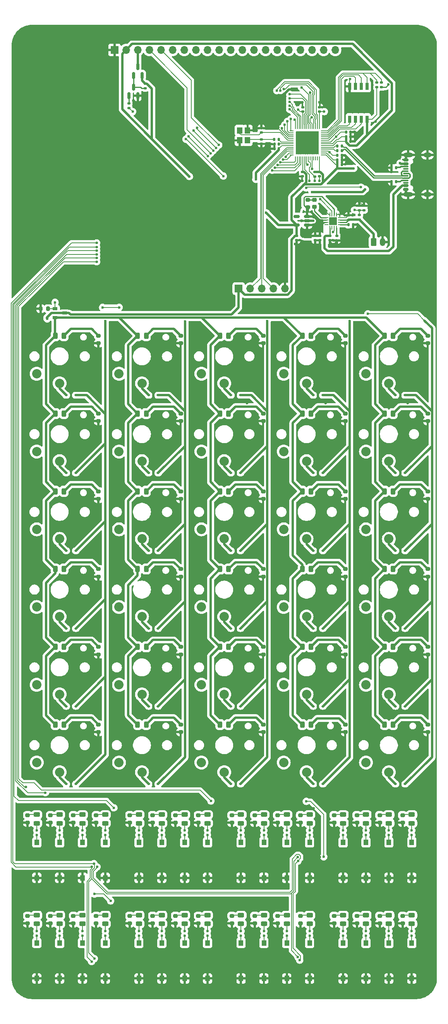
<source format=gbr>
%TF.GenerationSoftware,KiCad,Pcbnew,8.0.7*%
%TF.CreationDate,2024-12-27T14:43:48-05:00*%
%TF.ProjectId,rp2040-programmer-calculator,72703230-3430-42d7-9072-6f6772616d6d,rev?*%
%TF.SameCoordinates,Original*%
%TF.FileFunction,Copper,L1,Top*%
%TF.FilePolarity,Positive*%
%FSLAX46Y46*%
G04 Gerber Fmt 4.6, Leading zero omitted, Abs format (unit mm)*
G04 Created by KiCad (PCBNEW 8.0.7) date 2024-12-27 14:43:48*
%MOMM*%
%LPD*%
G01*
G04 APERTURE LIST*
G04 Aperture macros list*
%AMRoundRect*
0 Rectangle with rounded corners*
0 $1 Rounding radius*
0 $2 $3 $4 $5 $6 $7 $8 $9 X,Y pos of 4 corners*
0 Add a 4 corners polygon primitive as box body*
4,1,4,$2,$3,$4,$5,$6,$7,$8,$9,$2,$3,0*
0 Add four circle primitives for the rounded corners*
1,1,$1+$1,$2,$3*
1,1,$1+$1,$4,$5*
1,1,$1+$1,$6,$7*
1,1,$1+$1,$8,$9*
0 Add four rect primitives between the rounded corners*
20,1,$1+$1,$2,$3,$4,$5,0*
20,1,$1+$1,$4,$5,$6,$7,0*
20,1,$1+$1,$6,$7,$8,$9,0*
20,1,$1+$1,$8,$9,$2,$3,0*%
G04 Aperture macros list end*
%TA.AperFunction,SMDPad,CuDef*%
%ADD10RoundRect,0.243750X-0.456250X0.243750X-0.456250X-0.243750X0.456250X-0.243750X0.456250X0.243750X0*%
%TD*%
%TA.AperFunction,SMDPad,CuDef*%
%ADD11RoundRect,0.200000X-0.275000X0.200000X-0.275000X-0.200000X0.275000X-0.200000X0.275000X0.200000X0*%
%TD*%
%TA.AperFunction,ComponentPad*%
%ADD12C,2.032000*%
%TD*%
%TA.AperFunction,SMDPad,CuDef*%
%ADD13R,1.000000X1.250000*%
%TD*%
%TA.AperFunction,SMDPad,CuDef*%
%ADD14RoundRect,0.140000X-0.170000X0.140000X-0.170000X-0.140000X0.170000X-0.140000X0.170000X0.140000X0*%
%TD*%
%TA.AperFunction,SMDPad,CuDef*%
%ADD15RoundRect,0.135000X0.185000X-0.135000X0.185000X0.135000X-0.185000X0.135000X-0.185000X-0.135000X0*%
%TD*%
%TA.AperFunction,SMDPad,CuDef*%
%ADD16RoundRect,0.150000X0.150000X-0.587500X0.150000X0.587500X-0.150000X0.587500X-0.150000X-0.587500X0*%
%TD*%
%TA.AperFunction,SMDPad,CuDef*%
%ADD17RoundRect,0.112500X0.187500X0.112500X-0.187500X0.112500X-0.187500X-0.112500X0.187500X-0.112500X0*%
%TD*%
%TA.AperFunction,SMDPad,CuDef*%
%ADD18RoundRect,0.243750X0.243750X0.456250X-0.243750X0.456250X-0.243750X-0.456250X0.243750X-0.456250X0*%
%TD*%
%TA.AperFunction,SMDPad,CuDef*%
%ADD19RoundRect,0.140000X0.170000X-0.140000X0.170000X0.140000X-0.170000X0.140000X-0.170000X-0.140000X0*%
%TD*%
%TA.AperFunction,SMDPad,CuDef*%
%ADD20RoundRect,0.140000X-0.140000X-0.170000X0.140000X-0.170000X0.140000X0.170000X-0.140000X0.170000X0*%
%TD*%
%TA.AperFunction,SMDPad,CuDef*%
%ADD21RoundRect,0.218750X0.256250X-0.218750X0.256250X0.218750X-0.256250X0.218750X-0.256250X-0.218750X0*%
%TD*%
%TA.AperFunction,SMDPad,CuDef*%
%ADD22RoundRect,0.135000X0.135000X0.185000X-0.135000X0.185000X-0.135000X-0.185000X0.135000X-0.185000X0*%
%TD*%
%TA.AperFunction,SMDPad,CuDef*%
%ADD23R,1.100000X0.650000*%
%TD*%
%TA.AperFunction,SMDPad,CuDef*%
%ADD24RoundRect,0.150000X0.512500X0.150000X-0.512500X0.150000X-0.512500X-0.150000X0.512500X-0.150000X0*%
%TD*%
%TA.AperFunction,SMDPad,CuDef*%
%ADD25R,0.650000X1.650000*%
%TD*%
%TA.AperFunction,SMDPad,CuDef*%
%ADD26R,1.200000X1.400000*%
%TD*%
%TA.AperFunction,SMDPad,CuDef*%
%ADD27RoundRect,0.135000X-0.185000X0.135000X-0.185000X-0.135000X0.185000X-0.135000X0.185000X0.135000X0*%
%TD*%
%TA.AperFunction,SMDPad,CuDef*%
%ADD28RoundRect,0.050000X-0.050000X0.387500X-0.050000X-0.387500X0.050000X-0.387500X0.050000X0.387500X0*%
%TD*%
%TA.AperFunction,SMDPad,CuDef*%
%ADD29RoundRect,0.050000X-0.387500X0.050000X-0.387500X-0.050000X0.387500X-0.050000X0.387500X0.050000X0*%
%TD*%
%TA.AperFunction,HeatsinkPad*%
%ADD30R,3.200000X3.200000*%
%TD*%
%TA.AperFunction,SMDPad,CuDef*%
%ADD31RoundRect,0.062500X0.350000X0.062500X-0.350000X0.062500X-0.350000X-0.062500X0.350000X-0.062500X0*%
%TD*%
%TA.AperFunction,SMDPad,CuDef*%
%ADD32RoundRect,0.062500X0.062500X0.350000X-0.062500X0.350000X-0.062500X-0.350000X0.062500X-0.350000X0*%
%TD*%
%TA.AperFunction,HeatsinkPad*%
%ADD33C,0.500000*%
%TD*%
%TA.AperFunction,HeatsinkPad*%
%ADD34R,1.680000X1.680000*%
%TD*%
%TA.AperFunction,SMDPad,CuDef*%
%ADD35RoundRect,0.135000X-0.135000X-0.185000X0.135000X-0.185000X0.135000X0.185000X-0.135000X0.185000X0*%
%TD*%
%TA.AperFunction,ComponentPad*%
%ADD36R,1.700000X1.700000*%
%TD*%
%TA.AperFunction,ComponentPad*%
%ADD37O,1.700000X1.700000*%
%TD*%
%TA.AperFunction,SMDPad,CuDef*%
%ADD38RoundRect,0.140000X0.140000X0.170000X-0.140000X0.170000X-0.140000X-0.170000X0.140000X-0.170000X0*%
%TD*%
%TA.AperFunction,SMDPad,CuDef*%
%ADD39RoundRect,0.150000X0.425000X-0.150000X0.425000X0.150000X-0.425000X0.150000X-0.425000X-0.150000X0*%
%TD*%
%TA.AperFunction,SMDPad,CuDef*%
%ADD40RoundRect,0.075000X0.500000X-0.075000X0.500000X0.075000X-0.500000X0.075000X-0.500000X-0.075000X0*%
%TD*%
%TA.AperFunction,ComponentPad*%
%ADD41O,2.100000X1.000000*%
%TD*%
%TA.AperFunction,ComponentPad*%
%ADD42O,1.800000X1.000000*%
%TD*%
%TA.AperFunction,SMDPad,CuDef*%
%ADD43RoundRect,0.200000X0.200000X0.275000X-0.200000X0.275000X-0.200000X-0.275000X0.200000X-0.275000X0*%
%TD*%
%TA.AperFunction,ComponentPad*%
%ADD44RoundRect,0.250000X0.350000X0.625000X-0.350000X0.625000X-0.350000X-0.625000X0.350000X-0.625000X0*%
%TD*%
%TA.AperFunction,ComponentPad*%
%ADD45O,1.200000X1.750000*%
%TD*%
%TA.AperFunction,ViaPad*%
%ADD46C,0.600000*%
%TD*%
%TA.AperFunction,Conductor*%
%ADD47C,0.500000*%
%TD*%
%TA.AperFunction,Conductor*%
%ADD48C,0.200000*%
%TD*%
%TA.AperFunction,Conductor*%
%ADD49C,0.250000*%
%TD*%
%TA.AperFunction,Conductor*%
%ADD50C,0.300000*%
%TD*%
%TA.AperFunction,Conductor*%
%ADD51C,0.295000*%
%TD*%
G04 APERTURE END LIST*
D10*
%TO.P,D21,1,K*%
%TO.N,Net-(D21-K)*%
X104667000Y-190187500D03*
%TO.P,D21,2,A*%
%TO.N,/Buttons2/LED4*%
X104667000Y-192062500D03*
%TD*%
D11*
%TO.P,R4,1*%
%TO.N,Net-(D1-K)*%
X125000000Y-212300000D03*
%TO.P,R4,2*%
%TO.N,GND*%
X125000000Y-213950000D03*
%TD*%
D12*
%TO.P,SW53,1,1*%
%TO.N,Net-(D53-A)*%
X50000000Y-163900000D03*
%TO.P,SW53,2,2*%
%TO.N,/KEYS_Y4*%
X45000000Y-161800000D03*
%TD*%
D13*
%TO.P,SW15,1,1*%
%TO.N,/Buttons1/BTN6*%
X50000000Y-218250000D03*
%TO.P,SW15,2,2*%
%TO.N,GND*%
X50000000Y-226000000D03*
%TD*%
D12*
%TO.P,SW55,1,1*%
%TO.N,Net-(D55-A)*%
X86000000Y-163900000D03*
%TO.P,SW55,2,2*%
%TO.N,/KEYS_Y4*%
X81000000Y-161800000D03*
%TD*%
D13*
%TO.P,SW25,1,1*%
%TO.N,/Buttons3/BTN0*%
X82333000Y-196250000D03*
%TO.P,SW25,2,2*%
%TO.N,GND*%
X82333000Y-204000000D03*
%TD*%
%TO.P,SW18,1,1*%
%TO.N,/Buttons2/BTN1*%
X122000000Y-196250000D03*
%TO.P,SW18,2,2*%
%TO.N,GND*%
X122000000Y-204000000D03*
%TD*%
D14*
%TO.P,C1,1*%
%TO.N,GND*%
X94107000Y-40109000D03*
%TO.P,C1,2*%
%TO.N,Net-(U1-XIN)*%
X94107000Y-41069000D03*
%TD*%
D11*
%TO.P,R29,1*%
%TO.N,Net-(D26-K)*%
X75333000Y-190300001D03*
%TO.P,R29,2*%
%TO.N,GND*%
X75333000Y-191950001D03*
%TD*%
%TO.P,R64,1*%
%TO.N,Net-(D85-K)*%
X94500000Y-153500000D03*
%TO.P,R64,2*%
%TO.N,GND*%
X94500000Y-155150000D03*
%TD*%
D15*
%TO.P,R76,1*%
%TO.N,VBAT*%
X115544600Y-60092400D03*
%TO.P,R76,2*%
%TO.N,/VBAT_MEASURE*%
X115544600Y-59072400D03*
%TD*%
D16*
%TO.P,Q3,1,B*%
%TO.N,Net-(Q3-B)*%
X65200000Y-32990000D03*
%TO.P,Q3,2,E*%
%TO.N,GND*%
X67100000Y-32990000D03*
%TO.P,Q3,3,C*%
%TO.N,Net-(Q1-G)*%
X66150000Y-31115000D03*
%TD*%
D17*
%TO.P,D59,1,K*%
%TO.N,/KEYS_X1*%
X71550000Y-183500000D03*
%TO.P,D59,2,A*%
%TO.N,Net-(D59-A)*%
X69450000Y-183500000D03*
%TD*%
D10*
%TO.P,D4,1,K*%
%TO.N,Net-(D4-K)*%
X112000000Y-212187500D03*
%TO.P,D4,2,A*%
%TO.N,/Buttons0/LED3*%
X112000000Y-214062500D03*
%TD*%
D11*
%TO.P,R26,1*%
%TO.N,Net-(D23-K)*%
X92667000Y-190300000D03*
%TO.P,R26,2*%
%TO.N,GND*%
X92667000Y-191950000D03*
%TD*%
D10*
%TO.P,D14,1,K*%
%TO.N,Net-(D14-K)*%
X55000000Y-212187501D03*
%TO.P,D14,2,A*%
%TO.N,/Buttons1/LED5*%
X55000000Y-214062501D03*
%TD*%
D18*
%TO.P,D80,1,K*%
%TO.N,Net-(D80-K)*%
X86937500Y-136500000D03*
%TO.P,D80,2,A*%
%TO.N,/Backlight/LEDA*%
X85062500Y-136500000D03*
%TD*%
D19*
%TO.P,C18,1*%
%TO.N,VBAT*%
X113131600Y-60163400D03*
%TO.P,C18,2*%
%TO.N,GND*%
X113131600Y-59203400D03*
%TD*%
D18*
%TO.P,D65,1,K*%
%TO.N,Net-(D65-K)*%
X86937500Y-85500000D03*
%TO.P,D65,2,A*%
%TO.N,/Backlight/LEDA*%
X85062500Y-85500000D03*
%TD*%
%TO.P,D82,1,K*%
%TO.N,Net-(D82-K)*%
X122937500Y-136500000D03*
%TO.P,D82,2,A*%
%TO.N,/Backlight/LEDA*%
X121062500Y-136500000D03*
%TD*%
D12*
%TO.P,SW59,1,1*%
%TO.N,Net-(D59-A)*%
X68000000Y-180900000D03*
%TO.P,SW59,2,2*%
%TO.N,/KEYS_Y5*%
X63000000Y-178800000D03*
%TD*%
D10*
%TO.P,D24,1,K*%
%TO.N,Net-(D24-K)*%
X89667000Y-190187500D03*
%TO.P,D24,2,A*%
%TO.N,/Buttons2/LED7*%
X89667000Y-192062500D03*
%TD*%
D13*
%TO.P,SW10,1,1*%
%TO.N,/Buttons1/BTN1*%
X77333000Y-218250000D03*
%TO.P,SW10,2,2*%
%TO.N,GND*%
X77333000Y-226000000D03*
%TD*%
D11*
%TO.P,R51,1*%
%TO.N,Net-(D72-K)*%
X130500000Y-102500000D03*
%TO.P,R51,2*%
%TO.N,GND*%
X130500000Y-104150000D03*
%TD*%
D17*
%TO.P,D55,1,K*%
%TO.N,/KEYS_X2*%
X89550000Y-166500000D03*
%TO.P,D55,2,A*%
%TO.N,Net-(D55-A)*%
X87450000Y-166500000D03*
%TD*%
D13*
%TO.P,SW27,1,1*%
%TO.N,/Buttons3/BTN2*%
X72333000Y-196250000D03*
%TO.P,SW27,2,2*%
%TO.N,GND*%
X72333000Y-204000000D03*
%TD*%
D20*
%TO.P,C11,1*%
%TO.N,+1V1*%
X110744000Y-46018000D03*
%TO.P,C11,2*%
%TO.N,GND*%
X111704000Y-46018000D03*
%TD*%
%TO.P,C5,1*%
%TO.N,+1V1*%
X112649000Y-40938000D03*
%TO.P,C5,2*%
%TO.N,GND*%
X113609000Y-40938000D03*
%TD*%
D11*
%TO.P,R43,1*%
%TO.N,Net-(D64-K)*%
X76500000Y-85500000D03*
%TO.P,R43,2*%
%TO.N,GND*%
X76500000Y-87150000D03*
%TD*%
D14*
%TO.P,C19,1*%
%TO.N,/Power/CHARGER_OUT*%
X106908600Y-63648400D03*
%TO.P,C19,2*%
%TO.N,GND*%
X106908600Y-64608400D03*
%TD*%
D11*
%TO.P,R59,1*%
%TO.N,Net-(D80-K)*%
X94500000Y-136500000D03*
%TO.P,R59,2*%
%TO.N,GND*%
X94500000Y-138150000D03*
%TD*%
D13*
%TO.P,SW13,1,1*%
%TO.N,/Buttons1/BTN4*%
X60000000Y-218250001D03*
%TO.P,SW13,2,2*%
%TO.N,GND*%
X60000000Y-226000001D03*
%TD*%
D21*
%TO.P,D93,1,K*%
%TO.N,Net-(D93-K)*%
X105741600Y-57349400D03*
%TO.P,D93,2,A*%
%TO.N,Net-(D93-A)*%
X105741600Y-55774400D03*
%TD*%
D12*
%TO.P,SW46,1,1*%
%TO.N,Net-(D46-A)*%
X104000000Y-129900000D03*
%TO.P,SW46,2,2*%
%TO.N,/KEYS_Y2*%
X99000000Y-127800000D03*
%TD*%
D11*
%TO.P,R47,1*%
%TO.N,Net-(D68-K)*%
X58500000Y-102500000D03*
%TO.P,R47,2*%
%TO.N,GND*%
X58500000Y-104150000D03*
%TD*%
%TO.P,R13,1*%
%TO.N,Net-(D10-K)*%
X75333000Y-212300001D03*
%TO.P,R13,2*%
%TO.N,GND*%
X75333000Y-213950001D03*
%TD*%
%TO.P,R53,1*%
%TO.N,Net-(D74-K)*%
X76500000Y-119500000D03*
%TO.P,R53,2*%
%TO.N,GND*%
X76500000Y-121150000D03*
%TD*%
D13*
%TO.P,SW24,1,1*%
%TO.N,/Buttons2/BTN7*%
X89667000Y-196249999D03*
%TO.P,SW24,2,2*%
%TO.N,GND*%
X89667000Y-203999999D03*
%TD*%
D11*
%TO.P,R14,1*%
%TO.N,Net-(D11-K)*%
X70333000Y-212300001D03*
%TO.P,R14,2*%
%TO.N,GND*%
X70333000Y-213950001D03*
%TD*%
%TO.P,R18,1*%
%TO.N,Net-(D15-K)*%
X48000000Y-212300001D03*
%TO.P,R18,2*%
%TO.N,GND*%
X48000000Y-213950001D03*
%TD*%
%TO.P,R62,1*%
%TO.N,Net-(D83-K)*%
X58500000Y-153500000D03*
%TO.P,R62,2*%
%TO.N,GND*%
X58500000Y-155150000D03*
%TD*%
D12*
%TO.P,SW40,1,1*%
%TO.N,Net-(D40-A)*%
X86000000Y-112900000D03*
%TO.P,SW40,2,2*%
%TO.N,/KEYS_Y1*%
X81000000Y-110800000D03*
%TD*%
%TO.P,SW48,1,1*%
%TO.N,Net-(D48-A)*%
X50000000Y-146900000D03*
%TO.P,SW48,2,2*%
%TO.N,/KEYS_Y3*%
X45000000Y-144800000D03*
%TD*%
D22*
%TO.P,R37,1*%
%TO.N,Net-(J1-CC2)*%
X123618000Y-48740000D03*
%TO.P,R37,2*%
%TO.N,GND*%
X122598000Y-48740000D03*
%TD*%
D14*
%TO.P,C15,1*%
%TO.N,+3V3*%
X106807000Y-49703000D03*
%TO.P,C15,2*%
%TO.N,GND*%
X106807000Y-50663000D03*
%TD*%
D10*
%TO.P,D27,1,K*%
%TO.N,Net-(D27-K)*%
X72333000Y-190187501D03*
%TO.P,D27,2,A*%
%TO.N,/Buttons3/LED2*%
X72333000Y-192062501D03*
%TD*%
D13*
%TO.P,SW21,1,1*%
%TO.N,/Buttons2/BTN4*%
X104667000Y-196250000D03*
%TO.P,SW21,2,2*%
%TO.N,GND*%
X104667000Y-204000000D03*
%TD*%
D15*
%TO.P,R78,1*%
%TO.N,/LCD_LED_PWM*%
X65134000Y-35691000D03*
%TO.P,R78,2*%
%TO.N,Net-(Q3-B)*%
X65134000Y-34671000D03*
%TD*%
D13*
%TO.P,SW23,1,1*%
%TO.N,/Buttons2/BTN6*%
X94667000Y-196249999D03*
%TO.P,SW23,2,2*%
%TO.N,GND*%
X94667000Y-203999999D03*
%TD*%
D17*
%TO.P,D62,1,K*%
%TO.N,/KEYS_X4*%
X125550000Y-183500000D03*
%TO.P,D62,2,A*%
%TO.N,Net-(D62-A)*%
X123450000Y-183500000D03*
%TD*%
D11*
%TO.P,R56,1*%
%TO.N,Net-(D77-K)*%
X130500000Y-119500000D03*
%TO.P,R56,2*%
%TO.N,GND*%
X130500000Y-121150000D03*
%TD*%
D10*
%TO.P,D31,1,K*%
%TO.N,Net-(D31-K)*%
X50000000Y-190187501D03*
%TO.P,D31,2,A*%
%TO.N,/Buttons3/LED6*%
X50000000Y-192062501D03*
%TD*%
D11*
%TO.P,R50,1*%
%TO.N,Net-(D71-K)*%
X112500000Y-102500000D03*
%TO.P,R50,2*%
%TO.N,GND*%
X112500000Y-104150000D03*
%TD*%
%TO.P,R19,1*%
%TO.N,Net-(D16-K)*%
X43000000Y-212300001D03*
%TO.P,R19,2*%
%TO.N,GND*%
X43000000Y-213950001D03*
%TD*%
D13*
%TO.P,SW22,1,1*%
%TO.N,/Buttons2/BTN5*%
X99667000Y-196250000D03*
%TO.P,SW22,2,2*%
%TO.N,GND*%
X99667000Y-204000000D03*
%TD*%
D12*
%TO.P,SW49,1,1*%
%TO.N,Net-(D49-A)*%
X68000000Y-146900000D03*
%TO.P,SW49,2,2*%
%TO.N,/KEYS_Y3*%
X63000000Y-144800000D03*
%TD*%
D23*
%TO.P,Q2,1,G*%
%TO.N,/KEYS_LED_PWM*%
X49000000Y-79580000D03*
%TO.P,Q2,2,S*%
%TO.N,/Backlight/LEDA*%
X49000000Y-81500000D03*
%TO.P,Q2,3,D*%
%TO.N,+3V3*%
X51100000Y-80540000D03*
%TD*%
D18*
%TO.P,D76,1,K*%
%TO.N,Net-(D76-K)*%
X104937500Y-119500000D03*
%TO.P,D76,2,A*%
%TO.N,/Backlight/LEDA*%
X103062500Y-119500000D03*
%TD*%
D17*
%TO.P,D48,1,K*%
%TO.N,/KEYS_X0*%
X53550000Y-149500000D03*
%TO.P,D48,2,A*%
%TO.N,Net-(D48-A)*%
X51450000Y-149500000D03*
%TD*%
D13*
%TO.P,SW16,1,1*%
%TO.N,/Buttons1/BTN7*%
X45000000Y-218250000D03*
%TO.P,SW16,2,2*%
%TO.N,GND*%
X45000000Y-226000000D03*
%TD*%
D18*
%TO.P,D92,1,K*%
%TO.N,Net-(D92-K)*%
X122937500Y-170500000D03*
%TO.P,D92,2,A*%
%TO.N,/Backlight/LEDA*%
X121062500Y-170500000D03*
%TD*%
%TO.P,D91,1,K*%
%TO.N,Net-(D91-K)*%
X104937500Y-170500000D03*
%TO.P,D91,2,A*%
%TO.N,/Backlight/LEDA*%
X103062500Y-170500000D03*
%TD*%
D11*
%TO.P,R17,1*%
%TO.N,Net-(D14-K)*%
X53000000Y-212300001D03*
%TO.P,R17,2*%
%TO.N,GND*%
X53000000Y-213950001D03*
%TD*%
%TO.P,R73,1*%
%TO.N,Net-(D93-A)*%
X104241600Y-55774400D03*
%TO.P,R73,2*%
%TO.N,/Power/CHARGER_OUT*%
X104241600Y-57424400D03*
%TD*%
D13*
%TO.P,SW12,1,1*%
%TO.N,/Buttons1/BTN3*%
X67332999Y-218250000D03*
%TO.P,SW12,2,2*%
%TO.N,GND*%
X67332999Y-226000000D03*
%TD*%
D18*
%TO.P,D89,1,K*%
%TO.N,Net-(D89-K)*%
X68937500Y-170500000D03*
%TO.P,D89,2,A*%
%TO.N,/Backlight/LEDA*%
X67062500Y-170500000D03*
%TD*%
D17*
%TO.P,D53,1,K*%
%TO.N,/KEYS_X0*%
X53550000Y-166500000D03*
%TO.P,D53,2,A*%
%TO.N,Net-(D53-A)*%
X51450000Y-166500000D03*
%TD*%
D24*
%TO.P,U8,1,IN*%
%TO.N,/Power/CHARGER_OUT*%
X104114600Y-61296400D03*
%TO.P,U8,2,GND*%
%TO.N,GND*%
X104114600Y-60346400D03*
%TO.P,U8,3,EN*%
%TO.N,/Power/CHARGER_OUT*%
X104114600Y-59396400D03*
%TO.P,U8,4,NC*%
%TO.N,unconnected-(U8-NC-Pad4)*%
X101839600Y-59396400D03*
%TO.P,U8,5,OUT*%
%TO.N,+3V3*%
X101839600Y-61296400D03*
%TD*%
D22*
%TO.P,R2,1*%
%TO.N,/Power/D-*%
X111764000Y-45002000D03*
%TO.P,R2,2*%
%TO.N,Net-(U1-USB_DM)*%
X110744000Y-45002000D03*
%TD*%
D13*
%TO.P,SW5,1,1*%
%TO.N,/Buttons0/BTN4*%
X104667000Y-218250000D03*
%TO.P,SW5,2,2*%
%TO.N,GND*%
X104667000Y-226000000D03*
%TD*%
D11*
%TO.P,R61,1*%
%TO.N,Net-(D82-K)*%
X130500000Y-136500000D03*
%TO.P,R61,2*%
%TO.N,GND*%
X130500000Y-138150000D03*
%TD*%
D13*
%TO.P,SW28,1,1*%
%TO.N,/Buttons3/BTN3*%
X67332999Y-196250000D03*
%TO.P,SW28,2,2*%
%TO.N,GND*%
X67332999Y-204000000D03*
%TD*%
D15*
%TO.P,R75,1*%
%TO.N,GND*%
X110591600Y-64668400D03*
%TO.P,R75,2*%
%TO.N,Net-(U6-ISET)*%
X110591600Y-63648400D03*
%TD*%
D12*
%TO.P,SW42,1,1*%
%TO.N,Net-(D42-A)*%
X122000000Y-112900000D03*
%TO.P,SW42,2,2*%
%TO.N,/KEYS_Y1*%
X117000000Y-110800000D03*
%TD*%
D25*
%TO.P,IC1,1,~{CS}*%
%TO.N,/Flash/QSPI_SS*%
X117221000Y-30944000D03*
%TO.P,IC1,2,DO_(IO1)*%
%TO.N,/Flash/QSPI_SD1*%
X115951000Y-30944000D03*
%TO.P,IC1,3,~{WP_(IO2)}*%
%TO.N,/Flash/QSPI_SD2*%
X114681000Y-30944000D03*
%TO.P,IC1,4,GND*%
%TO.N,GND*%
X113411000Y-30944000D03*
%TO.P,IC1,5,DI_(IO0)*%
%TO.N,/Flash/QSPI_SD0*%
X113411000Y-38144000D03*
%TO.P,IC1,6,CLK*%
%TO.N,/Flash/QSPI_SCLK*%
X114681000Y-38144000D03*
%TO.P,IC1,7,~{HOLD_OR_}/RESET_(IO3)*%
%TO.N,/Flash/QSPI_SD3*%
X115951000Y-38144000D03*
%TO.P,IC1,8,VCC*%
%TO.N,+3V3*%
X117221000Y-38144000D03*
%TD*%
D12*
%TO.P,SW43,1,1*%
%TO.N,Net-(D43-A)*%
X50000000Y-129900000D03*
%TO.P,SW43,2,2*%
%TO.N,/KEYS_Y2*%
X45000000Y-127800000D03*
%TD*%
D13*
%TO.P,SW1,1,1*%
%TO.N,/Buttons0/BTN0*%
X127000000Y-218250000D03*
%TO.P,SW1,2,2*%
%TO.N,GND*%
X127000000Y-226000000D03*
%TD*%
D18*
%TO.P,D74,1,K*%
%TO.N,Net-(D74-K)*%
X68937500Y-119500000D03*
%TO.P,D74,2,A*%
%TO.N,/Backlight/LEDA*%
X67062500Y-119500000D03*
%TD*%
D10*
%TO.P,D17,1,K*%
%TO.N,Net-(D17-K)*%
X127000000Y-190187501D03*
%TO.P,D17,2,A*%
%TO.N,/Buttons2/LED0*%
X127000000Y-192062501D03*
%TD*%
D17*
%TO.P,D43,1,K*%
%TO.N,/KEYS_X0*%
X53550000Y-132500000D03*
%TO.P,D43,2,A*%
%TO.N,Net-(D43-A)*%
X51450000Y-132500000D03*
%TD*%
%TO.P,D41,1,K*%
%TO.N,/KEYS_X3*%
X107550000Y-115500000D03*
%TO.P,D41,2,A*%
%TO.N,Net-(D41-A)*%
X105450000Y-115500000D03*
%TD*%
D11*
%TO.P,R22,1*%
%TO.N,Net-(D19-K)*%
X115000000Y-190300001D03*
%TO.P,R22,2*%
%TO.N,GND*%
X115000000Y-191950001D03*
%TD*%
D18*
%TO.P,D84,1,K*%
%TO.N,Net-(D84-K)*%
X68937500Y-153500000D03*
%TO.P,D84,2,A*%
%TO.N,/Backlight/LEDA*%
X67062500Y-153500000D03*
%TD*%
D17*
%TO.P,D52,1,K*%
%TO.N,/KEYS_X4*%
X125550000Y-149500000D03*
%TO.P,D52,2,A*%
%TO.N,Net-(D52-A)*%
X123450000Y-149500000D03*
%TD*%
D13*
%TO.P,SW14,1,1*%
%TO.N,/Buttons1/BTN5*%
X55000000Y-218250001D03*
%TO.P,SW14,2,2*%
%TO.N,GND*%
X55000000Y-226000001D03*
%TD*%
D11*
%TO.P,R63,1*%
%TO.N,Net-(D84-K)*%
X76500000Y-153500000D03*
%TO.P,R63,2*%
%TO.N,GND*%
X76500000Y-155150000D03*
%TD*%
D12*
%TO.P,SW58,1,1*%
%TO.N,Net-(D58-A)*%
X50000000Y-180900000D03*
%TO.P,SW58,2,2*%
%TO.N,/KEYS_Y5*%
X45000000Y-178800000D03*
%TD*%
D11*
%TO.P,R58,1*%
%TO.N,Net-(D79-K)*%
X76500000Y-136500000D03*
%TO.P,R58,2*%
%TO.N,GND*%
X76500000Y-138150000D03*
%TD*%
D12*
%TO.P,SW54,1,1*%
%TO.N,Net-(D54-A)*%
X68000000Y-163900000D03*
%TO.P,SW54,2,2*%
%TO.N,/KEYS_Y4*%
X63000000Y-161800000D03*
%TD*%
D15*
%TO.P,R39,1*%
%TO.N,Net-(R39-Pad1)*%
X120396000Y-31159000D03*
%TO.P,R39,2*%
%TO.N,/Flash/QSPI_SS*%
X120396000Y-30139000D03*
%TD*%
D18*
%TO.P,D67,1,K*%
%TO.N,Net-(D67-K)*%
X122937500Y-85500000D03*
%TO.P,D67,2,A*%
%TO.N,/Backlight/LEDA*%
X121062500Y-85500000D03*
%TD*%
D11*
%TO.P,R60,1*%
%TO.N,Net-(D81-K)*%
X112500000Y-136500000D03*
%TO.P,R60,2*%
%TO.N,GND*%
X112500000Y-138150000D03*
%TD*%
D10*
%TO.P,D30,1,K*%
%TO.N,Net-(D30-K)*%
X55000000Y-190187501D03*
%TO.P,D30,2,A*%
%TO.N,/Buttons3/LED5*%
X55000000Y-192062501D03*
%TD*%
D20*
%TO.P,C10,1*%
%TO.N,+3V3*%
X112649000Y-41954000D03*
%TO.P,C10,2*%
%TO.N,GND*%
X113609000Y-41954000D03*
%TD*%
D11*
%TO.P,R31,1*%
%TO.N,Net-(D28-K)*%
X65333000Y-190300000D03*
%TO.P,R31,2*%
%TO.N,GND*%
X65333000Y-191950000D03*
%TD*%
%TO.P,R25,1*%
%TO.N,Net-(D22-K)*%
X97667000Y-190300000D03*
%TO.P,R25,2*%
%TO.N,GND*%
X97667000Y-191950000D03*
%TD*%
D20*
%TO.P,C12,1*%
%TO.N,+3V3*%
X110744000Y-47034000D03*
%TO.P,C12,2*%
%TO.N,GND*%
X111704000Y-47034000D03*
%TD*%
D12*
%TO.P,SW47,1,1*%
%TO.N,Net-(D47-A)*%
X122000000Y-129900000D03*
%TO.P,SW47,2,2*%
%TO.N,/KEYS_Y2*%
X117000000Y-127800000D03*
%TD*%
D17*
%TO.P,D49,1,K*%
%TO.N,/KEYS_X1*%
X71550000Y-149500000D03*
%TO.P,D49,2,A*%
%TO.N,Net-(D49-A)*%
X69450000Y-149500000D03*
%TD*%
%TO.P,D34,1,K*%
%TO.N,/KEYS_X1*%
X71550000Y-98500000D03*
%TO.P,D34,2,A*%
%TO.N,Net-(D34-A)*%
X69450000Y-98500000D03*
%TD*%
D14*
%TO.P,C4,1*%
%TO.N,+3V3*%
X101828600Y-63648400D03*
%TO.P,C4,2*%
%TO.N,GND*%
X101828600Y-64608400D03*
%TD*%
D12*
%TO.P,SW56,1,1*%
%TO.N,Net-(D56-A)*%
X104000000Y-163900000D03*
%TO.P,SW56,2,2*%
%TO.N,/KEYS_Y4*%
X99000000Y-161800000D03*
%TD*%
D11*
%TO.P,R9,1*%
%TO.N,Net-(D6-K)*%
X97667000Y-212300000D03*
%TO.P,R9,2*%
%TO.N,GND*%
X97667000Y-213950000D03*
%TD*%
D17*
%TO.P,D54,1,K*%
%TO.N,/KEYS_X1*%
X71550000Y-166500000D03*
%TO.P,D54,2,A*%
%TO.N,Net-(D54-A)*%
X69450000Y-166500000D03*
%TD*%
D12*
%TO.P,SW38,1,1*%
%TO.N,Net-(D38-A)*%
X50000000Y-112900000D03*
%TO.P,SW38,2,2*%
%TO.N,/KEYS_Y1*%
X45000000Y-110800000D03*
%TD*%
D11*
%TO.P,R7,1*%
%TO.N,Net-(D4-K)*%
X110000000Y-212300000D03*
%TO.P,R7,2*%
%TO.N,GND*%
X110000000Y-213950000D03*
%TD*%
D18*
%TO.P,D66,1,K*%
%TO.N,Net-(D66-K)*%
X104937500Y-85500000D03*
%TO.P,D66,2,A*%
%TO.N,/Backlight/LEDA*%
X103062500Y-85500000D03*
%TD*%
D11*
%TO.P,R20,1*%
%TO.N,Net-(D17-K)*%
X125000000Y-190300001D03*
%TO.P,R20,2*%
%TO.N,GND*%
X125000000Y-191950001D03*
%TD*%
D10*
%TO.P,D28,1,K*%
%TO.N,Net-(D28-K)*%
X67333000Y-190187500D03*
%TO.P,D28,2,A*%
%TO.N,/Buttons3/LED3*%
X67333000Y-192062500D03*
%TD*%
D26*
%TO.P,Y1,1,1*%
%TO.N,Net-(U1-XIN)*%
X89407000Y-40589000D03*
%TO.P,Y1,2,2*%
%TO.N,GND*%
X89407000Y-42789000D03*
%TO.P,Y1,3,3*%
%TO.N,Net-(C2-Pad2)*%
X91107000Y-42789000D03*
%TO.P,Y1,4,4*%
%TO.N,GND*%
X91107000Y-40589000D03*
%TD*%
D17*
%TO.P,D60,1,K*%
%TO.N,/KEYS_X2*%
X89550000Y-183500000D03*
%TO.P,D60,2,A*%
%TO.N,Net-(D60-A)*%
X87450000Y-183500000D03*
%TD*%
D11*
%TO.P,R70,1*%
%TO.N,Net-(D91-K)*%
X112500000Y-170500000D03*
%TO.P,R70,2*%
%TO.N,GND*%
X112500000Y-172150000D03*
%TD*%
D19*
%TO.P,C13,1*%
%TO.N,+3V3*%
X103177000Y-36493000D03*
%TO.P,C13,2*%
%TO.N,GND*%
X103177000Y-35533000D03*
%TD*%
D11*
%TO.P,R55,1*%
%TO.N,Net-(D76-K)*%
X112500000Y-119500000D03*
%TO.P,R55,2*%
%TO.N,GND*%
X112500000Y-121150000D03*
%TD*%
D22*
%TO.P,R36,1*%
%TO.N,Net-(J1-CC1)*%
X123618000Y-51840000D03*
%TO.P,R36,2*%
%TO.N,GND*%
X122598000Y-51840000D03*
%TD*%
D13*
%TO.P,SW31,1,1*%
%TO.N,/Buttons3/BTN6*%
X50000000Y-196250000D03*
%TO.P,SW31,2,2*%
%TO.N,GND*%
X50000000Y-204000000D03*
%TD*%
D12*
%TO.P,SW62,1,1*%
%TO.N,Net-(D62-A)*%
X122000000Y-180900000D03*
%TO.P,SW62,2,2*%
%TO.N,/KEYS_Y5*%
X117000000Y-178800000D03*
%TD*%
D11*
%TO.P,R52,1*%
%TO.N,Net-(D73-K)*%
X58500000Y-119500000D03*
%TO.P,R52,2*%
%TO.N,GND*%
X58500000Y-121150000D03*
%TD*%
%TO.P,R11,1*%
%TO.N,Net-(D8-K)*%
X87667000Y-212300000D03*
%TO.P,R11,2*%
%TO.N,GND*%
X87667000Y-213950000D03*
%TD*%
D19*
%TO.P,C2,1*%
%TO.N,GND*%
X94107000Y-43549000D03*
%TO.P,C2,2*%
%TO.N,Net-(C2-Pad2)*%
X94107000Y-42589000D03*
%TD*%
D18*
%TO.P,D70,1,K*%
%TO.N,Net-(D70-K)*%
X86937500Y-102500000D03*
%TO.P,D70,2,A*%
%TO.N,/Backlight/LEDA*%
X85062500Y-102500000D03*
%TD*%
D11*
%TO.P,R66,1*%
%TO.N,Net-(D87-K)*%
X130500000Y-153500000D03*
%TO.P,R66,2*%
%TO.N,GND*%
X130500000Y-155150000D03*
%TD*%
D17*
%TO.P,D40,1,K*%
%TO.N,/KEYS_X2*%
X89550000Y-115500000D03*
%TO.P,D40,2,A*%
%TO.N,Net-(D40-A)*%
X87450000Y-115500000D03*
%TD*%
D12*
%TO.P,SW44,1,1*%
%TO.N,Net-(D44-A)*%
X68000000Y-129900000D03*
%TO.P,SW44,2,2*%
%TO.N,/KEYS_Y2*%
X63000000Y-127800000D03*
%TD*%
D18*
%TO.P,D77,1,K*%
%TO.N,Net-(D77-K)*%
X122937500Y-119500000D03*
%TO.P,D77,2,A*%
%TO.N,/Backlight/LEDA*%
X121062500Y-119500000D03*
%TD*%
%TO.P,D63,1,K*%
%TO.N,Net-(D63-K)*%
X50937500Y-85500000D03*
%TO.P,D63,2,A*%
%TO.N,/Backlight/LEDA*%
X49062500Y-85500000D03*
%TD*%
D11*
%TO.P,R65,1*%
%TO.N,Net-(D86-K)*%
X112500000Y-153500000D03*
%TO.P,R65,2*%
%TO.N,GND*%
X112500000Y-155150000D03*
%TD*%
D27*
%TO.P,R40,1*%
%TO.N,+3V3*%
X68690000Y-30353000D03*
%TO.P,R40,2*%
%TO.N,Net-(Q1-G)*%
X68690000Y-31373000D03*
%TD*%
D10*
%TO.P,D26,1,K*%
%TO.N,Net-(D26-K)*%
X77333000Y-190187501D03*
%TO.P,D26,2,A*%
%TO.N,/Buttons3/LED1*%
X77333000Y-192062501D03*
%TD*%
D11*
%TO.P,R49,1*%
%TO.N,Net-(D70-K)*%
X94500000Y-102500000D03*
%TO.P,R49,2*%
%TO.N,GND*%
X94500000Y-104150000D03*
%TD*%
D18*
%TO.P,D69,1,K*%
%TO.N,Net-(D69-K)*%
X68937500Y-102500000D03*
%TO.P,D69,2,A*%
%TO.N,/Backlight/LEDA*%
X67062500Y-102500000D03*
%TD*%
D28*
%TO.P,U1,1,IOVDD*%
%TO.N,+3V3*%
X106777000Y-39893000D03*
%TO.P,U1,2,GPIO0*%
%TO.N,/BTN0_INT*%
X106377000Y-39893000D03*
%TO.P,U1,3,GPIO1*%
%TO.N,/BTN1_INT*%
X105977000Y-39893000D03*
%TO.P,U1,4,GPIO2*%
%TO.N,/BTN2_INT*%
X105577000Y-39893000D03*
%TO.P,U1,5,GPIO3*%
%TO.N,/BTN3_INT*%
X105177000Y-39893000D03*
%TO.P,U1,6,GPIO4*%
%TO.N,/I2C_SDA*%
X104777000Y-39893000D03*
%TO.P,U1,7,GPIO5*%
%TO.N,/I2C_SCL*%
X104377000Y-39893000D03*
%TO.P,U1,8,GPIO6*%
%TO.N,/KEYS_X0*%
X103977000Y-39893000D03*
%TO.P,U1,9,GPIO7*%
%TO.N,/KEYS_X1*%
X103577000Y-39893000D03*
%TO.P,U1,10,IOVDD*%
%TO.N,+3V3*%
X103177000Y-39893000D03*
%TO.P,U1,11,GPIO8*%
%TO.N,/KEYS_X2*%
X102777000Y-39893000D03*
%TO.P,U1,12,GPIO9*%
%TO.N,/KEYS_X3*%
X102377000Y-39893000D03*
%TO.P,U1,13,GPIO10*%
%TO.N,/KEYS_X4*%
X101977000Y-39893000D03*
%TO.P,U1,14,GPIO11*%
%TO.N,/KEYS_Y0*%
X101577000Y-39893000D03*
D29*
%TO.P,U1,15,GPIO12*%
%TO.N,/KEYS_Y1*%
X100739500Y-40730500D03*
%TO.P,U1,16,GPIO13*%
%TO.N,/KEYS_Y2*%
X100739500Y-41130500D03*
%TO.P,U1,17,GPIO14*%
%TO.N,/KEYS_Y3*%
X100739500Y-41530500D03*
%TO.P,U1,18,GPIO15*%
%TO.N,/KEYS_Y4*%
X100739500Y-41930500D03*
%TO.P,U1,19,TESTEN*%
%TO.N,GND*%
X100739500Y-42330500D03*
%TO.P,U1,20,XIN*%
%TO.N,Net-(U1-XIN)*%
X100739500Y-42730500D03*
%TO.P,U1,21,XOUT*%
%TO.N,Net-(U1-XOUT)*%
X100739500Y-43130500D03*
%TO.P,U1,22,IOVDD*%
%TO.N,+3V3*%
X100739500Y-43530500D03*
%TO.P,U1,23,DVDD*%
%TO.N,+1V1*%
X100739500Y-43930500D03*
%TO.P,U1,24,SWCLK*%
%TO.N,/SWCLK*%
X100739500Y-44330500D03*
%TO.P,U1,25,SWD*%
%TO.N,/SWD*%
X100739500Y-44730500D03*
%TO.P,U1,26,RUN*%
%TO.N,/RUN*%
X100739500Y-45130500D03*
%TO.P,U1,27,GPIO16*%
%TO.N,/KEYS_Y5*%
X100739500Y-45530500D03*
%TO.P,U1,28,GPIO17*%
%TO.N,/LCD_CS*%
X100739500Y-45930500D03*
D28*
%TO.P,U1,29,GPIO18*%
%TO.N,/LCD_SCL*%
X101577000Y-46768000D03*
%TO.P,U1,30,GPIO19*%
%TO.N,/LCD_SDI*%
X101977000Y-46768000D03*
%TO.P,U1,31,GPIO20*%
%TO.N,/LCD_A0*%
X102377000Y-46768000D03*
%TO.P,U1,32,GPIO21*%
%TO.N,/LCD_RESET*%
X102777000Y-46768000D03*
%TO.P,U1,33,IOVDD*%
%TO.N,+3V3*%
X103177000Y-46768000D03*
%TO.P,U1,34,GPIO22*%
%TO.N,/LCD_LED_PWM*%
X103577000Y-46768000D03*
%TO.P,U1,35,GPIO23*%
%TO.N,/KEYS_LED_PWM*%
X103977000Y-46768000D03*
%TO.P,U1,36,GPIO24*%
%TO.N,/~{PGOOD}*%
X104377000Y-46768000D03*
%TO.P,U1,37,GPIO25*%
%TO.N,unconnected-(U1-GPIO25-Pad37)*%
X104777000Y-46768000D03*
%TO.P,U1,38,GPIO26_ADC0*%
%TO.N,/VBAT_MEASURE*%
X105177000Y-46768000D03*
%TO.P,U1,39,GPIO27_ADC1*%
%TO.N,unconnected-(U1-GPIO27_ADC1-Pad39)*%
X105577000Y-46768000D03*
%TO.P,U1,40,GPIO28_ADC2*%
%TO.N,unconnected-(U1-GPIO28_ADC2-Pad40)*%
X105977000Y-46768000D03*
%TO.P,U1,41,GPIO29_ADC3*%
%TO.N,unconnected-(U1-GPIO29_ADC3-Pad41)*%
X106377000Y-46768000D03*
%TO.P,U1,42,IOVDD*%
%TO.N,+3V3*%
X106777000Y-46768000D03*
D29*
%TO.P,U1,43,ADC_AVDD*%
X107614500Y-45930500D03*
%TO.P,U1,44,VREG_IN*%
X107614500Y-45530500D03*
%TO.P,U1,45,VREG_VOUT*%
%TO.N,+1V1*%
X107614500Y-45130500D03*
%TO.P,U1,46,USB_DM*%
%TO.N,Net-(U1-USB_DM)*%
X107614500Y-44730500D03*
%TO.P,U1,47,USB_DP*%
%TO.N,Net-(U1-USB_DP)*%
X107614500Y-44330500D03*
%TO.P,U1,48,USB_VDD*%
%TO.N,+3V3*%
X107614500Y-43930500D03*
%TO.P,U1,49,IOVDD*%
X107614500Y-43530500D03*
%TO.P,U1,50,DVDD*%
%TO.N,+1V1*%
X107614500Y-43130500D03*
%TO.P,U1,51,QSPI_SD3*%
%TO.N,/Flash/QSPI_SD3*%
X107614500Y-42730500D03*
%TO.P,U1,52,QSPI_SCLK*%
%TO.N,/Flash/QSPI_SCLK*%
X107614500Y-42330500D03*
%TO.P,U1,53,QSPI_SD0*%
%TO.N,/Flash/QSPI_SD0*%
X107614500Y-41930500D03*
%TO.P,U1,54,QSPI_SD2*%
%TO.N,/Flash/QSPI_SD2*%
X107614500Y-41530500D03*
%TO.P,U1,55,QSPI_SD1*%
%TO.N,/Flash/QSPI_SD1*%
X107614500Y-41130500D03*
%TO.P,U1,56,QSPI_SS*%
%TO.N,/Flash/QSPI_SS*%
X107614500Y-40730500D03*
D30*
%TO.P,U1,57,GND*%
%TO.N,GND*%
X104177000Y-43330500D03*
%TD*%
D13*
%TO.P,SW20,1,1*%
%TO.N,/Buttons2/BTN3*%
X111999999Y-196250000D03*
%TO.P,SW20,2,2*%
%TO.N,GND*%
X111999999Y-204000000D03*
%TD*%
D12*
%TO.P,SW33,1,1*%
%TO.N,Net-(D33-A)*%
X50000000Y-95900000D03*
%TO.P,SW33,2,2*%
%TO.N,/KEYS_Y0*%
X45000000Y-93800000D03*
%TD*%
D13*
%TO.P,SW17,1,1*%
%TO.N,/Buttons2/BTN0*%
X127000000Y-196250000D03*
%TO.P,SW17,2,2*%
%TO.N,GND*%
X127000000Y-204000000D03*
%TD*%
D11*
%TO.P,R32,1*%
%TO.N,Net-(D29-K)*%
X58000000Y-190300001D03*
%TO.P,R32,2*%
%TO.N,GND*%
X58000000Y-191950001D03*
%TD*%
D13*
%TO.P,SW2,1,1*%
%TO.N,/Buttons0/BTN1*%
X122000000Y-218250000D03*
%TO.P,SW2,2,2*%
%TO.N,GND*%
X122000000Y-226000000D03*
%TD*%
D10*
%TO.P,D8,1,K*%
%TO.N,Net-(D8-K)*%
X89667000Y-212187500D03*
%TO.P,D8,2,A*%
%TO.N,/Buttons0/LED7*%
X89667000Y-214062500D03*
%TD*%
D11*
%TO.P,R68,1*%
%TO.N,Net-(D89-K)*%
X76500000Y-170500000D03*
%TO.P,R68,2*%
%TO.N,GND*%
X76500000Y-172150000D03*
%TD*%
D17*
%TO.P,D58,1,K*%
%TO.N,/KEYS_X0*%
X53550000Y-183500000D03*
%TO.P,D58,2,A*%
%TO.N,Net-(D58-A)*%
X51450000Y-183500000D03*
%TD*%
D11*
%TO.P,R23,1*%
%TO.N,Net-(D20-K)*%
X110000000Y-190300000D03*
%TO.P,R23,2*%
%TO.N,GND*%
X110000000Y-191950000D03*
%TD*%
D10*
%TO.P,D19,1,K*%
%TO.N,Net-(D19-K)*%
X117000000Y-190187501D03*
%TO.P,D19,2,A*%
%TO.N,/Buttons2/LED2*%
X117000000Y-192062501D03*
%TD*%
D15*
%TO.P,R77,1*%
%TO.N,/VBAT_MEASURE*%
X115544600Y-58056400D03*
%TO.P,R77,2*%
%TO.N,GND*%
X115544600Y-57036400D03*
%TD*%
D11*
%TO.P,R24,1*%
%TO.N,Net-(D21-K)*%
X102667000Y-190300000D03*
%TO.P,R24,2*%
%TO.N,GND*%
X102667000Y-191950000D03*
%TD*%
D17*
%TO.P,D33,1,K*%
%TO.N,/KEYS_X0*%
X53550000Y-98500000D03*
%TO.P,D33,2,A*%
%TO.N,Net-(D33-A)*%
X51450000Y-98500000D03*
%TD*%
D11*
%TO.P,R15,1*%
%TO.N,Net-(D12-K)*%
X65333000Y-212300000D03*
%TO.P,R15,2*%
%TO.N,GND*%
X65333000Y-213950000D03*
%TD*%
D10*
%TO.P,D1,1,K*%
%TO.N,Net-(D1-K)*%
X127000000Y-212187500D03*
%TO.P,D1,2,A*%
%TO.N,/Buttons0/LED0*%
X127000000Y-214062500D03*
%TD*%
D17*
%TO.P,D47,1,K*%
%TO.N,/KEYS_X4*%
X125550000Y-132500000D03*
%TO.P,D47,2,A*%
%TO.N,Net-(D47-A)*%
X123450000Y-132500000D03*
%TD*%
D31*
%TO.P,U6,1,TS*%
%TO.N,Net-(U6-TS)*%
X111274600Y-61174400D03*
%TO.P,U6,2,BAT*%
%TO.N,VBAT*%
X111274600Y-60674400D03*
%TO.P,U6,3,BAT*%
X111274600Y-60174400D03*
%TO.P,U6,4,CE*%
%TO.N,GND*%
X111274600Y-59674400D03*
D32*
%TO.P,U6,5,EN2*%
X110562100Y-58961900D03*
%TO.P,U6,6,EN1*%
%TO.N,/Power/CHARGER_OUT*%
X110062100Y-58961900D03*
%TO.P,U6,7,PGOOD*%
%TO.N,/~{PGOOD}*%
X109562100Y-58961900D03*
%TO.P,U6,8,VSS*%
%TO.N,GND*%
X109062100Y-58961900D03*
D31*
%TO.P,U6,9,CHG*%
%TO.N,Net-(D93-K)*%
X108349600Y-59674400D03*
%TO.P,U6,10,OUT*%
%TO.N,/Power/CHARGER_OUT*%
X108349600Y-60174400D03*
%TO.P,U6,11,OUT*%
X108349600Y-60674400D03*
%TO.P,U6,12,ILIM*%
%TO.N,unconnected-(U6-ILIM-Pad12)*%
X108349600Y-61174400D03*
D32*
%TO.P,U6,13,IN*%
%TO.N,VBUS*%
X109062100Y-61886900D03*
%TO.P,U6,14,TMR*%
%TO.N,unconnected-(U6-TMR-Pad14)*%
X109562100Y-61886900D03*
%TO.P,U6,15,TD*%
%TO.N,GND*%
X110062100Y-61886900D03*
%TO.P,U6,16,ISET*%
%TO.N,Net-(U6-ISET)*%
X110562100Y-61886900D03*
D33*
%TO.P,U6,17,VSS*%
%TO.N,GND*%
X110402100Y-61014400D03*
X110402100Y-59834400D03*
D34*
X109812100Y-60424400D03*
D33*
X109222100Y-61014400D03*
X109222100Y-59834400D03*
%TD*%
D13*
%TO.P,SW8,1,1*%
%TO.N,/Buttons0/BTN7*%
X89667000Y-218250000D03*
%TO.P,SW8,2,2*%
%TO.N,GND*%
X89667000Y-226000000D03*
%TD*%
D12*
%TO.P,SW34,1,1*%
%TO.N,Net-(D34-A)*%
X68000000Y-95900000D03*
%TO.P,SW34,2,2*%
%TO.N,/KEYS_Y0*%
X63000000Y-93800000D03*
%TD*%
D10*
%TO.P,D29,1,K*%
%TO.N,Net-(D29-K)*%
X60000000Y-190187501D03*
%TO.P,D29,2,A*%
%TO.N,/Buttons3/LED4*%
X60000000Y-192062501D03*
%TD*%
%TO.P,D15,1,K*%
%TO.N,Net-(D15-K)*%
X50000000Y-212187501D03*
%TO.P,D15,2,A*%
%TO.N,/Buttons1/LED6*%
X50000000Y-214062501D03*
%TD*%
D14*
%TO.P,C16,1*%
%TO.N,+3V3*%
X103124000Y-49703000D03*
%TO.P,C16,2*%
%TO.N,GND*%
X103124000Y-50663000D03*
%TD*%
D13*
%TO.P,SW7,1,1*%
%TO.N,/Buttons0/BTN6*%
X94667000Y-218250000D03*
%TO.P,SW7,2,2*%
%TO.N,GND*%
X94667000Y-226000000D03*
%TD*%
D11*
%TO.P,R5,1*%
%TO.N,Net-(D2-K)*%
X120000000Y-212300000D03*
%TO.P,R5,2*%
%TO.N,GND*%
X120000000Y-213950000D03*
%TD*%
D22*
%TO.P,R1,1*%
%TO.N,/Power/D+*%
X111764000Y-43986000D03*
%TO.P,R1,2*%
%TO.N,Net-(U1-USB_DP)*%
X110744000Y-43986000D03*
%TD*%
D35*
%TO.P,R3,1*%
%TO.N,Net-(C2-Pad2)*%
X96897000Y-42589000D03*
%TO.P,R3,2*%
%TO.N,Net-(U1-XOUT)*%
X97917000Y-42589000D03*
%TD*%
D12*
%TO.P,SW35,1,1*%
%TO.N,Net-(D35-A)*%
X86000000Y-95900000D03*
%TO.P,SW35,2,2*%
%TO.N,/KEYS_Y0*%
X81000000Y-93800000D03*
%TD*%
D11*
%TO.P,R8,1*%
%TO.N,Net-(D5-K)*%
X102667000Y-212300000D03*
%TO.P,R8,2*%
%TO.N,GND*%
X102667000Y-213950000D03*
%TD*%
D10*
%TO.P,D12,1,K*%
%TO.N,Net-(D12-K)*%
X67333000Y-212187500D03*
%TO.P,D12,2,A*%
%TO.N,/Buttons1/LED3*%
X67333000Y-214062500D03*
%TD*%
D18*
%TO.P,D78,1,K*%
%TO.N,Net-(D78-K)*%
X50937500Y-136500000D03*
%TO.P,D78,2,A*%
%TO.N,/Backlight/LEDA*%
X49062500Y-136500000D03*
%TD*%
D13*
%TO.P,SW19,1,1*%
%TO.N,/Buttons2/BTN2*%
X117000000Y-196250000D03*
%TO.P,SW19,2,2*%
%TO.N,GND*%
X117000000Y-204000000D03*
%TD*%
D17*
%TO.P,D50,1,K*%
%TO.N,/KEYS_X2*%
X89550000Y-149500000D03*
%TO.P,D50,2,A*%
%TO.N,Net-(D50-A)*%
X87450000Y-149500000D03*
%TD*%
%TO.P,D44,1,K*%
%TO.N,/KEYS_X1*%
X71550000Y-132500000D03*
%TO.P,D44,2,A*%
%TO.N,Net-(D44-A)*%
X69450000Y-132500000D03*
%TD*%
D18*
%TO.P,D83,1,K*%
%TO.N,Net-(D83-K)*%
X50937500Y-153500000D03*
%TO.P,D83,2,A*%
%TO.N,/Backlight/LEDA*%
X49062500Y-153500000D03*
%TD*%
D14*
%TO.P,C3,1*%
%TO.N,/Power/CHARGER_OUT*%
X105908600Y-63648400D03*
%TO.P,C3,2*%
%TO.N,GND*%
X105908600Y-64608400D03*
%TD*%
D36*
%TO.P,U7,1,VSS*%
%TO.N,GND*%
X62000000Y-23000000D03*
D37*
%TO.P,U7,2,VDD*%
%TO.N,+3V3*%
X64540000Y-23000000D03*
%TO.P,U7,3,LEDA*%
%TO.N,/Display/LEDA*%
X67080000Y-23000000D03*
%TO.P,U7,4,A0*%
%TO.N,/LCD_A0*%
X69620000Y-23000000D03*
%TO.P,U7,5,/CS1*%
%TO.N,/LCD_CS*%
X72160000Y-23000000D03*
%TO.P,U7,6,/RES*%
%TO.N,/LCD_RESET*%
X74700000Y-23000000D03*
%TO.P,U7,7,D7_(SI)*%
%TO.N,/LCD_SDI*%
X77240000Y-23000000D03*
%TO.P,U7,8,D6_(SCL)*%
%TO.N,/LCD_SCL*%
X79780000Y-23000000D03*
%TO.P,U7,9,D5*%
%TO.N,unconnected-(U7-D5-Pad9)*%
X82320000Y-23000000D03*
%TO.P,U7,10,D4*%
%TO.N,unconnected-(U7-D4-Pad10)*%
X84860000Y-23000000D03*
%TO.P,U7,11,D3*%
%TO.N,unconnected-(U7-D3-Pad11)*%
X87400000Y-23000000D03*
%TO.P,U7,12,D2*%
%TO.N,unconnected-(U7-D2-Pad12)*%
X89940000Y-23000000D03*
%TO.P,U7,13,D1*%
%TO.N,unconnected-(U7-D1-Pad13)*%
X92480000Y-23000000D03*
%TO.P,U7,14,D0*%
%TO.N,unconnected-(U7-D0-Pad14)*%
X95020000Y-23000000D03*
%TO.P,U7,15,/WR*%
%TO.N,unconnected-(U7-{slash}WR-Pad15)*%
X97560000Y-23000000D03*
%TO.P,U7,16,/RD*%
%TO.N,unconnected-(U7-{slash}RD-Pad16)*%
X100100000Y-23000000D03*
%TO.P,U7,17*%
%TO.N,N/C*%
X102640000Y-23000000D03*
%TO.P,U7,18*%
X105180000Y-23000000D03*
%TO.P,U7,19*%
X107720000Y-23000000D03*
%TO.P,U7,20*%
X110260000Y-23000000D03*
%TD*%
D11*
%TO.P,R67,1*%
%TO.N,Net-(D88-K)*%
X58500000Y-170500000D03*
%TO.P,R67,2*%
%TO.N,GND*%
X58500000Y-172150000D03*
%TD*%
D17*
%TO.P,D37,1,K*%
%TO.N,/KEYS_X4*%
X125550000Y-98500000D03*
%TO.P,D37,2,A*%
%TO.N,Net-(D37-A)*%
X123450000Y-98500000D03*
%TD*%
D18*
%TO.P,D73,1,K*%
%TO.N,Net-(D73-K)*%
X50937500Y-119500000D03*
%TO.P,D73,2,A*%
%TO.N,/Backlight/LEDA*%
X49062500Y-119500000D03*
%TD*%
D10*
%TO.P,D22,1,K*%
%TO.N,Net-(D22-K)*%
X99667000Y-190187500D03*
%TO.P,D22,2,A*%
%TO.N,/Buttons2/LED5*%
X99667000Y-192062500D03*
%TD*%
D11*
%TO.P,R71,1*%
%TO.N,Net-(D92-K)*%
X130500000Y-170500000D03*
%TO.P,R71,2*%
%TO.N,GND*%
X130500000Y-172150000D03*
%TD*%
D19*
%TO.P,C20,1*%
%TO.N,/VBAT_MEASURE*%
X116560600Y-58056400D03*
%TO.P,C20,2*%
%TO.N,GND*%
X116560600Y-57096400D03*
%TD*%
D17*
%TO.P,D35,1,K*%
%TO.N,/KEYS_X2*%
X89550000Y-98500000D03*
%TO.P,D35,2,A*%
%TO.N,Net-(D35-A)*%
X87450000Y-98500000D03*
%TD*%
D19*
%TO.P,C14,1*%
%TO.N,+3V3*%
X106807000Y-36493000D03*
%TO.P,C14,2*%
%TO.N,GND*%
X106807000Y-35533000D03*
%TD*%
D10*
%TO.P,D32,1,K*%
%TO.N,Net-(D32-K)*%
X45000000Y-190187501D03*
%TO.P,D32,2,A*%
%TO.N,/Buttons3/LED7*%
X45000000Y-192062501D03*
%TD*%
D17*
%TO.P,D46,1,K*%
%TO.N,/KEYS_X3*%
X107550000Y-132500000D03*
%TO.P,D46,2,A*%
%TO.N,Net-(D46-A)*%
X105450000Y-132500000D03*
%TD*%
D18*
%TO.P,D81,1,K*%
%TO.N,Net-(D81-K)*%
X104937500Y-136500000D03*
%TO.P,D81,2,A*%
%TO.N,/Backlight/LEDA*%
X103062500Y-136500000D03*
%TD*%
D17*
%TO.P,D57,1,K*%
%TO.N,/KEYS_X4*%
X125550000Y-166500000D03*
%TO.P,D57,2,A*%
%TO.N,Net-(D57-A)*%
X123450000Y-166500000D03*
%TD*%
D11*
%TO.P,R27,1*%
%TO.N,Net-(D24-K)*%
X87667000Y-190300000D03*
%TO.P,R27,2*%
%TO.N,GND*%
X87667000Y-191950000D03*
%TD*%
%TO.P,R42,1*%
%TO.N,Net-(D63-K)*%
X58500000Y-85500000D03*
%TO.P,R42,2*%
%TO.N,GND*%
X58500000Y-87150000D03*
%TD*%
D18*
%TO.P,D64,1,K*%
%TO.N,Net-(D64-K)*%
X68937500Y-85500000D03*
%TO.P,D64,2,A*%
%TO.N,/Backlight/LEDA*%
X67062500Y-85500000D03*
%TD*%
D12*
%TO.P,SW39,1,1*%
%TO.N,Net-(D39-A)*%
X68000000Y-112900000D03*
%TO.P,SW39,2,2*%
%TO.N,/KEYS_Y1*%
X63000000Y-110800000D03*
%TD*%
%TO.P,SW61,1,1*%
%TO.N,Net-(D61-A)*%
X104000000Y-180900000D03*
%TO.P,SW61,2,2*%
%TO.N,/KEYS_Y5*%
X99000000Y-178800000D03*
%TD*%
D17*
%TO.P,D45,1,K*%
%TO.N,/KEYS_X2*%
X89550000Y-132500000D03*
%TO.P,D45,2,A*%
%TO.N,Net-(D45-A)*%
X87450000Y-132500000D03*
%TD*%
D18*
%TO.P,D75,1,K*%
%TO.N,Net-(D75-K)*%
X86937500Y-119500000D03*
%TO.P,D75,2,A*%
%TO.N,/Backlight/LEDA*%
X85062500Y-119500000D03*
%TD*%
D12*
%TO.P,SW60,1,1*%
%TO.N,Net-(D60-A)*%
X86000000Y-180900000D03*
%TO.P,SW60,2,2*%
%TO.N,/KEYS_Y5*%
X81000000Y-178800000D03*
%TD*%
D11*
%TO.P,R44,1*%
%TO.N,Net-(D65-K)*%
X94500000Y-85500000D03*
%TO.P,R44,2*%
%TO.N,GND*%
X94500000Y-87150000D03*
%TD*%
%TO.P,R30,1*%
%TO.N,Net-(D27-K)*%
X70333000Y-190300001D03*
%TO.P,R30,2*%
%TO.N,GND*%
X70333000Y-191950001D03*
%TD*%
D27*
%TO.P,R74,1*%
%TO.N,+3V3*%
X105800000Y-49680000D03*
%TO.P,R74,2*%
%TO.N,/~{PGOOD}*%
X105800000Y-50700000D03*
%TD*%
D11*
%TO.P,R33,1*%
%TO.N,Net-(D30-K)*%
X53000000Y-190300001D03*
%TO.P,R33,2*%
%TO.N,GND*%
X53000000Y-191950001D03*
%TD*%
D10*
%TO.P,D13,1,K*%
%TO.N,Net-(D13-K)*%
X60000000Y-212187501D03*
%TO.P,D13,2,A*%
%TO.N,/Buttons1/LED4*%
X60000000Y-214062501D03*
%TD*%
D13*
%TO.P,SW4,1,1*%
%TO.N,/Buttons0/BTN3*%
X112000000Y-218250000D03*
%TO.P,SW4,2,2*%
%TO.N,GND*%
X112000000Y-226000000D03*
%TD*%
%TO.P,SW30,1,1*%
%TO.N,/Buttons3/BTN5*%
X55000000Y-196250001D03*
%TO.P,SW30,2,2*%
%TO.N,GND*%
X55000000Y-204000001D03*
%TD*%
%TO.P,SW6,1,1*%
%TO.N,/Buttons0/BTN5*%
X99667000Y-218250000D03*
%TO.P,SW6,2,2*%
%TO.N,GND*%
X99667000Y-226000000D03*
%TD*%
D11*
%TO.P,R34,1*%
%TO.N,Net-(D31-K)*%
X48000000Y-190300001D03*
%TO.P,R34,2*%
%TO.N,GND*%
X48000000Y-191950001D03*
%TD*%
D17*
%TO.P,D51,1,K*%
%TO.N,/KEYS_X3*%
X107550000Y-149500000D03*
%TO.P,D51,2,A*%
%TO.N,Net-(D51-A)*%
X105450000Y-149500000D03*
%TD*%
D20*
%TO.P,C9,1*%
%TO.N,+3V3*%
X110744000Y-48050000D03*
%TO.P,C9,2*%
%TO.N,GND*%
X111704000Y-48050000D03*
%TD*%
%TO.P,C7,1*%
%TO.N,+3V3*%
X112649000Y-42970000D03*
%TO.P,C7,2*%
%TO.N,GND*%
X113609000Y-42970000D03*
%TD*%
D12*
%TO.P,SW57,1,1*%
%TO.N,Net-(D57-A)*%
X122000000Y-163900000D03*
%TO.P,SW57,2,2*%
%TO.N,/KEYS_Y4*%
X117000000Y-161800000D03*
%TD*%
D11*
%TO.P,R57,1*%
%TO.N,Net-(D78-K)*%
X58500000Y-136500000D03*
%TO.P,R57,2*%
%TO.N,GND*%
X58500000Y-138150000D03*
%TD*%
%TO.P,R10,1*%
%TO.N,Net-(D7-K)*%
X92667000Y-212300000D03*
%TO.P,R10,2*%
%TO.N,GND*%
X92667000Y-213950000D03*
%TD*%
D22*
%TO.P,R72,1*%
%TO.N,GND*%
X114151600Y-61235400D03*
%TO.P,R72,2*%
%TO.N,Net-(U6-TS)*%
X113131600Y-61235400D03*
%TD*%
D18*
%TO.P,D90,1,K*%
%TO.N,Net-(D90-K)*%
X86937500Y-170500000D03*
%TO.P,D90,2,A*%
%TO.N,/Backlight/LEDA*%
X85062500Y-170500000D03*
%TD*%
D12*
%TO.P,SW41,1,1*%
%TO.N,Net-(D41-A)*%
X104000000Y-112900000D03*
%TO.P,SW41,2,2*%
%TO.N,/KEYS_Y1*%
X99000000Y-110800000D03*
%TD*%
D11*
%TO.P,R46,1*%
%TO.N,Net-(D67-K)*%
X130500000Y-85500000D03*
%TO.P,R46,2*%
%TO.N,GND*%
X130500000Y-87150000D03*
%TD*%
D10*
%TO.P,D11,1,K*%
%TO.N,Net-(D11-K)*%
X72333000Y-212187501D03*
%TO.P,D11,2,A*%
%TO.N,/Buttons1/LED2*%
X72333000Y-214062501D03*
%TD*%
D18*
%TO.P,D87,1,K*%
%TO.N,Net-(D87-K)*%
X122937500Y-153500000D03*
%TO.P,D87,2,A*%
%TO.N,/Backlight/LEDA*%
X121062500Y-153500000D03*
%TD*%
D12*
%TO.P,SW51,1,1*%
%TO.N,Net-(D51-A)*%
X104000000Y-146900000D03*
%TO.P,SW51,2,2*%
%TO.N,/KEYS_Y3*%
X99000000Y-144800000D03*
%TD*%
D10*
%TO.P,D18,1,K*%
%TO.N,Net-(D18-K)*%
X122000000Y-190187501D03*
%TO.P,D18,2,A*%
%TO.N,/Buttons2/LED1*%
X122000000Y-192062501D03*
%TD*%
%TO.P,D2,1,K*%
%TO.N,Net-(D2-K)*%
X122000000Y-212187500D03*
%TO.P,D2,2,A*%
%TO.N,/Buttons0/LED1*%
X122000000Y-214062500D03*
%TD*%
%TO.P,D20,1,K*%
%TO.N,Net-(D20-K)*%
X112000000Y-190187500D03*
%TO.P,D20,2,A*%
%TO.N,/Buttons2/LED3*%
X112000000Y-192062500D03*
%TD*%
D18*
%TO.P,D86,1,K*%
%TO.N,Net-(D86-K)*%
X104937500Y-153500000D03*
%TO.P,D86,2,A*%
%TO.N,/Backlight/LEDA*%
X103062500Y-153500000D03*
%TD*%
D13*
%TO.P,SW26,1,1*%
%TO.N,/Buttons3/BTN1*%
X77333000Y-196250000D03*
%TO.P,SW26,2,2*%
%TO.N,GND*%
X77333000Y-204000000D03*
%TD*%
D10*
%TO.P,D16,1,K*%
%TO.N,Net-(D16-K)*%
X45000000Y-212187501D03*
%TO.P,D16,2,A*%
%TO.N,/Buttons1/LED7*%
X45000000Y-214062501D03*
%TD*%
%TO.P,D9,1,K*%
%TO.N,Net-(D9-K)*%
X82333000Y-212187501D03*
%TO.P,D9,2,A*%
%TO.N,/Buttons1/LED0*%
X82333000Y-214062501D03*
%TD*%
D13*
%TO.P,SW3,1,1*%
%TO.N,/Buttons0/BTN2*%
X117000000Y-218250000D03*
%TO.P,SW3,2,2*%
%TO.N,GND*%
X117000000Y-226000000D03*
%TD*%
D10*
%TO.P,D23,1,K*%
%TO.N,Net-(D23-K)*%
X94667000Y-190187500D03*
%TO.P,D23,2,A*%
%TO.N,/Buttons2/LED6*%
X94667000Y-192062500D03*
%TD*%
D12*
%TO.P,SW36,1,1*%
%TO.N,Net-(D36-A)*%
X104000000Y-95900000D03*
%TO.P,SW36,2,2*%
%TO.N,/KEYS_Y0*%
X99000000Y-93800000D03*
%TD*%
D18*
%TO.P,D88,1,K*%
%TO.N,Net-(D88-K)*%
X50937500Y-170500000D03*
%TO.P,D88,2,A*%
%TO.N,/Backlight/LEDA*%
X49062500Y-170500000D03*
%TD*%
%TO.P,D71,1,K*%
%TO.N,Net-(D71-K)*%
X104937500Y-102500000D03*
%TO.P,D71,2,A*%
%TO.N,/Backlight/LEDA*%
X103062500Y-102500000D03*
%TD*%
D11*
%TO.P,R16,1*%
%TO.N,Net-(D13-K)*%
X58000000Y-212300001D03*
%TO.P,R16,2*%
%TO.N,GND*%
X58000000Y-213950001D03*
%TD*%
D38*
%TO.P,C8,1*%
%TO.N,+3V3*%
X97917000Y-43605000D03*
%TO.P,C8,2*%
%TO.N,GND*%
X96957000Y-43605000D03*
%TD*%
D18*
%TO.P,D79,1,K*%
%TO.N,Net-(D79-K)*%
X68937500Y-136500000D03*
%TO.P,D79,2,A*%
%TO.N,/Backlight/LEDA*%
X67062500Y-136500000D03*
%TD*%
D17*
%TO.P,D61,1,K*%
%TO.N,/KEYS_X3*%
X107550000Y-183500000D03*
%TO.P,D61,2,A*%
%TO.N,Net-(D61-A)*%
X105450000Y-183500000D03*
%TD*%
D18*
%TO.P,D85,1,K*%
%TO.N,Net-(D85-K)*%
X86937500Y-153500000D03*
%TO.P,D85,2,A*%
%TO.N,/Backlight/LEDA*%
X85062500Y-153500000D03*
%TD*%
D15*
%TO.P,R38,1*%
%TO.N,+3V3*%
X119380000Y-31159000D03*
%TO.P,R38,2*%
%TO.N,/Flash/QSPI_SS*%
X119380000Y-30139000D03*
%TD*%
D17*
%TO.P,D38,1,K*%
%TO.N,/KEYS_X0*%
X53550000Y-115500000D03*
%TO.P,D38,2,A*%
%TO.N,Net-(D38-A)*%
X51450000Y-115500000D03*
%TD*%
D16*
%TO.P,Q1,1,G*%
%TO.N,Net-(Q1-G)*%
X66150000Y-28575000D03*
%TO.P,Q1,2,S*%
%TO.N,+3V3*%
X68050000Y-28575000D03*
%TO.P,Q1,3,D*%
%TO.N,/Display/LEDA*%
X67100000Y-26700000D03*
%TD*%
D11*
%TO.P,R6,1*%
%TO.N,Net-(D3-K)*%
X115000000Y-212300000D03*
%TO.P,R6,2*%
%TO.N,GND*%
X115000000Y-213950000D03*
%TD*%
D10*
%TO.P,D3,1,K*%
%TO.N,Net-(D3-K)*%
X117000000Y-212187500D03*
%TO.P,D3,2,A*%
%TO.N,/Buttons0/LED2*%
X117000000Y-214062500D03*
%TD*%
D11*
%TO.P,R54,1*%
%TO.N,Net-(D75-K)*%
X94500000Y-119500000D03*
%TO.P,R54,2*%
%TO.N,GND*%
X94500000Y-121150000D03*
%TD*%
D18*
%TO.P,D68,1,K*%
%TO.N,Net-(D68-K)*%
X50937500Y-102500000D03*
%TO.P,D68,2,A*%
%TO.N,/Backlight/LEDA*%
X49062500Y-102500000D03*
%TD*%
D10*
%TO.P,D10,1,K*%
%TO.N,Net-(D10-K)*%
X77333000Y-212187501D03*
%TO.P,D10,2,A*%
%TO.N,/Buttons1/LED1*%
X77333000Y-214062501D03*
%TD*%
%TO.P,D25,1,K*%
%TO.N,Net-(D25-K)*%
X82333000Y-190187501D03*
%TO.P,D25,2,A*%
%TO.N,/Buttons3/LED0*%
X82333000Y-192062501D03*
%TD*%
D11*
%TO.P,R48,1*%
%TO.N,Net-(D69-K)*%
X76500000Y-102500000D03*
%TO.P,R48,2*%
%TO.N,GND*%
X76500000Y-104150000D03*
%TD*%
D13*
%TO.P,SW32,1,1*%
%TO.N,/Buttons3/BTN7*%
X45000000Y-196250000D03*
%TO.P,SW32,2,2*%
%TO.N,GND*%
X45000000Y-204000000D03*
%TD*%
D10*
%TO.P,D5,1,K*%
%TO.N,Net-(D5-K)*%
X104667000Y-212187500D03*
%TO.P,D5,2,A*%
%TO.N,/Buttons0/LED4*%
X104667000Y-214062500D03*
%TD*%
D11*
%TO.P,R69,1*%
%TO.N,Net-(D90-K)*%
X94500000Y-170500000D03*
%TO.P,R69,2*%
%TO.N,GND*%
X94500000Y-172150000D03*
%TD*%
D12*
%TO.P,SW45,1,1*%
%TO.N,Net-(D45-A)*%
X86000000Y-129900000D03*
%TO.P,SW45,2,2*%
%TO.N,/KEYS_Y2*%
X81000000Y-127800000D03*
%TD*%
D13*
%TO.P,SW29,1,1*%
%TO.N,/Buttons3/BTN4*%
X60000000Y-196250001D03*
%TO.P,SW29,2,2*%
%TO.N,GND*%
X60000000Y-204000001D03*
%TD*%
%TO.P,SW11,1,1*%
%TO.N,/Buttons1/BTN2*%
X72333000Y-218250000D03*
%TO.P,SW11,2,2*%
%TO.N,GND*%
X72333000Y-226000000D03*
%TD*%
%TO.P,SW9,1,1*%
%TO.N,/Buttons1/BTN0*%
X82333000Y-218250000D03*
%TO.P,SW9,2,2*%
%TO.N,GND*%
X82333000Y-226000000D03*
%TD*%
D14*
%TO.P,C17,1*%
%TO.N,VBUS*%
X109067600Y-63648400D03*
%TO.P,C17,2*%
%TO.N,GND*%
X109067600Y-64608400D03*
%TD*%
D17*
%TO.P,D42,1,K*%
%TO.N,/KEYS_X4*%
X125550000Y-115500000D03*
%TO.P,D42,2,A*%
%TO.N,Net-(D42-A)*%
X123450000Y-115500000D03*
%TD*%
D11*
%TO.P,R21,1*%
%TO.N,Net-(D18-K)*%
X120000000Y-190300001D03*
%TO.P,R21,2*%
%TO.N,GND*%
X120000000Y-191950001D03*
%TD*%
D39*
%TO.P,J1,A1,GND*%
%TO.N,GND*%
X125663000Y-53490000D03*
%TO.P,J1,A4,VBUS*%
%TO.N,VBUS*%
X125663000Y-52690000D03*
D40*
%TO.P,J1,A5,CC1*%
%TO.N,Net-(J1-CC1)*%
X125663000Y-51540000D03*
%TO.P,J1,A6,D+*%
%TO.N,/Power/D+*%
X125663000Y-50540000D03*
%TO.P,J1,A7,D-*%
%TO.N,/Power/D-*%
X125663000Y-50040000D03*
%TO.P,J1,A8,SBU1*%
%TO.N,unconnected-(J1-SBU1-PadA8)*%
X125663000Y-49040000D03*
D39*
%TO.P,J1,A9,VBUS*%
%TO.N,VBUS*%
X125663000Y-47890000D03*
%TO.P,J1,A12,GND*%
%TO.N,GND*%
X125663000Y-47090000D03*
%TO.P,J1,B1,GND*%
X125663000Y-47090000D03*
%TO.P,J1,B4,VBUS*%
%TO.N,VBUS*%
X125663000Y-47890000D03*
D40*
%TO.P,J1,B5,CC2*%
%TO.N,Net-(J1-CC2)*%
X125663000Y-48540000D03*
%TO.P,J1,B6,D+*%
%TO.N,/Power/D+*%
X125663000Y-49540000D03*
%TO.P,J1,B7,D-*%
%TO.N,/Power/D-*%
X125663000Y-51040000D03*
%TO.P,J1,B8,SBU2*%
%TO.N,unconnected-(J1-SBU2-PadB8)*%
X125663000Y-52040000D03*
D39*
%TO.P,J1,B9,VBUS*%
%TO.N,VBUS*%
X125663000Y-52690000D03*
%TO.P,J1,B12,GND*%
%TO.N,GND*%
X125663000Y-53490000D03*
D41*
%TO.P,J1,S1,SHIELD*%
X126238000Y-54610000D03*
D42*
X130418000Y-54610000D03*
D41*
X126238000Y-45970000D03*
D42*
X130418000Y-45970000D03*
%TD*%
D10*
%TO.P,D6,1,K*%
%TO.N,Net-(D6-K)*%
X99667000Y-212187500D03*
%TO.P,D6,2,A*%
%TO.N,/Buttons0/LED5*%
X99667000Y-214062500D03*
%TD*%
D17*
%TO.P,D36,1,K*%
%TO.N,/KEYS_X3*%
X107550000Y-98500000D03*
%TO.P,D36,2,A*%
%TO.N,Net-(D36-A)*%
X105450000Y-98500000D03*
%TD*%
D18*
%TO.P,D72,1,K*%
%TO.N,Net-(D72-K)*%
X122937500Y-102500000D03*
%TO.P,D72,2,A*%
%TO.N,/Backlight/LEDA*%
X121062500Y-102500000D03*
%TD*%
D12*
%TO.P,SW37,1,1*%
%TO.N,Net-(D37-A)*%
X122000000Y-95900000D03*
%TO.P,SW37,2,2*%
%TO.N,/KEYS_Y0*%
X117000000Y-93800000D03*
%TD*%
D10*
%TO.P,D7,1,K*%
%TO.N,Net-(D7-K)*%
X94667000Y-212187500D03*
%TO.P,D7,2,A*%
%TO.N,/Buttons0/LED6*%
X94667000Y-214062500D03*
%TD*%
D43*
%TO.P,R41,1*%
%TO.N,/KEYS_LED_PWM*%
X47500000Y-79580000D03*
%TO.P,R41,2*%
%TO.N,GND*%
X45850000Y-79580000D03*
%TD*%
D17*
%TO.P,D56,1,K*%
%TO.N,/KEYS_X3*%
X107550000Y-166500000D03*
%TO.P,D56,2,A*%
%TO.N,Net-(D56-A)*%
X105450000Y-166500000D03*
%TD*%
D12*
%TO.P,SW50,1,1*%
%TO.N,Net-(D50-A)*%
X86000000Y-146900000D03*
%TO.P,SW50,2,2*%
%TO.N,/KEYS_Y3*%
X81000000Y-144800000D03*
%TD*%
%TO.P,SW52,1,1*%
%TO.N,Net-(D52-A)*%
X122000000Y-146900000D03*
%TO.P,SW52,2,2*%
%TO.N,/KEYS_Y3*%
X117000000Y-144800000D03*
%TD*%
D17*
%TO.P,D39,1,K*%
%TO.N,/KEYS_X1*%
X71550000Y-115500000D03*
%TO.P,D39,2,A*%
%TO.N,Net-(D39-A)*%
X69450000Y-115500000D03*
%TD*%
D11*
%TO.P,R28,1*%
%TO.N,Net-(D25-K)*%
X80333000Y-190300001D03*
%TO.P,R28,2*%
%TO.N,GND*%
X80333000Y-191950001D03*
%TD*%
D38*
%TO.P,C6,1*%
%TO.N,+1V1*%
X97917000Y-44621000D03*
%TO.P,C6,2*%
%TO.N,GND*%
X96957000Y-44621000D03*
%TD*%
D11*
%TO.P,R45,1*%
%TO.N,Net-(D66-K)*%
X112500000Y-85500000D03*
%TO.P,R45,2*%
%TO.N,GND*%
X112500000Y-87150000D03*
%TD*%
%TO.P,R35,1*%
%TO.N,Net-(D32-K)*%
X43000000Y-190300001D03*
%TO.P,R35,2*%
%TO.N,GND*%
X43000000Y-191950001D03*
%TD*%
%TO.P,R12,1*%
%TO.N,Net-(D9-K)*%
X80333000Y-212300001D03*
%TO.P,R12,2*%
%TO.N,GND*%
X80333000Y-213950001D03*
%TD*%
D44*
%TO.P,BT1,1,+*%
%TO.N,VBAT*%
X118650000Y-65000000D03*
D45*
%TO.P,BT1,2,-*%
%TO.N,GND*%
X120650000Y-65000000D03*
%TD*%
D36*
%TO.P,J2,1,Pin_1*%
%TO.N,+3V3*%
X89154000Y-75184000D03*
D37*
%TO.P,J2,2,Pin_2*%
%TO.N,/SWCLK*%
X91694000Y-75184000D03*
%TO.P,J2,3,Pin_3*%
%TO.N,/SWD*%
X94234000Y-75184000D03*
%TO.P,J2,4,Pin_4*%
%TO.N,/RUN*%
X96774000Y-75184000D03*
%TO.P,J2,5,Pin_5*%
%TO.N,GND*%
X99314000Y-75184000D03*
%TD*%
D46*
%TO.N,+1V1*%
X110426500Y-42017500D03*
X105200000Y-54051492D03*
X116829385Y-53470615D03*
X109000028Y-45330500D03*
X92900000Y-51300000D03*
%TO.N,GND*%
X114500000Y-43000000D03*
X106299000Y-41224200D03*
X111800000Y-107100000D03*
X104825800Y-41198800D03*
X79300000Y-221900000D03*
X81300000Y-209900000D03*
X116300000Y-222300000D03*
X113100000Y-26100000D03*
X103124000Y-34461000D03*
X52800000Y-74000000D03*
X75900000Y-132600000D03*
X75800000Y-90700000D03*
X58500000Y-106600000D03*
X106900000Y-199500000D03*
X105575000Y-188800000D03*
X111600000Y-149700000D03*
X112500000Y-47000000D03*
X113489265Y-29389265D03*
X68400000Y-33000000D03*
X88800000Y-206000000D03*
X75900000Y-123700000D03*
X60200000Y-210400000D03*
X69400000Y-209900000D03*
X75900000Y-141200000D03*
X93900000Y-141000000D03*
X89700000Y-209900000D03*
X108200000Y-100200000D03*
X94107000Y-39033000D03*
X129800000Y-132900000D03*
X119100000Y-38700000D03*
X91900000Y-32600000D03*
X45900000Y-206000000D03*
X102100000Y-57400000D03*
X112000000Y-175100000D03*
X80900000Y-64200000D03*
X98900000Y-222200000D03*
X91100000Y-39200000D03*
X93300000Y-115700000D03*
X105900000Y-65500000D03*
X103124000Y-51679000D03*
X129900000Y-158100000D03*
X102082600Y-45389800D03*
X106807000Y-34461000D03*
X111800000Y-90200000D03*
X94107000Y-44494000D03*
X119600000Y-72900000D03*
X101508000Y-65400000D03*
X60560165Y-188686921D03*
X61875000Y-221400000D03*
X129800000Y-107000000D03*
X97400000Y-206100000D03*
X61200000Y-63400000D03*
X54700000Y-222100000D03*
X93800000Y-158000000D03*
X106349800Y-42646600D03*
X103000000Y-26700000D03*
X111600000Y-166600000D03*
X124400000Y-33400000D03*
X121500000Y-39800000D03*
X58400000Y-141000000D03*
X75900000Y-174800000D03*
X93700000Y-175100000D03*
X108100000Y-39100000D03*
X75900000Y-115100000D03*
X68900000Y-222000000D03*
X58500000Y-89500000D03*
X120100000Y-25000000D03*
X107746800Y-57861200D03*
X93700000Y-90100000D03*
X111800000Y-123700000D03*
X114100000Y-59200000D03*
X111600000Y-140900000D03*
X99300000Y-72800000D03*
X45400000Y-222100000D03*
X63700000Y-46300000D03*
X114500000Y-41900000D03*
X52500000Y-205900000D03*
X93500000Y-132700000D03*
X93700000Y-149500000D03*
X105500000Y-60400000D03*
X116200000Y-45200000D03*
X96139000Y-43605000D03*
X122600000Y-52800000D03*
X106807000Y-51679000D03*
X58500000Y-175500000D03*
X96400000Y-62700000D03*
X74000000Y-74100000D03*
X58500000Y-166800000D03*
X98200000Y-209900000D03*
X67100000Y-34500000D03*
X129900000Y-141000000D03*
X129900000Y-149700000D03*
X90900000Y-26500000D03*
X104900000Y-210800000D03*
X109804200Y-65735200D03*
X75900000Y-166900000D03*
X44900000Y-209900000D03*
X124000000Y-207800000D03*
X84000000Y-205800000D03*
X65500000Y-205800000D03*
X103000000Y-188000000D03*
X96300000Y-35700000D03*
X62000000Y-26000000D03*
X44600000Y-79600000D03*
X58100000Y-133000000D03*
X126100000Y-100200000D03*
X75900000Y-158000000D03*
X58400000Y-183100000D03*
X129800000Y-124200000D03*
X96139000Y-44621000D03*
X45900000Y-57500000D03*
X100711000Y-31673800D03*
X101904800Y-34594800D03*
X108300000Y-29300000D03*
X75900000Y-149700000D03*
X104216200Y-45491400D03*
X58400000Y-124000000D03*
X75900000Y-107700000D03*
X115200000Y-61200000D03*
X93400000Y-166200000D03*
X78100000Y-46500000D03*
X88500000Y-36100000D03*
X66900000Y-57600000D03*
X58500000Y-157900000D03*
X89400000Y-221900000D03*
X111800000Y-115300000D03*
X118872000Y-60528200D03*
X96100000Y-182900000D03*
X113800000Y-207700000D03*
X105500000Y-73000000D03*
X126300000Y-222600000D03*
X119400000Y-54200000D03*
X118700000Y-48800000D03*
X102057200Y-43357800D03*
X91000000Y-100200000D03*
X106875000Y-221400000D03*
X59200000Y-23000000D03*
X73500000Y-51100000D03*
X111600000Y-158100000D03*
X111963200Y-56134000D03*
X112481539Y-46118461D03*
X115400000Y-50700000D03*
X109804200Y-62839600D03*
X61500000Y-199300000D03*
X93700000Y-124100000D03*
X54400000Y-210000000D03*
X97839426Y-39965923D03*
X112500000Y-48000000D03*
X53600000Y-34900000D03*
X129900000Y-175100000D03*
X129600000Y-90100000D03*
X76900000Y-183100000D03*
X122600000Y-46700000D03*
X120800000Y-34300000D03*
X106900000Y-65500000D03*
X122600000Y-49700000D03*
X98000000Y-52400000D03*
X129800000Y-115700000D03*
X129700000Y-167000000D03*
X58500000Y-149600000D03*
X69000000Y-100000000D03*
X115474735Y-56125265D03*
X111861600Y-58293000D03*
X57900000Y-116000000D03*
X85000000Y-39600000D03*
X89400000Y-44200000D03*
X111600000Y-132600000D03*
X114500000Y-40903000D03*
%TO.N,+3V3*%
X102162811Y-36089389D03*
X107746800Y-199415400D03*
X95161000Y-58600000D03*
X114500000Y-43900000D03*
X78380385Y-50680385D03*
X107873800Y-36499800D03*
X103936800Y-187274200D03*
X114300000Y-48900000D03*
X47300000Y-81800000D03*
%TO.N,VBUS*%
X124460000Y-47752000D03*
X124478729Y-53104729D03*
%TO.N,/Buttons0/BTN0*%
X127000000Y-216625000D03*
%TO.N,/Buttons0/LED0*%
X127000000Y-215625000D03*
%TO.N,/Buttons0/BTN1*%
X122000000Y-216625000D03*
%TO.N,/Buttons0/LED1*%
X122000000Y-215625000D03*
%TO.N,/Buttons0/LED2*%
X117000000Y-215625000D03*
%TO.N,/Buttons0/BTN2*%
X117000000Y-216625000D03*
%TO.N,/Buttons0/LED3*%
X112000000Y-215625000D03*
%TO.N,/Buttons0/BTN3*%
X112000000Y-216625000D03*
%TO.N,/Buttons0/BTN4*%
X104667000Y-216625000D03*
%TO.N,/Buttons0/LED4*%
X104667000Y-215625000D03*
%TO.N,/Buttons0/BTN5*%
X99667000Y-216625000D03*
%TO.N,/Buttons0/LED5*%
X99667000Y-215625000D03*
%TO.N,/Buttons0/BTN6*%
X94667000Y-216625000D03*
%TO.N,/Buttons0/LED6*%
X94667000Y-215625000D03*
%TO.N,/Buttons0/BTN7*%
X89667000Y-216625000D03*
%TO.N,/Buttons0/LED7*%
X89667000Y-215625000D03*
%TO.N,/Buttons1/LED0*%
X82333000Y-215625000D03*
%TO.N,/Buttons1/BTN0*%
X82333000Y-216625000D03*
%TO.N,/Buttons1/BTN1*%
X77333000Y-216625000D03*
%TO.N,/Buttons1/LED1*%
X77333000Y-215625000D03*
%TO.N,/Buttons1/BTN2*%
X72333000Y-216625000D03*
%TO.N,/Buttons1/LED2*%
X72333000Y-215625000D03*
%TO.N,/Buttons1/BTN3*%
X67333000Y-216625000D03*
%TO.N,/Buttons1/LED3*%
X67333000Y-215625000D03*
%TO.N,/Buttons1/BTN4*%
X60000000Y-216625001D03*
%TO.N,/Buttons1/LED4*%
X60000000Y-215625001D03*
%TO.N,/Buttons1/BTN5*%
X55000000Y-216625001D03*
%TO.N,/Buttons1/LED5*%
X55000000Y-215625001D03*
%TO.N,/Buttons1/BTN6*%
X50000000Y-216625001D03*
%TO.N,/Buttons1/LED6*%
X50000000Y-215625001D03*
%TO.N,/Buttons1/BTN7*%
X45000000Y-216625001D03*
%TO.N,/Buttons1/LED7*%
X45000000Y-215625001D03*
%TO.N,/Buttons2/BTN0*%
X127000000Y-194625000D03*
%TO.N,/Buttons2/LED0*%
X127000000Y-193625000D03*
%TO.N,/Buttons2/LED1*%
X122000000Y-193625000D03*
%TO.N,/Buttons2/BTN1*%
X122000000Y-194625000D03*
%TO.N,/Buttons2/BTN2*%
X117000000Y-194625000D03*
%TO.N,/Buttons2/LED2*%
X117000000Y-193625000D03*
%TO.N,/Buttons2/BTN3*%
X112000000Y-194625000D03*
%TO.N,/Buttons2/LED3*%
X112000000Y-193625000D03*
%TO.N,/Buttons2/BTN4*%
X104667000Y-194625000D03*
%TO.N,/Buttons2/LED4*%
X104667000Y-193625000D03*
%TO.N,/Buttons2/BTN5*%
X99667000Y-194625000D03*
%TO.N,/Buttons2/LED5*%
X99667000Y-193625000D03*
%TO.N,/Buttons2/LED6*%
X94667000Y-193625000D03*
%TO.N,/Buttons2/BTN6*%
X94667000Y-194625000D03*
%TO.N,/Buttons2/LED7*%
X89667000Y-193625000D03*
%TO.N,/Buttons2/BTN7*%
X89667000Y-194625000D03*
%TO.N,/Buttons3/LED0*%
X82333000Y-193625000D03*
%TO.N,/Buttons3/BTN0*%
X82333000Y-194625000D03*
%TO.N,/Buttons3/BTN1*%
X77333000Y-194625000D03*
%TO.N,/Buttons3/LED1*%
X77333000Y-193625000D03*
%TO.N,/Buttons3/BTN2*%
X72333000Y-194625000D03*
%TO.N,/Buttons3/LED2*%
X72333000Y-193625000D03*
%TO.N,/Buttons3/LED3*%
X67333000Y-193625000D03*
%TO.N,/Buttons3/BTN3*%
X67333000Y-194625000D03*
%TO.N,/Buttons3/BTN4*%
X60000000Y-194625001D03*
%TO.N,/Buttons3/LED4*%
X60000000Y-193625001D03*
%TO.N,/Buttons3/BTN5*%
X55000000Y-194625001D03*
%TO.N,/Buttons3/LED5*%
X55000000Y-193625001D03*
%TO.N,/Buttons3/LED6*%
X50000000Y-193625001D03*
%TO.N,/Buttons3/BTN6*%
X50000000Y-194625001D03*
%TO.N,/Buttons3/BTN7*%
X45000000Y-194625001D03*
%TO.N,/Buttons3/LED7*%
X45000000Y-193625001D03*
%TO.N,/KEYS_Y0*%
X101400000Y-38300000D03*
%TO.N,/KEYS_X0*%
X100300000Y-32700000D03*
X60000000Y-82250000D03*
%TO.N,/KEYS_X1*%
X77400000Y-82400000D03*
X100300000Y-33600000D03*
%TO.N,/KEYS_X2*%
X95400000Y-82250000D03*
X100300000Y-34400000D03*
%TO.N,/KEYS_X3*%
X113400000Y-82250000D03*
X100300000Y-35200000D03*
%TO.N,/KEYS_X4*%
X117400000Y-80700000D03*
X100300000Y-36000003D03*
%TO.N,/KEYS_Y1*%
X100584000Y-38100000D03*
%TO.N,/KEYS_Y2*%
X99822000Y-38608000D03*
%TO.N,/KEYS_Y3*%
X99222000Y-39370000D03*
%TO.N,/KEYS_Y4*%
X98622000Y-40132000D03*
%TO.N,/BTN0_INT*%
X58100000Y-69300000D03*
X97485235Y-31914765D03*
X83100000Y-187200000D03*
%TO.N,/BTN1_INT*%
X61169238Y-209049999D03*
X58100000Y-68500000D03*
X98300000Y-31881000D03*
X42650000Y-184169669D03*
X57630006Y-207550000D03*
%TO.N,/BTN2_INT*%
X58100000Y-67700000D03*
X99050000Y-31554000D03*
X46900000Y-185400000D03*
%TO.N,/BTN3_INT*%
X61875000Y-188700000D03*
X58100000Y-66900000D03*
X105113504Y-37728504D03*
%TO.N,/KEYS_Y5*%
X115898161Y-53001839D03*
X99445713Y-46345713D03*
X103900000Y-53179000D03*
%TO.N,/I2C_SDA*%
X58100000Y-66100000D03*
X102100000Y-221300000D03*
X104800000Y-32300000D03*
X57500000Y-200900000D03*
X102100000Y-199500000D03*
X57600000Y-221659998D03*
%TO.N,/I2C_SCL*%
X102900000Y-31227000D03*
X102500000Y-222000000D03*
X102124265Y-200324265D03*
X57000000Y-222300000D03*
X58100000Y-65200000D03*
X57000000Y-201600000D03*
X58200000Y-201600000D03*
%TO.N,/VBAT_MEASURE*%
X114500000Y-58000000D03*
X105200000Y-49000000D03*
%TO.N,/KEYS_LED_PWM*%
X104200000Y-48100000D03*
X59400000Y-79300000D03*
X49000000Y-78200000D03*
X63013713Y-79286287D03*
%TO.N,/LCD_LED_PWM*%
X66000000Y-36500000D03*
X104650000Y-51600000D03*
X77625735Y-42525735D03*
X85800000Y-50600000D03*
%TO.N,/LCD_CS*%
X98845713Y-46945713D03*
X84799161Y-43799161D03*
%TO.N,/LCD_A0*%
X97100000Y-48800000D03*
X83000000Y-45600000D03*
%TO.N,/~{PGOOD}*%
X106996658Y-55636900D03*
X105800000Y-51600000D03*
%TO.N,/LCD_SDI*%
X83599161Y-44999161D03*
X97645713Y-48145713D03*
X79300000Y-40600000D03*
%TO.N,/LCD_RESET*%
X96482637Y-49308788D03*
X82399161Y-46199161D03*
X78225735Y-41925735D03*
%TO.N,/LCD_SCL*%
X98245713Y-47545713D03*
X80075735Y-40075735D03*
X84199161Y-44399161D03*
%TO.N,Net-(R39-Pad1)*%
X121919000Y-30597000D03*
%TD*%
D47*
%TO.N,+1V1*%
X92900000Y-51300000D02*
X92900000Y-49900000D01*
X92900000Y-49900000D02*
X97917000Y-44883000D01*
X97917000Y-44883000D02*
X97917000Y-44621000D01*
D48*
X109313500Y-43130500D02*
X110426500Y-42017500D01*
X109728000Y-46018000D02*
X110744000Y-46018000D01*
X107614500Y-43130500D02*
X109313500Y-43130500D01*
D47*
X116829385Y-53470615D02*
X116248508Y-54051492D01*
D48*
X109000028Y-45330500D02*
X109040500Y-45330500D01*
X111506000Y-40938000D02*
X112649000Y-40938000D01*
X109040500Y-45330500D02*
X109728000Y-46018000D01*
X110426500Y-42017500D02*
X111506000Y-40938000D01*
X98607500Y-43930500D02*
X97917000Y-44621000D01*
X108800028Y-45130500D02*
X109000028Y-45330500D01*
D47*
X116248508Y-54051492D02*
X105200000Y-54051492D01*
D48*
X100739500Y-43930500D02*
X98607500Y-43930500D01*
X107614500Y-45130500D02*
X108800028Y-45130500D01*
%TO.N,GND*%
X113411000Y-29467530D02*
X113489265Y-29389265D01*
X91107000Y-40589000D02*
X91107000Y-39207000D01*
X112381078Y-46018000D02*
X112481539Y-46118461D01*
D47*
X109067600Y-64608400D02*
X109067600Y-64998600D01*
X100711000Y-31673800D02*
X100101400Y-31673800D01*
X125663000Y-47090000D02*
X125663000Y-46545000D01*
D48*
X113131600Y-59203400D02*
X114096600Y-59203400D01*
X111704000Y-48050000D02*
X112450000Y-48050000D01*
X114151600Y-61235400D02*
X115164600Y-61235400D01*
D47*
X113609000Y-41954000D02*
X114446000Y-41954000D01*
X96300000Y-35475200D02*
X96300000Y-35700000D01*
D48*
X112466000Y-47034000D02*
X112500000Y-47000000D01*
X109067600Y-64608400D02*
X109067600Y-64696004D01*
X115544600Y-57036400D02*
X115544600Y-56195130D01*
X94107000Y-43549000D02*
X94107000Y-44494000D01*
X122598000Y-49698000D02*
X122600000Y-49700000D01*
X68390000Y-32990000D02*
X68400000Y-33000000D01*
X101828600Y-64608400D02*
X101828600Y-65079400D01*
D47*
X125663000Y-46545000D02*
X126238000Y-45970000D01*
D48*
X97839426Y-40197955D02*
X97839426Y-39965923D01*
D47*
X110531600Y-64608400D02*
X110591600Y-64668400D01*
D48*
X111704000Y-46018000D02*
X112381078Y-46018000D01*
X105908600Y-64608400D02*
X105908600Y-65491400D01*
X108847500Y-58961900D02*
X107746800Y-57861200D01*
X96957000Y-43605000D02*
X96139000Y-43605000D01*
X96957000Y-44621000D02*
X96139000Y-44621000D01*
X111192700Y-58961900D02*
X111861600Y-58293000D01*
D47*
X110591600Y-64998600D02*
X110591600Y-64668400D01*
D48*
X122598000Y-51840000D02*
X122598000Y-52798000D01*
X67100000Y-32990000D02*
X67100000Y-34500000D01*
X105908600Y-65491400D02*
X105900000Y-65500000D01*
X111274600Y-59674400D02*
X112660600Y-59674400D01*
X67100000Y-32990000D02*
X68390000Y-32990000D01*
X94107000Y-40109000D02*
X94107000Y-39033000D01*
X116560600Y-57096400D02*
X116445870Y-57096400D01*
D47*
X125663000Y-54035000D02*
X126238000Y-54610000D01*
D48*
X115544600Y-56195130D02*
X115474735Y-56125265D01*
X116445870Y-57096400D02*
X115474735Y-56125265D01*
D47*
X104114600Y-60346400D02*
X105446400Y-60346400D01*
D48*
X115164600Y-61235400D02*
X115200000Y-61200000D01*
X110562100Y-58961900D02*
X111192700Y-58961900D01*
D47*
X125663000Y-53490000D02*
X125663000Y-54035000D01*
D48*
X110062100Y-62581700D02*
X109804200Y-62839600D01*
X106908600Y-65491400D02*
X106900000Y-65500000D01*
D47*
X100101400Y-31673800D02*
X96300000Y-35475200D01*
D48*
X44620000Y-79580000D02*
X44600000Y-79600000D01*
X122598000Y-48740000D02*
X122598000Y-49698000D01*
X62000000Y-23000000D02*
X62000000Y-26000000D01*
X106807000Y-50663000D02*
X106807000Y-51679000D01*
X106908600Y-64608400D02*
X106908600Y-65491400D01*
X114096600Y-59203400D02*
X114100000Y-59200000D01*
X89407000Y-42789000D02*
X89407000Y-44193000D01*
X101828600Y-65079400D02*
X101508000Y-65400000D01*
D47*
X109067600Y-64998600D02*
X109804200Y-65735200D01*
D48*
X89407000Y-44193000D02*
X89400000Y-44200000D01*
X103124000Y-50663000D02*
X103124000Y-51679000D01*
X45850000Y-79580000D02*
X44620000Y-79580000D01*
D47*
X109855000Y-65735200D02*
X110591600Y-64998600D01*
X113609000Y-40938000D02*
X114465000Y-40938000D01*
D48*
X111704000Y-47034000D02*
X112466000Y-47034000D01*
X114470000Y-42970000D02*
X114500000Y-43000000D01*
X122598000Y-52798000D02*
X122600000Y-52800000D01*
X91107000Y-39207000D02*
X91100000Y-39200000D01*
X99971971Y-42330500D02*
X97839426Y-40197955D01*
X113411000Y-30944000D02*
X113411000Y-29467530D01*
X110062100Y-61886900D02*
X110062100Y-62581700D01*
X109804200Y-65735200D02*
X109855000Y-65735200D01*
X100739500Y-42330500D02*
X99971971Y-42330500D01*
X112660600Y-59674400D02*
X113131600Y-59203400D01*
X114465000Y-40938000D02*
X114500000Y-40903000D01*
X114446000Y-41954000D02*
X114500000Y-41900000D01*
D47*
X105446400Y-60346400D02*
X105500000Y-60400000D01*
X113609000Y-42970000D02*
X114470000Y-42970000D01*
D48*
X62000000Y-23000000D02*
X59200000Y-23000000D01*
X103177000Y-35533000D02*
X103177000Y-34514000D01*
X112450000Y-48050000D02*
X112500000Y-48000000D01*
X106807000Y-35533000D02*
X106807000Y-34461000D01*
X109062100Y-58961900D02*
X108847500Y-58961900D01*
X103177000Y-34514000D02*
X103124000Y-34461000D01*
D47*
%TO.N,+3V3*%
X101839600Y-63637400D02*
X101828600Y-63648400D01*
X68690000Y-30353000D02*
X68050000Y-29713000D01*
D48*
X110363000Y-48050000D02*
X110744000Y-48050000D01*
D47*
X87600000Y-80873000D02*
X52373000Y-80873000D01*
X99836478Y-76500000D02*
X90470000Y-76500000D01*
X89154000Y-75184000D02*
X89154000Y-79319000D01*
X103900000Y-51963661D02*
X103900000Y-50169001D01*
X100727100Y-60183900D02*
X100727100Y-55136561D01*
X102731831Y-53131831D02*
X103434662Y-52429000D01*
X114100000Y-21700000D02*
X65840000Y-21700000D01*
D48*
X109783500Y-43930500D02*
X107614500Y-43930500D01*
X107614500Y-43530500D02*
X109675500Y-43530500D01*
D47*
X101839600Y-61296400D02*
X100727100Y-60183900D01*
D48*
X108243500Y-45930500D02*
X110363000Y-48050000D01*
X102566422Y-36493000D02*
X102162811Y-36089389D01*
X110744000Y-42970000D02*
X112649000Y-42970000D01*
D47*
X103434662Y-52429000D02*
X107117661Y-52429000D01*
D48*
X118364000Y-38144000D02*
X117221000Y-38144000D01*
D47*
X69053000Y-30353000D02*
X68690000Y-30353000D01*
X70158478Y-39300000D02*
X70158478Y-31458478D01*
X102731831Y-53131831D02*
X103900000Y-51963661D01*
X63690000Y-23850000D02*
X64540000Y-23000000D01*
X90470000Y-76500000D02*
X89154000Y-75184000D01*
X89154000Y-79319000D02*
X87600000Y-80873000D01*
D48*
X110617000Y-42589000D02*
X110998000Y-42589000D01*
D47*
X70158478Y-42458478D02*
X63690000Y-35990000D01*
D48*
X103177000Y-49650000D02*
X103124000Y-49703000D01*
D47*
X107117661Y-52429000D02*
X110423331Y-49123331D01*
X103900000Y-50169001D02*
X103433999Y-49703000D01*
X103433999Y-49703000D02*
X103124000Y-49703000D01*
X101518601Y-63648400D02*
X100700000Y-64467001D01*
D48*
X107614500Y-45530500D02*
X108351500Y-45530500D01*
X106807000Y-36620000D02*
X106777000Y-36650000D01*
D47*
X107117661Y-52429000D02*
X107567000Y-51979661D01*
X110744000Y-47034000D02*
X110744000Y-48050000D01*
X47200000Y-81525000D02*
X47200000Y-81700000D01*
X52373000Y-80873000D02*
X52040000Y-80540000D01*
X105823000Y-49703000D02*
X105800000Y-49680000D01*
D48*
X107873800Y-36499800D02*
X106813800Y-36499800D01*
D47*
X100700000Y-75636478D02*
X99836478Y-76500000D01*
X114500000Y-43900000D02*
X113390734Y-43900000D01*
X112649000Y-42970000D02*
X112649000Y-41954000D01*
X100727100Y-55136561D02*
X102731831Y-53131831D01*
X78380385Y-50680385D02*
X70158478Y-42458478D01*
X122669000Y-36191661D02*
X122669000Y-30269000D01*
X114960661Y-43900000D02*
X117221000Y-41639661D01*
X65840000Y-21700000D02*
X64540000Y-23000000D01*
X107567000Y-51979661D02*
X107567000Y-50274734D01*
X107567000Y-50274734D02*
X106995266Y-49703000D01*
X52040000Y-80540000D02*
X51100000Y-80540000D01*
X70158478Y-42458478D02*
X70158478Y-39300000D01*
D48*
X108351500Y-45530500D02*
X109855000Y-47034000D01*
D47*
X97857400Y-61296400D02*
X95161000Y-58600000D01*
D48*
X109855000Y-47034000D02*
X110744000Y-47034000D01*
D47*
X114500000Y-43900000D02*
X114960661Y-43900000D01*
D48*
X109675500Y-43530500D02*
X110617000Y-42589000D01*
X97917000Y-43605000D02*
X97991500Y-43530500D01*
X111633000Y-41954000D02*
X112649000Y-41954000D01*
D47*
X112649000Y-43158266D02*
X112649000Y-42970000D01*
D48*
X107746800Y-190123271D02*
X104897729Y-187274200D01*
D47*
X100700000Y-64467001D02*
X100700000Y-75636478D01*
X110423331Y-49123331D02*
X110646662Y-48900000D01*
X110423331Y-49123331D02*
X110744000Y-48802661D01*
D48*
X106777000Y-46768000D02*
X106777000Y-49673000D01*
X106807000Y-46798000D02*
X106777000Y-46768000D01*
D47*
X122669000Y-30269000D02*
X114100000Y-21700000D01*
D48*
X106807000Y-36493000D02*
X106807000Y-36620000D01*
X97991500Y-43530500D02*
X100739500Y-43530500D01*
X106813800Y-36499800D02*
X106807000Y-36493000D01*
X106777000Y-49673000D02*
X106807000Y-49703000D01*
D47*
X106995266Y-49703000D02*
X106807000Y-49703000D01*
X48185000Y-80540000D02*
X47200000Y-81525000D01*
D48*
X107746800Y-199415400D02*
X107746800Y-190123271D01*
D47*
X63690000Y-35990000D02*
X63690000Y-23850000D01*
X113390734Y-43900000D02*
X112649000Y-43158266D01*
D48*
X103177000Y-36493000D02*
X102566422Y-36493000D01*
X110744000Y-42970000D02*
X109783500Y-43930500D01*
X103124000Y-36564000D02*
X103177000Y-36617000D01*
D47*
X101839600Y-61296400D02*
X101839600Y-63637400D01*
X117221000Y-41339661D02*
X117221000Y-38144000D01*
D48*
X107614500Y-45930500D02*
X108243500Y-45930500D01*
D47*
X70158478Y-31458478D02*
X69053000Y-30353000D01*
X68050000Y-29713000D02*
X68050000Y-28575000D01*
D48*
X103177000Y-46768000D02*
X103177000Y-49650000D01*
X119380000Y-37128000D02*
X118364000Y-38144000D01*
X119380000Y-31159000D02*
X119380000Y-37128000D01*
D47*
X110744000Y-48802661D02*
X110744000Y-48050000D01*
X110646662Y-48900000D02*
X114300000Y-48900000D01*
X51100000Y-80540000D02*
X48185000Y-80540000D01*
X117022331Y-41838330D02*
X122669000Y-36191661D01*
D48*
X104897729Y-187274200D02*
X103936800Y-187274200D01*
X103177000Y-36493000D02*
X103177000Y-39893000D01*
D47*
X101828600Y-63648400D02*
X101518601Y-63648400D01*
X101839600Y-61296400D02*
X97857400Y-61296400D01*
X47200000Y-81700000D02*
X47300000Y-81800000D01*
D48*
X106777000Y-36650000D02*
X106777000Y-39893000D01*
X110998000Y-42589000D02*
X111633000Y-41954000D01*
D47*
X106807000Y-49703000D02*
X105823000Y-49703000D01*
X117221000Y-41639661D02*
X117221000Y-41339661D01*
%TO.N,VBUS*%
X122000000Y-67000000D02*
X108554400Y-67000000D01*
X125663000Y-52690000D02*
X124893458Y-52690000D01*
X107950000Y-63906400D02*
X108208000Y-63648400D01*
X124478729Y-53104729D02*
X123000000Y-54583458D01*
X125663000Y-47890000D02*
X124598000Y-47890000D01*
X123000000Y-54583458D02*
X123000000Y-66000000D01*
D49*
X109062100Y-61886900D02*
X109062100Y-63642900D01*
D47*
X107950000Y-66395600D02*
X107950000Y-63906400D01*
D49*
X109062100Y-63642900D02*
X109067600Y-63648400D01*
D47*
X108208000Y-63648400D02*
X109067600Y-63648400D01*
X108554400Y-67000000D02*
X107950000Y-66395600D01*
X124893458Y-52690000D02*
X124478729Y-53104729D01*
X123000000Y-66000000D02*
X122000000Y-67000000D01*
X124598000Y-47890000D02*
X124460000Y-47752000D01*
D48*
%TO.N,/Flash/QSPI_SD0*%
X108740075Y-41930500D02*
X111021575Y-39649000D01*
X112922000Y-39649000D02*
X113411000Y-39160000D01*
X111021575Y-39649000D02*
X112922000Y-39649000D01*
X113411000Y-39160000D02*
X113411000Y-38144000D01*
X107614500Y-41930500D02*
X108740075Y-41930500D01*
%TO.N,/Flash/QSPI_SS*%
X119380000Y-30139000D02*
X119380000Y-29615265D01*
X120396000Y-30139000D02*
X120396000Y-29496000D01*
X119380000Y-29615265D02*
X117900000Y-28135265D01*
X111000000Y-29000000D02*
X111864735Y-28135265D01*
X117221000Y-29055000D02*
X117221000Y-30944000D01*
X115300000Y-28135265D02*
X117900000Y-28135265D01*
X116301265Y-28135265D02*
X117221000Y-29055000D01*
X120396000Y-29496000D02*
X119035265Y-28135265D01*
X119035265Y-28135265D02*
X117900000Y-28135265D01*
X108552731Y-40730500D02*
X111000000Y-38283231D01*
X111000000Y-38283231D02*
X111000000Y-29000000D01*
X107614500Y-40730500D02*
X108552731Y-40730500D01*
X111864735Y-28135265D02*
X116301265Y-28135265D01*
%TO.N,/Flash/QSPI_SD1*%
X115331817Y-28462265D02*
X115951000Y-29081448D01*
X111327000Y-38418679D02*
X111327000Y-29135448D01*
X107614500Y-41130500D02*
X108615179Y-41130500D01*
X111327000Y-29135448D02*
X112000183Y-28462265D01*
X108615179Y-41130500D02*
X111327000Y-38418679D01*
X115951000Y-29081448D02*
X115951000Y-30944000D01*
X112000183Y-28462265D02*
X115331817Y-28462265D01*
%TO.N,/Flash/QSPI_SCLK*%
X111157023Y-39976000D02*
X113865000Y-39976000D01*
X114681000Y-39160000D02*
X114681000Y-38144000D01*
X113865000Y-39976000D02*
X114681000Y-39160000D01*
X107614500Y-42330500D02*
X108802523Y-42330500D01*
X108802523Y-42330500D02*
X111157023Y-39976000D01*
%TO.N,/Flash/QSPI_SD3*%
X114808000Y-40303000D02*
X115951000Y-39160000D01*
X108864971Y-42730500D02*
X111292471Y-40303000D01*
X115951000Y-39160000D02*
X115951000Y-38144000D01*
X111292471Y-40303000D02*
X114808000Y-40303000D01*
X107614500Y-42730500D02*
X108864971Y-42730500D01*
%TO.N,/Flash/QSPI_SD2*%
X112210735Y-28789265D02*
X114388817Y-28789265D01*
X108677627Y-41530500D02*
X111654000Y-38554127D01*
X111654000Y-29346000D02*
X112210735Y-28789265D01*
X107614500Y-41530500D02*
X108677627Y-41530500D01*
X114388817Y-28789265D02*
X114681000Y-29081448D01*
X111654000Y-38554127D02*
X111654000Y-29346000D01*
X114681000Y-29081448D02*
X114681000Y-30944000D01*
D50*
%TO.N,Net-(J1-CC1)*%
X124474940Y-51828000D02*
X123630000Y-51828000D01*
X123630000Y-51828000D02*
X123618000Y-51840000D01*
X124762940Y-51540000D02*
X124474940Y-51828000D01*
X125663000Y-51540000D02*
X124762940Y-51540000D01*
%TO.N,/Power/D-*%
X126588000Y-50793120D02*
X126588000Y-50286880D01*
D51*
X124988416Y-51040000D02*
X125663000Y-51040000D01*
D50*
X125663000Y-51040000D02*
X126341120Y-51040000D01*
D51*
X112406600Y-44705000D02*
X118701600Y-51000000D01*
D50*
X126588000Y-50286880D02*
X126341120Y-50040000D01*
D51*
X111814000Y-45002000D02*
X112111000Y-44705000D01*
X124948416Y-51000000D02*
X124988416Y-51040000D01*
D50*
X126341120Y-50040000D02*
X125663000Y-50040000D01*
X126341120Y-51040000D02*
X126588000Y-50793120D01*
D51*
X112111000Y-44705000D02*
X112406600Y-44705000D01*
X118701600Y-51000000D02*
X124948416Y-51000000D01*
X111764000Y-45002000D02*
X111814000Y-45002000D01*
%TO.N,/Power/D+*%
X124988416Y-50540000D02*
X125663000Y-50540000D01*
X124948416Y-50500000D02*
X124988416Y-50540000D01*
X112111000Y-44283000D02*
X112581400Y-44283000D01*
D50*
X124984880Y-49540000D02*
X124738000Y-49786880D01*
X124738000Y-50293120D02*
X124984880Y-50540000D01*
X124738000Y-49786880D02*
X124738000Y-50293120D01*
D51*
X118798400Y-50500000D02*
X124948416Y-50500000D01*
D50*
X124984880Y-50540000D02*
X125663000Y-50540000D01*
D51*
X112581400Y-44283000D02*
X118798400Y-50500000D01*
D50*
X125663000Y-49540000D02*
X124984880Y-49540000D01*
D51*
X111764000Y-43986000D02*
X111814000Y-43986000D01*
X111814000Y-43986000D02*
X112111000Y-44283000D01*
D50*
%TO.N,Net-(J1-CC2)*%
X124648000Y-48540000D02*
X124634000Y-48526000D01*
X125663000Y-48540000D02*
X124648000Y-48540000D01*
X124634000Y-48526000D02*
X124507000Y-48653000D01*
X123705000Y-48653000D02*
X123618000Y-48740000D01*
X124507000Y-48653000D02*
X123705000Y-48653000D01*
D48*
%TO.N,/Buttons0/BTN0*%
X127000000Y-216625000D02*
X127000000Y-218250000D01*
%TO.N,/Buttons0/LED0*%
X127000000Y-215625000D02*
X127000000Y-214062500D01*
%TO.N,/Buttons0/BTN1*%
X122000000Y-216625000D02*
X122000000Y-218250000D01*
%TO.N,/Buttons0/LED1*%
X122000000Y-215625000D02*
X122000000Y-214062500D01*
%TO.N,/Buttons0/LED2*%
X117000000Y-215625000D02*
X117000000Y-214062500D01*
%TO.N,/Buttons0/BTN2*%
X117000000Y-216625000D02*
X117000000Y-218250000D01*
%TO.N,/Buttons0/LED3*%
X112000000Y-215625000D02*
X112000000Y-214062500D01*
%TO.N,/Buttons0/BTN3*%
X112000000Y-216625000D02*
X112000000Y-218250000D01*
%TO.N,/Buttons0/BTN4*%
X104667000Y-216625000D02*
X104667000Y-218250000D01*
%TO.N,/Buttons0/LED4*%
X104667000Y-215625000D02*
X104667000Y-214062500D01*
%TO.N,/Buttons0/BTN5*%
X99667000Y-216625000D02*
X99667000Y-218250000D01*
%TO.N,/Buttons0/LED5*%
X99667000Y-215625000D02*
X99667000Y-214062500D01*
%TO.N,/Buttons0/BTN6*%
X94667000Y-216625000D02*
X94667000Y-218250000D01*
%TO.N,/Buttons0/LED6*%
X94667000Y-215625000D02*
X94667000Y-214062500D01*
%TO.N,/Buttons0/BTN7*%
X89667000Y-216625000D02*
X89667000Y-218250000D01*
%TO.N,/Buttons0/LED7*%
X89667000Y-215625000D02*
X89667000Y-214062500D01*
%TO.N,/Buttons1/LED0*%
X82333000Y-215625000D02*
X82333000Y-214062500D01*
%TO.N,/Buttons1/BTN0*%
X82333000Y-216625000D02*
X82333000Y-218250000D01*
%TO.N,/Buttons1/BTN1*%
X77333000Y-216625000D02*
X77333000Y-218250000D01*
%TO.N,/Buttons1/LED1*%
X77333000Y-215625000D02*
X77333000Y-214062500D01*
%TO.N,/Buttons1/BTN2*%
X72333000Y-216625000D02*
X72333000Y-218250000D01*
%TO.N,/Buttons1/LED2*%
X72333000Y-215625000D02*
X72333000Y-214062500D01*
%TO.N,/Buttons1/BTN3*%
X67333000Y-216625000D02*
X67333000Y-218250000D01*
%TO.N,/Buttons1/LED3*%
X67333000Y-215625000D02*
X67333000Y-214062500D01*
%TO.N,/Buttons1/BTN4*%
X60000000Y-216625001D02*
X60000000Y-218250001D01*
%TO.N,/Buttons1/LED4*%
X60000000Y-215625001D02*
X60000000Y-214062501D01*
%TO.N,/Buttons1/BTN5*%
X55000000Y-216625001D02*
X55000000Y-218250001D01*
%TO.N,/Buttons1/LED5*%
X55000000Y-215625001D02*
X55000000Y-214062501D01*
%TO.N,/Buttons1/BTN6*%
X50000000Y-216625001D02*
X50000000Y-218250001D01*
%TO.N,/Buttons1/LED6*%
X50000000Y-215625001D02*
X50000000Y-214062501D01*
%TO.N,/Buttons1/BTN7*%
X45000000Y-216625001D02*
X45000000Y-218250001D01*
%TO.N,/Buttons1/LED7*%
X45000000Y-215625001D02*
X45000000Y-214062501D01*
%TO.N,/Buttons2/BTN0*%
X127000000Y-194625000D02*
X127000000Y-196250000D01*
%TO.N,/Buttons2/LED0*%
X127000000Y-193625000D02*
X127000000Y-192062500D01*
%TO.N,/Buttons2/LED1*%
X122000000Y-193625000D02*
X122000000Y-192062500D01*
%TO.N,/Buttons2/BTN1*%
X122000000Y-194625000D02*
X122000000Y-196250000D01*
%TO.N,/Buttons2/BTN2*%
X117000000Y-194625000D02*
X117000000Y-196250000D01*
%TO.N,/Buttons2/LED2*%
X117000000Y-193625000D02*
X117000000Y-192062500D01*
%TO.N,/Buttons2/BTN3*%
X112000000Y-194625000D02*
X112000000Y-196250000D01*
%TO.N,/Buttons2/LED3*%
X112000000Y-193625000D02*
X112000000Y-192062500D01*
%TO.N,/Buttons2/BTN4*%
X104667000Y-194625000D02*
X104667000Y-196250000D01*
%TO.N,/Buttons2/LED4*%
X104667000Y-193625000D02*
X104667000Y-192062500D01*
%TO.N,/Buttons2/BTN5*%
X99667000Y-194625000D02*
X99667000Y-196250000D01*
%TO.N,/Buttons2/LED5*%
X99667000Y-193625000D02*
X99667000Y-192062500D01*
%TO.N,/Buttons2/LED6*%
X94667000Y-193625000D02*
X94667000Y-192062500D01*
%TO.N,/Buttons2/BTN6*%
X94667000Y-194625000D02*
X94667000Y-196250000D01*
%TO.N,/Buttons2/LED7*%
X89667000Y-193625000D02*
X89667000Y-192062500D01*
%TO.N,/Buttons2/BTN7*%
X89667000Y-194625000D02*
X89667000Y-196250000D01*
%TO.N,/Buttons3/LED0*%
X82333000Y-193625000D02*
X82333000Y-192062500D01*
%TO.N,/Buttons3/BTN0*%
X82333000Y-194625000D02*
X82333000Y-196250000D01*
%TO.N,/Buttons3/BTN1*%
X77333000Y-194625000D02*
X77333000Y-196250000D01*
%TO.N,/Buttons3/LED1*%
X77333000Y-193625000D02*
X77333000Y-192062500D01*
%TO.N,/Buttons3/BTN2*%
X72333000Y-194625000D02*
X72333000Y-196250000D01*
%TO.N,/Buttons3/LED2*%
X72333000Y-193625000D02*
X72333000Y-192062500D01*
%TO.N,/Buttons3/LED3*%
X67333000Y-193625000D02*
X67333000Y-192062500D01*
%TO.N,/Buttons3/BTN3*%
X67333000Y-194625000D02*
X67333000Y-196250000D01*
%TO.N,/Buttons3/BTN4*%
X60000000Y-194625001D02*
X60000000Y-196250001D01*
%TO.N,/Buttons3/LED4*%
X60000000Y-193625001D02*
X60000000Y-192062501D01*
%TO.N,/Buttons3/BTN5*%
X55000000Y-194625001D02*
X55000000Y-196250001D01*
%TO.N,/Buttons3/LED5*%
X55000000Y-193625001D02*
X55000000Y-192062501D01*
%TO.N,/Buttons3/LED6*%
X50000000Y-193625001D02*
X50000000Y-192062501D01*
%TO.N,/Buttons3/BTN6*%
X50000000Y-194625001D02*
X50000000Y-196250001D01*
%TO.N,/Buttons3/BTN7*%
X45000000Y-194625001D02*
X45000000Y-196250001D01*
%TO.N,/Buttons3/LED7*%
X45000000Y-193625001D02*
X45000000Y-192062501D01*
%TO.N,/KEYS_Y0*%
X101577000Y-39893000D02*
X101577000Y-38477000D01*
X101577000Y-38477000D02*
X101400000Y-38300000D01*
D47*
%TO.N,/KEYS_X0*%
X60000000Y-177050000D02*
X53550000Y-183500000D01*
X60000000Y-109050000D02*
X53550000Y-115500000D01*
D48*
X103977000Y-39893000D02*
X103977000Y-39296692D01*
D47*
X60000000Y-107000000D02*
X60000000Y-126050000D01*
D48*
X104114000Y-36954582D02*
X104114000Y-34140023D01*
D47*
X60000000Y-107000000D02*
X60000000Y-109050000D01*
X53550000Y-98500000D02*
X55899780Y-98500000D01*
X60000000Y-103200000D02*
X60000000Y-107000000D01*
X60000000Y-107000000D02*
X60000000Y-143050000D01*
X60000000Y-103200000D02*
X60000000Y-82250000D01*
X60000000Y-160050000D02*
X53550000Y-166500000D01*
D48*
X103831000Y-39150692D02*
X103831000Y-37237582D01*
D47*
X55899780Y-98500000D02*
X60000000Y-102600220D01*
X60000000Y-126050000D02*
X53550000Y-132500000D01*
D48*
X102673977Y-32700000D02*
X100300000Y-32700000D01*
D47*
X60000000Y-107000000D02*
X60000000Y-177050000D01*
D48*
X104114000Y-34140023D02*
X102673977Y-32700000D01*
D47*
X60000000Y-143050000D02*
X53550000Y-149500000D01*
X60000000Y-102600220D02*
X60000000Y-103200000D01*
D48*
X103831000Y-37237582D02*
X104114000Y-36954582D01*
D47*
X60000000Y-107000000D02*
X60000000Y-160050000D01*
D48*
X103977000Y-39296692D02*
X103831000Y-39150692D01*
%TO.N,/KEYS_X1*%
X103787000Y-34275471D02*
X103111529Y-33600000D01*
D47*
X77425000Y-102025220D02*
X77425000Y-143625000D01*
X77425000Y-103200000D02*
X77425000Y-109625000D01*
X77425000Y-160625000D02*
X71550000Y-166500000D01*
X77425000Y-177625000D02*
X71550000Y-183500000D01*
X77425000Y-102025220D02*
X77425000Y-103200000D01*
X77425000Y-143625000D02*
X71550000Y-149500000D01*
X77425000Y-102025220D02*
X77425000Y-160625000D01*
D48*
X103111529Y-33600000D02*
X100300000Y-33600000D01*
D47*
X77425000Y-102025220D02*
X77425000Y-177625000D01*
X71550000Y-98500000D02*
X73899780Y-98500000D01*
X77425000Y-109625000D02*
X71550000Y-115500000D01*
D48*
X103577000Y-39359140D02*
X103504000Y-39286140D01*
X103504000Y-37102134D02*
X103787000Y-36819134D01*
X103504000Y-39286140D02*
X103504000Y-37102134D01*
D47*
X73899780Y-98500000D02*
X77425000Y-102025220D01*
X77425000Y-126625000D02*
X71550000Y-132500000D01*
X77425000Y-102025220D02*
X77425000Y-126625000D01*
X77425000Y-103200000D02*
X77425000Y-82425000D01*
X77425000Y-82425000D02*
X77400000Y-82400000D01*
D48*
X103577000Y-39893000D02*
X103577000Y-39359140D01*
X103787000Y-36819134D02*
X103787000Y-34275471D01*
D47*
%TO.N,/KEYS_X2*%
X95425000Y-126625000D02*
X89550000Y-132500000D01*
X95425000Y-103200000D02*
X95425000Y-177625000D01*
D48*
X100900000Y-34951471D02*
X100348529Y-34400000D01*
D47*
X91899780Y-98500000D02*
X95425000Y-102025220D01*
X95425000Y-103200000D02*
X95425000Y-82275000D01*
X95425000Y-177625000D02*
X89550000Y-183500000D01*
X90500000Y-98500000D02*
X91899780Y-98500000D01*
D48*
X100900000Y-35289026D02*
X100900000Y-34951471D01*
D47*
X95425000Y-143625000D02*
X89550000Y-149500000D01*
X95425000Y-102025220D02*
X95425000Y-143625000D01*
D48*
X101227000Y-36002107D02*
X101227000Y-35616026D01*
D47*
X95425000Y-102025220D02*
X95425000Y-103200000D01*
X89550000Y-98500000D02*
X90500000Y-98500000D01*
X95425000Y-102025220D02*
X95425000Y-126625000D01*
D48*
X101227000Y-35616026D02*
X100900000Y-35289026D01*
D47*
X95425000Y-82275000D02*
X95400000Y-82250000D01*
X95425000Y-160625000D02*
X89550000Y-166500000D01*
D48*
X102777000Y-37552107D02*
X101227000Y-36002107D01*
X100348529Y-34400000D02*
X100300000Y-34400000D01*
D47*
X95425000Y-109625000D02*
X89550000Y-115500000D01*
D48*
X102777000Y-39893000D02*
X102777000Y-37552107D01*
D47*
X95425000Y-102025220D02*
X95425000Y-109625000D01*
X95425000Y-102025220D02*
X95425000Y-160625000D01*
%TO.N,/KEYS_X3*%
X113425000Y-160625000D02*
X107550000Y-166500000D01*
X113425000Y-103100000D02*
X113425000Y-82275000D01*
X113425000Y-126625000D02*
X107550000Y-132500000D01*
D48*
X100900000Y-35751474D02*
X100348526Y-35200000D01*
D47*
X113425000Y-102025220D02*
X113425000Y-109625000D01*
D48*
X100900000Y-36137555D02*
X100900000Y-35751474D01*
D47*
X113425000Y-103100000D02*
X113425000Y-126625000D01*
X107550000Y-98500000D02*
X109899780Y-98500000D01*
X113425000Y-102025220D02*
X113425000Y-103100000D01*
X113425000Y-102025220D02*
X113425000Y-160625000D01*
D48*
X102377000Y-39893000D02*
X102377000Y-37614555D01*
D47*
X113425000Y-109625000D02*
X107550000Y-115500000D01*
X113425000Y-177625000D02*
X107550000Y-183500000D01*
X113425000Y-102025220D02*
X113425000Y-143625000D01*
X113425000Y-102025220D02*
X113425000Y-177625000D01*
X109899780Y-98500000D02*
X113425000Y-102025220D01*
D48*
X100348526Y-35200000D02*
X100300000Y-35200000D01*
D47*
X113425000Y-143625000D02*
X107550000Y-149500000D01*
D48*
X102377000Y-37614555D02*
X100900000Y-36137555D01*
D47*
X113425000Y-82275000D02*
X113400000Y-82250000D01*
D48*
%TO.N,/KEYS_X4*%
X128300000Y-80700000D02*
X129800000Y-82200000D01*
D47*
X131425000Y-109625000D02*
X125550000Y-115500000D01*
D48*
X102000000Y-39000000D02*
X102000000Y-37700003D01*
D47*
X127899780Y-98500000D02*
X131425000Y-102025220D01*
X131425000Y-177625000D02*
X125550000Y-183500000D01*
D48*
X101977000Y-39893000D02*
X101977000Y-39023000D01*
D47*
X131425000Y-102025220D02*
X131425000Y-126625000D01*
X131425000Y-160625000D02*
X125550000Y-166500000D01*
X131425000Y-102025220D02*
X131425000Y-102400000D01*
X131425000Y-143625000D02*
X125550000Y-149500000D01*
D48*
X117400000Y-80700000D02*
X128300000Y-80700000D01*
D47*
X125550000Y-98500000D02*
X127899780Y-98500000D01*
X131425000Y-102400000D02*
X131425000Y-109625000D01*
D48*
X102000000Y-37700003D02*
X100300000Y-36000003D01*
X101977000Y-39023000D02*
X102000000Y-39000000D01*
D47*
X131425000Y-102400000D02*
X131425000Y-83825000D01*
X131425000Y-83825000D02*
X129800000Y-82200000D01*
X131425000Y-102025220D02*
X131425000Y-177625000D01*
X131425000Y-102025220D02*
X131425000Y-160625000D01*
X131425000Y-126625000D02*
X125550000Y-132500000D01*
X131425000Y-102025220D02*
X131425000Y-143625000D01*
D48*
%TO.N,/KEYS_Y1*%
X100584000Y-40575000D02*
X100739500Y-40730500D01*
X100584000Y-38100000D02*
X100584000Y-40575000D01*
%TO.N,/KEYS_Y2*%
X99822000Y-38608000D02*
X99822000Y-40746860D01*
X99822000Y-40746860D02*
X100205640Y-41130500D01*
X100205640Y-41130500D02*
X100739500Y-41130500D01*
%TO.N,/KEYS_Y3*%
X100143192Y-41530500D02*
X100739500Y-41530500D01*
X99222000Y-39370000D02*
X99222000Y-40609308D01*
X99222000Y-40609308D02*
X100143192Y-41530500D01*
%TO.N,/KEYS_Y4*%
X98622000Y-40132000D02*
X98622000Y-40471756D01*
X100080744Y-41930500D02*
X100739500Y-41930500D01*
X98622000Y-40471756D02*
X100080744Y-41930500D01*
%TO.N,/BTN0_INT*%
X83100000Y-187200000D02*
X80700000Y-184800000D01*
X41035000Y-79077240D02*
X44806120Y-75306120D01*
X44450000Y-183250000D02*
X41950000Y-183250000D01*
X106179213Y-37020788D02*
X106377000Y-37218575D01*
X41950000Y-183250000D02*
X41035000Y-182335000D01*
X99700000Y-29973000D02*
X104435448Y-29973000D01*
X97485235Y-31914765D02*
X97485235Y-31714765D01*
X106377000Y-37218575D02*
X106377000Y-39893000D01*
X41035000Y-177300000D02*
X41035000Y-79077240D01*
X97485235Y-31714765D02*
X99227000Y-29973000D01*
X44806120Y-75306120D02*
X50812240Y-69300000D01*
X50812240Y-69300000D02*
X58100000Y-69300000D01*
X99227000Y-29973000D02*
X99700000Y-29973000D01*
X104435448Y-29973000D02*
X106179213Y-31716765D01*
X46000000Y-184800000D02*
X44450000Y-183250000D01*
X41035000Y-182335000D02*
X41035000Y-177300000D01*
X106179213Y-31716765D02*
X106179213Y-37020788D01*
X80700000Y-184800000D02*
X46000000Y-184800000D01*
%TO.N,/BTN1_INT*%
X98300000Y-31400000D02*
X99400000Y-30300000D01*
X51149792Y-68500000D02*
X58100000Y-68500000D01*
X40708000Y-181000000D02*
X40708000Y-78941792D01*
X105727000Y-32683977D02*
X105527000Y-32883977D01*
X105904000Y-38248985D02*
X105904000Y-39054000D01*
X40708000Y-182608000D02*
X40708000Y-181000000D01*
X106040504Y-37344527D02*
X106040504Y-38112481D01*
X42424896Y-77224896D02*
X51149792Y-68500000D01*
X105904000Y-39054000D02*
X105977000Y-39127000D01*
X42650000Y-184169669D02*
X42269669Y-184169669D01*
X40708000Y-78941792D02*
X42424896Y-77224896D01*
X104300000Y-30300000D02*
X105727000Y-31727000D01*
X105527000Y-32883977D02*
X105527000Y-36831023D01*
X59669239Y-207550000D02*
X57630006Y-207550000D01*
X98300000Y-31881000D02*
X98300000Y-31400000D01*
X61169238Y-209049999D02*
X59669239Y-207550000D01*
X106040504Y-38112481D02*
X105904000Y-38248985D01*
X105977000Y-39127000D02*
X105977000Y-39893000D01*
X105527000Y-36831023D02*
X106040504Y-37344527D01*
X99400000Y-30300000D02*
X104300000Y-30300000D01*
X42269669Y-184169669D02*
X40708000Y-182608000D01*
X105727000Y-31727000D02*
X105727000Y-32683977D01*
%TO.N,/BTN2_INT*%
X105713504Y-37977033D02*
X105577000Y-38113537D01*
X105400000Y-32051471D02*
X105400000Y-32548529D01*
X99050000Y-31554000D02*
X99400000Y-31554000D01*
X103975529Y-30627000D02*
X105400000Y-32051471D01*
X51487344Y-67700000D02*
X58100000Y-67700000D01*
X105713504Y-37479975D02*
X105713504Y-37977033D01*
X105200000Y-32748529D02*
X105200000Y-36966471D01*
X105200000Y-36966471D02*
X105713504Y-37479975D01*
X105577000Y-38113537D02*
X105577000Y-39893000D01*
X99400000Y-31554000D02*
X100327000Y-30627000D01*
X100327000Y-30627000D02*
X103975529Y-30627000D01*
X43031802Y-185400000D02*
X40381000Y-182749198D01*
X40381000Y-182749198D02*
X40381000Y-78806344D01*
X105400000Y-32548529D02*
X105200000Y-32748529D01*
X46900000Y-185400000D02*
X43031802Y-185400000D01*
X40381000Y-78806344D02*
X51487344Y-67700000D01*
%TO.N,/SWD*%
X99749948Y-44730500D02*
X94234000Y-50246448D01*
X94234000Y-50246448D02*
X94234000Y-75184000D01*
X100739500Y-44730500D02*
X99749948Y-44730500D01*
%TO.N,/SWCLK*%
X99687500Y-44330500D02*
X100739500Y-44330500D01*
X93907000Y-72971000D02*
X93907000Y-50111000D01*
X93907000Y-50111000D02*
X99687500Y-44330500D01*
X91694000Y-75184000D02*
X93907000Y-72971000D01*
%TO.N,/BTN3_INT*%
X104812000Y-38030008D02*
X104812000Y-38744348D01*
X40054000Y-78670896D02*
X51824896Y-66900000D01*
X41000000Y-187100000D02*
X40054000Y-186154000D01*
X104812000Y-38744348D02*
X105177000Y-39109348D01*
X60275000Y-187100000D02*
X41000000Y-187100000D01*
X105113504Y-37728504D02*
X104812000Y-38030008D01*
X40054000Y-186154000D02*
X40054000Y-78670896D01*
X105177000Y-39109348D02*
X105177000Y-39893000D01*
X61875000Y-188700000D02*
X60275000Y-187100000D01*
X51824896Y-66900000D02*
X58100000Y-66900000D01*
%TO.N,/KEYS_Y5*%
X104077161Y-53001839D02*
X103900000Y-53179000D01*
X100205640Y-45530500D02*
X99445713Y-46290427D01*
X117000000Y-179100000D02*
X117200000Y-179300000D01*
X115898161Y-53001839D02*
X104077161Y-53001839D01*
X99445713Y-46290427D02*
X99445713Y-46345713D01*
X100739500Y-45530500D02*
X100205640Y-45530500D01*
X117000000Y-178800000D02*
X117000000Y-179100000D01*
D47*
%TO.N,Net-(D33-A)*%
X50000000Y-97050000D02*
X51450000Y-98500000D01*
X50000000Y-95900000D02*
X50000000Y-97050000D01*
%TO.N,Net-(D34-A)*%
X68000000Y-95900000D02*
X68000000Y-97050000D01*
X68000000Y-97050000D02*
X69450000Y-98500000D01*
%TO.N,Net-(D35-A)*%
X86000000Y-95900000D02*
X86000000Y-97050000D01*
X86000000Y-97050000D02*
X87450000Y-98500000D01*
%TO.N,Net-(D36-A)*%
X104000000Y-97050000D02*
X105450000Y-98500000D01*
X104000000Y-95900000D02*
X104000000Y-97050000D01*
%TO.N,Net-(D37-A)*%
X122000000Y-97050000D02*
X123450000Y-98500000D01*
X122000000Y-95900000D02*
X122000000Y-97050000D01*
%TO.N,Net-(D38-A)*%
X50000000Y-114050000D02*
X51450000Y-115500000D01*
X50000000Y-112900000D02*
X50000000Y-114050000D01*
%TO.N,Net-(D39-A)*%
X68000000Y-114050000D02*
X69450000Y-115500000D01*
X68000000Y-112900000D02*
X68000000Y-114050000D01*
%TO.N,Net-(D40-A)*%
X86000000Y-112900000D02*
X86000000Y-114050000D01*
X86000000Y-114050000D02*
X87450000Y-115500000D01*
%TO.N,Net-(D41-A)*%
X104000000Y-112900000D02*
X104000000Y-114050000D01*
X104000000Y-114050000D02*
X105450000Y-115500000D01*
%TO.N,Net-(D42-A)*%
X122000000Y-112900000D02*
X122000000Y-114050000D01*
X122000000Y-114050000D02*
X123450000Y-115500000D01*
D48*
%TO.N,Net-(D1-K)*%
X125112500Y-212187500D02*
X125000000Y-212300000D01*
X127000000Y-212187500D02*
X125112500Y-212187500D01*
%TO.N,Net-(D2-K)*%
X120112500Y-212187500D02*
X120000000Y-212300000D01*
X122000000Y-212187500D02*
X120112500Y-212187500D01*
%TO.N,Net-(D3-K)*%
X117000000Y-212187500D02*
X115112500Y-212187500D01*
X115112500Y-212187500D02*
X115000000Y-212300000D01*
%TO.N,Net-(D4-K)*%
X112000000Y-212187500D02*
X110112500Y-212187500D01*
X110112500Y-212187500D02*
X110000000Y-212300000D01*
D47*
%TO.N,Net-(D47-A)*%
X122000000Y-129900000D02*
X122000000Y-131050000D01*
X122000000Y-131050000D02*
X123450000Y-132500000D01*
%TO.N,Net-(D48-A)*%
X50000000Y-146900000D02*
X50000000Y-148050000D01*
X50000000Y-148050000D02*
X51450000Y-149500000D01*
%TO.N,Net-(D49-A)*%
X68000000Y-146900000D02*
X68000000Y-148050000D01*
X68000000Y-148050000D02*
X69450000Y-149500000D01*
%TO.N,Net-(D50-A)*%
X86000000Y-148050000D02*
X87450000Y-149500000D01*
X86000000Y-146900000D02*
X86000000Y-148050000D01*
%TO.N,Net-(D51-A)*%
X104000000Y-148050000D02*
X105450000Y-149500000D01*
X104000000Y-146900000D02*
X104000000Y-148050000D01*
D48*
%TO.N,Net-(D5-K)*%
X104667000Y-212187500D02*
X102779500Y-212187500D01*
X102779500Y-212187500D02*
X102667000Y-212300000D01*
%TO.N,Net-(D6-K)*%
X97779500Y-212187500D02*
X97667000Y-212300000D01*
X99667000Y-212187500D02*
X97779500Y-212187500D01*
%TO.N,Net-(D7-K)*%
X94667000Y-212187500D02*
X92779500Y-212187500D01*
X92779500Y-212187500D02*
X92667000Y-212300000D01*
%TO.N,Net-(D8-K)*%
X89667000Y-212187500D02*
X87779500Y-212187500D01*
X87779500Y-212187500D02*
X87667000Y-212300000D01*
D47*
%TO.N,Net-(D56-A)*%
X104000000Y-163900000D02*
X104000000Y-165050000D01*
X104000000Y-165050000D02*
X105450000Y-166500000D01*
%TO.N,Net-(D57-A)*%
X122000000Y-163900000D02*
X122000000Y-165050000D01*
X122000000Y-165050000D02*
X123450000Y-166500000D01*
%TO.N,Net-(D58-A)*%
X50000000Y-182050000D02*
X51450000Y-183500000D01*
X50000000Y-180900000D02*
X50000000Y-182050000D01*
%TO.N,Net-(D59-A)*%
X68000000Y-180900000D02*
X68000000Y-182050000D01*
X68000000Y-182050000D02*
X69450000Y-183500000D01*
%TO.N,Net-(D60-A)*%
X86000000Y-180900000D02*
X86000000Y-182050000D01*
X86000000Y-182050000D02*
X87450000Y-183500000D01*
D48*
%TO.N,Net-(D9-K)*%
X82333000Y-212187500D02*
X80445500Y-212187500D01*
X80445500Y-212187500D02*
X80333000Y-212300000D01*
%TO.N,Net-(D10-K)*%
X75445500Y-212187500D02*
X75333000Y-212300000D01*
X77333000Y-212187500D02*
X75445500Y-212187500D01*
%TO.N,Net-(U1-XIN)*%
X89707000Y-41589000D02*
X89407000Y-41289000D01*
X94107000Y-41069000D02*
X98248023Y-41069000D01*
X98248023Y-41069000D02*
X99909523Y-42730500D01*
X94107000Y-41069000D02*
X93587000Y-41589000D01*
X93587000Y-41589000D02*
X89707000Y-41589000D01*
X99909523Y-42730500D02*
X100739500Y-42730500D01*
X89407000Y-41289000D02*
X89407000Y-40589000D01*
%TO.N,Net-(C2-Pad2)*%
X94107000Y-42589000D02*
X91307000Y-42589000D01*
X94107000Y-42589000D02*
X96897000Y-42589000D01*
X91307000Y-42589000D02*
X91107000Y-42789000D01*
%TO.N,Net-(U1-XOUT)*%
X97917000Y-42589000D02*
X98458500Y-43130500D01*
X98458500Y-43130500D02*
X100739500Y-43130500D01*
%TO.N,/RUN*%
X94561000Y-50381896D02*
X94561000Y-72971000D01*
X100739500Y-45130500D02*
X99812396Y-45130500D01*
X94561000Y-72971000D02*
X96774000Y-75184000D01*
X99812396Y-45130500D02*
X94561000Y-50381896D01*
%TO.N,/I2C_SDA*%
X39727000Y-200464552D02*
X39727000Y-195500000D01*
X39727000Y-78535448D02*
X51600000Y-66662448D01*
X57027000Y-202421529D02*
X57600000Y-201848529D01*
X100711000Y-219911000D02*
X100711000Y-207320048D01*
X101200000Y-200400000D02*
X101200000Y-206831048D01*
X57500000Y-200900000D02*
X40162448Y-200900000D01*
X57600000Y-201000000D02*
X57500000Y-200900000D01*
X104485000Y-38879796D02*
X104777000Y-39171796D01*
X104485000Y-37508478D02*
X104485000Y-38879796D01*
X56327000Y-220386998D02*
X56327000Y-204900000D01*
X104800000Y-32300000D02*
X104800000Y-37193478D01*
X60327000Y-207500000D02*
X57027000Y-204200000D01*
X56327000Y-204900000D02*
X57027000Y-204200000D01*
X57600000Y-201848529D02*
X57600000Y-201000000D01*
X39727000Y-195500000D02*
X39727000Y-78535448D01*
X101200000Y-206831048D02*
X100531048Y-207500000D01*
X102100000Y-221300000D02*
X100711000Y-219911000D01*
X100711000Y-207320048D02*
X101043824Y-206987224D01*
X102100000Y-199500000D02*
X101200000Y-200400000D01*
X57600000Y-221659998D02*
X56327000Y-220386998D01*
X40162448Y-200900000D02*
X39727000Y-200464552D01*
X57027000Y-204200000D02*
X57027000Y-202421529D01*
X104800000Y-37193478D02*
X104485000Y-37508478D01*
X52162448Y-66100000D02*
X58100000Y-66100000D01*
X51600000Y-66662448D02*
X52162448Y-66100000D01*
X100531048Y-207500000D02*
X60327000Y-207500000D01*
X104777000Y-39171796D02*
X104777000Y-39893000D01*
%TO.N,Net-(D11-K)*%
X72333000Y-212187500D02*
X70445500Y-212187500D01*
X70445500Y-212187500D02*
X70333000Y-212300000D01*
%TO.N,Net-(D12-K)*%
X65445500Y-212187500D02*
X65333000Y-212300000D01*
X67333000Y-212187500D02*
X65445500Y-212187500D01*
%TO.N,Net-(D13-K)*%
X58112500Y-212187501D02*
X58000000Y-212300001D01*
X60000000Y-212187501D02*
X58112500Y-212187501D01*
%TO.N,Net-(D14-K)*%
X53112500Y-212187501D02*
X53000000Y-212300001D01*
X55000000Y-212187501D02*
X53112500Y-212187501D01*
%TO.N,Net-(U1-USB_DP)*%
X109949186Y-44330500D02*
X110293686Y-43986000D01*
X107614500Y-44330500D02*
X109949186Y-44330500D01*
X110293686Y-43986000D02*
X110744000Y-43986000D01*
%TO.N,/I2C_SCL*%
X57000000Y-201600000D02*
X56950000Y-201650000D01*
X104158000Y-37373030D02*
X104450000Y-37081030D01*
X104450000Y-32798529D02*
X102900000Y-31248529D01*
X102348529Y-198900000D02*
X101851471Y-198900000D01*
X104377000Y-39893000D02*
X104377000Y-39234244D01*
X60462448Y-207173000D02*
X57354000Y-204064552D01*
X101527000Y-200921530D02*
X102124265Y-200324265D01*
X102124265Y-200324265D02*
X102700000Y-199748530D01*
X101038000Y-207455496D02*
X101527000Y-206966496D01*
X102700000Y-221800000D02*
X102700000Y-221036500D01*
X57354000Y-202556977D02*
X58200000Y-201710977D01*
X56000000Y-204764552D02*
X56700000Y-204064552D01*
X56700000Y-204064552D02*
X56700000Y-202286081D01*
X100873000Y-199878471D02*
X100873000Y-206695600D01*
X100395600Y-207173000D02*
X60462448Y-207173000D01*
X56700000Y-202286081D02*
X57000000Y-201986081D01*
X101038000Y-219374500D02*
X101038000Y-207455496D01*
X56950000Y-201650000D02*
X40450000Y-201650000D01*
X102900000Y-31248529D02*
X102900000Y-31227000D01*
X104158000Y-39015244D02*
X104158000Y-37373030D01*
X102700000Y-199748530D02*
X102700000Y-199251471D01*
X102500000Y-222000000D02*
X102700000Y-221800000D01*
X58200000Y-201710977D02*
X58200000Y-201600000D01*
X57000000Y-222300000D02*
X56000000Y-221300000D01*
X100873000Y-206695600D02*
X100395600Y-207173000D01*
X102700000Y-199251471D02*
X102348529Y-198900000D01*
X56000000Y-221300000D02*
X56000000Y-204764552D01*
X102700000Y-221036500D02*
X101038000Y-219374500D01*
X57000000Y-201986081D02*
X57000000Y-201600000D01*
X104377000Y-39234244D02*
X104158000Y-39015244D01*
X39400000Y-197900000D02*
X39400000Y-78400000D01*
X104450000Y-37081030D02*
X104450000Y-32798529D01*
X40450000Y-201650000D02*
X39400000Y-200600000D01*
X39400000Y-78400000D02*
X52600000Y-65200000D01*
X57354000Y-204064552D02*
X57354000Y-202556977D01*
X52600000Y-65200000D02*
X58100000Y-65200000D01*
X39400000Y-200600000D02*
X39400000Y-197900000D01*
X101527000Y-206966496D02*
X101527000Y-200921530D01*
X101851471Y-198900000D02*
X100873000Y-199878471D01*
%TO.N,Net-(D15-K)*%
X50000000Y-212187501D02*
X48112500Y-212187501D01*
X48112500Y-212187501D02*
X48000000Y-212300001D01*
%TO.N,Net-(D16-K)*%
X45000000Y-212187501D02*
X43112500Y-212187501D01*
X43112500Y-212187501D02*
X43000000Y-212300001D01*
%TO.N,Net-(D17-K)*%
X127000000Y-190187500D02*
X125112500Y-190187500D01*
X125112500Y-190187500D02*
X125000000Y-190300000D01*
%TO.N,Net-(D18-K)*%
X120112500Y-190187500D02*
X120000000Y-190300000D01*
X122000000Y-190187500D02*
X120112500Y-190187500D01*
%TO.N,/VBAT_MEASURE*%
X105200000Y-49000000D02*
X105200000Y-48700000D01*
X105200000Y-48700000D02*
X105177000Y-48677000D01*
X115544600Y-58056400D02*
X116560600Y-58056400D01*
X115544600Y-58056400D02*
X114556400Y-58056400D01*
X115544600Y-59072400D02*
X115544600Y-58056400D01*
X105177000Y-48677000D02*
X105177000Y-46768000D01*
X114556400Y-58056400D02*
X114500000Y-58000000D01*
%TO.N,Net-(U1-USB_DM)*%
X107614500Y-44730500D02*
X109964500Y-44730500D01*
X110236000Y-45002000D02*
X110744000Y-45002000D01*
X109964500Y-44730500D02*
X110236000Y-45002000D01*
D49*
%TO.N,VBAT*%
X111274600Y-60674400D02*
X112620600Y-60674400D01*
D47*
X118650000Y-63197800D02*
X115544600Y-60092400D01*
X113202600Y-60092400D02*
X113131600Y-60163400D01*
D49*
X111274600Y-60174400D02*
X113120600Y-60174400D01*
D47*
X115544600Y-60092400D02*
X113202600Y-60092400D01*
D49*
X112620600Y-60674400D02*
X113131600Y-60163400D01*
X113120600Y-60174400D02*
X113131600Y-60163400D01*
D47*
X118650000Y-65000000D02*
X118650000Y-63197800D01*
D48*
%TO.N,Net-(D19-K)*%
X117000000Y-190187500D02*
X115112500Y-190187500D01*
X115112500Y-190187500D02*
X115000000Y-190300000D01*
%TO.N,Net-(D20-K)*%
X110112500Y-190187500D02*
X110000000Y-190300000D01*
X112000000Y-190187500D02*
X110112500Y-190187500D01*
%TO.N,Net-(D21-K)*%
X102779500Y-190187500D02*
X102667000Y-190300000D01*
X104667000Y-190187500D02*
X102779500Y-190187500D01*
%TO.N,Net-(D22-K)*%
X97779500Y-190187500D02*
X97667000Y-190300000D01*
X99667000Y-190187500D02*
X97779500Y-190187500D01*
%TO.N,Net-(D23-K)*%
X92779500Y-190187500D02*
X92667000Y-190300000D01*
X94667000Y-190187500D02*
X92779500Y-190187500D01*
%TO.N,Net-(D24-K)*%
X87779500Y-190187500D02*
X87667000Y-190300000D01*
X89667000Y-190187500D02*
X87779500Y-190187500D01*
%TO.N,Net-(D25-K)*%
X80445500Y-190187500D02*
X80333000Y-190300000D01*
X82333000Y-190187500D02*
X80445500Y-190187500D01*
%TO.N,Net-(D26-K)*%
X77333000Y-190187500D02*
X75445500Y-190187500D01*
X75445500Y-190187500D02*
X75333000Y-190300000D01*
%TO.N,Net-(D27-K)*%
X72333000Y-190187500D02*
X70445500Y-190187500D01*
X70445500Y-190187500D02*
X70333000Y-190300000D01*
%TO.N,Net-(D28-K)*%
X67333000Y-190187500D02*
X65445500Y-190187500D01*
X65445500Y-190187500D02*
X65333000Y-190300000D01*
%TO.N,Net-(D29-K)*%
X58112500Y-190187501D02*
X58000000Y-190300001D01*
X60000000Y-190187501D02*
X58112500Y-190187501D01*
%TO.N,Net-(D30-K)*%
X55000000Y-190187501D02*
X53112500Y-190187501D01*
X53112500Y-190187501D02*
X53000000Y-190300001D01*
%TO.N,Net-(D31-K)*%
X50000000Y-190187501D02*
X48112500Y-190187501D01*
X48112500Y-190187501D02*
X48000000Y-190300001D01*
%TO.N,Net-(D32-K)*%
X45000000Y-190187501D02*
X43112500Y-190187501D01*
X43112500Y-190187501D02*
X43000000Y-190300001D01*
D47*
%TO.N,Net-(D63-K)*%
X50937500Y-85500000D02*
X52437500Y-84000000D01*
X52437500Y-84000000D02*
X57000000Y-84000000D01*
X57000000Y-84000000D02*
X58500000Y-85500000D01*
%TO.N,Net-(D64-K)*%
X75000000Y-84000000D02*
X76500000Y-85500000D01*
X70437500Y-84000000D02*
X75000000Y-84000000D01*
X68937500Y-85500000D02*
X70437500Y-84000000D01*
%TO.N,Net-(D70-K)*%
X86937500Y-102500000D02*
X88437500Y-101000000D01*
X88437500Y-101000000D02*
X93000000Y-101000000D01*
X93000000Y-101000000D02*
X94500000Y-102500000D01*
%TO.N,Net-(D71-K)*%
X106437500Y-101000000D02*
X111000000Y-101000000D01*
X104937500Y-102500000D02*
X106437500Y-101000000D01*
X111000000Y-101000000D02*
X112500000Y-102500000D01*
%TO.N,Net-(D72-K)*%
X129000000Y-101000000D02*
X130500000Y-102500000D01*
X124437500Y-101000000D02*
X129000000Y-101000000D01*
X122937500Y-102500000D02*
X124437500Y-101000000D01*
%TO.N,Net-(D73-K)*%
X58500000Y-119500000D02*
X57000000Y-118000000D01*
X57000000Y-118000000D02*
X52437500Y-118000000D01*
X52437500Y-118000000D02*
X50937500Y-119500000D01*
%TO.N,Net-(D79-K)*%
X68937500Y-136500000D02*
X70437500Y-135000000D01*
X70437500Y-135000000D02*
X75000000Y-135000000D01*
X75000000Y-135000000D02*
X76500000Y-136500000D01*
%TO.N,Net-(D80-K)*%
X86937500Y-136500000D02*
X88437500Y-135000000D01*
X88437500Y-135000000D02*
X93000000Y-135000000D01*
X93000000Y-135000000D02*
X94500000Y-136500000D01*
%TO.N,Net-(D81-K)*%
X104937500Y-136500000D02*
X106437500Y-135000000D01*
X106437500Y-135000000D02*
X111000000Y-135000000D01*
X111000000Y-135000000D02*
X112500000Y-136500000D01*
%TO.N,Net-(D82-K)*%
X129000000Y-135000000D02*
X130500000Y-136500000D01*
X122937500Y-136500000D02*
X124437500Y-135000000D01*
X124437500Y-135000000D02*
X129000000Y-135000000D01*
%TO.N,Net-(D83-K)*%
X58500000Y-153500000D02*
X57000000Y-152000000D01*
X57000000Y-152000000D02*
X52437500Y-152000000D01*
X52437500Y-152000000D02*
X50937500Y-153500000D01*
%TO.N,Net-(D84-K)*%
X75000000Y-152000000D02*
X76500000Y-153500000D01*
X70437500Y-152000000D02*
X75000000Y-152000000D01*
X68937500Y-153500000D02*
X70437500Y-152000000D01*
%TO.N,Net-(D85-K)*%
X86937500Y-153500000D02*
X88437500Y-152000000D01*
X88437500Y-152000000D02*
X93000000Y-152000000D01*
X93000000Y-152000000D02*
X94500000Y-153500000D01*
%TO.N,Net-(D86-K)*%
X111000000Y-152000000D02*
X112500000Y-153500000D01*
X104937500Y-153500000D02*
X106437500Y-152000000D01*
X106437500Y-152000000D02*
X111000000Y-152000000D01*
%TO.N,Net-(D87-K)*%
X122937500Y-153500000D02*
X124437500Y-152000000D01*
X129000000Y-152000000D02*
X130500000Y-153500000D01*
X124437500Y-152000000D02*
X129000000Y-152000000D01*
%TO.N,Net-(D88-K)*%
X58500000Y-170500000D02*
X57000000Y-169000000D01*
X52437500Y-169000000D02*
X50937500Y-170500000D01*
X57000000Y-169000000D02*
X52437500Y-169000000D01*
%TO.N,Net-(D89-K)*%
X68937500Y-170500000D02*
X70437500Y-169000000D01*
X75000000Y-169000000D02*
X76500000Y-170500000D01*
X70437500Y-169000000D02*
X75000000Y-169000000D01*
%TO.N,Net-(D90-K)*%
X88437500Y-169000000D02*
X93000000Y-169000000D01*
X86937500Y-170500000D02*
X88437500Y-169000000D01*
X93000000Y-169000000D02*
X94500000Y-170500000D01*
%TO.N,Net-(D91-K)*%
X111164000Y-169164000D02*
X112500000Y-170500000D01*
X104937500Y-170500000D02*
X106273500Y-169164000D01*
X106273500Y-169164000D02*
X111164000Y-169164000D01*
%TO.N,Net-(D92-K)*%
X122937500Y-170500000D02*
X124437500Y-169000000D01*
X124437500Y-169000000D02*
X129000000Y-169000000D01*
X129000000Y-169000000D02*
X130500000Y-170500000D01*
D48*
%TO.N,/KEYS_LED_PWM*%
X103977000Y-47877000D02*
X104200000Y-48100000D01*
X59413713Y-79286287D02*
X59400000Y-79300000D01*
X47500000Y-79580000D02*
X49000000Y-79580000D01*
X49000000Y-78200000D02*
X49000000Y-79580000D01*
X103977000Y-46768000D02*
X103977000Y-47877000D01*
X63013713Y-79286287D02*
X59413713Y-79286287D01*
%TO.N,/LCD_LED_PWM*%
X103577000Y-46768000D02*
X103577000Y-49171421D01*
X65134000Y-35691000D02*
X65191000Y-35691000D01*
X104650000Y-50244421D02*
X104650000Y-51600000D01*
X103577000Y-49171421D02*
X104650000Y-50244421D01*
X85800000Y-50600000D02*
X77725735Y-42525735D01*
X77725735Y-42525735D02*
X77625735Y-42525735D01*
X65191000Y-35691000D02*
X66000000Y-36500000D01*
D47*
%TO.N,/Display/LEDA*%
X67080000Y-26680000D02*
X67100000Y-26700000D01*
X67080000Y-23000000D02*
X67080000Y-26680000D01*
D48*
%TO.N,/LCD_CS*%
X78800000Y-37800000D02*
X78800000Y-29640000D01*
X84799161Y-43799161D02*
X78800000Y-37800000D01*
X78800000Y-29640000D02*
X72160000Y-23000000D01*
X100739500Y-45930500D02*
X99724287Y-46945713D01*
X99724287Y-46945713D02*
X98845713Y-46945713D01*
%TO.N,/LCD_A0*%
X102377000Y-47823000D02*
X101400000Y-48800000D01*
X77900000Y-40500000D02*
X77900000Y-31280000D01*
X101400000Y-48800000D02*
X97100000Y-48800000D01*
X83000000Y-45600000D02*
X77900000Y-40500000D01*
X102377000Y-46768000D02*
X102377000Y-47823000D01*
X77900000Y-31280000D02*
X69620000Y-23000000D01*
%TO.N,/~{PGOOD}*%
X104377000Y-47301860D02*
X104377000Y-46768000D01*
X105800000Y-50700000D02*
X104600000Y-49500000D01*
X104600000Y-49500000D02*
X104600000Y-48751471D01*
X109562100Y-58961900D02*
X109562100Y-58202342D01*
X105800000Y-51600000D02*
X105800000Y-50700000D01*
X104850000Y-48501471D02*
X104850000Y-47774860D01*
X104600000Y-48751471D02*
X104850000Y-48501471D01*
X109562100Y-58202342D02*
X106996658Y-55636900D01*
X104850000Y-47774860D02*
X104377000Y-47301860D01*
%TO.N,/LCD_SDI*%
X101454287Y-48145713D02*
X97645713Y-48145713D01*
X101977000Y-46768000D02*
X101977000Y-47623000D01*
X79300000Y-40700000D02*
X79300000Y-40600000D01*
X101977000Y-47623000D02*
X101454287Y-48145713D01*
X83599161Y-44999161D02*
X79300000Y-40700000D01*
%TO.N,/LCD_RESET*%
X101400000Y-49400000D02*
X96573849Y-49400000D01*
X102777000Y-48023000D02*
X101400000Y-49400000D01*
X82399161Y-46199161D02*
X78225735Y-42025735D01*
X102777000Y-46768000D02*
X102777000Y-48023000D01*
X78225735Y-42025735D02*
X78225735Y-41925735D01*
X96573849Y-49400000D02*
X96482637Y-49308788D01*
%TO.N,/LCD_SCL*%
X84199161Y-44399161D02*
X80075735Y-40275735D01*
X101577000Y-47323000D02*
X101354287Y-47545713D01*
X101577000Y-46768000D02*
X101577000Y-47323000D01*
X101354287Y-47545713D02*
X98245713Y-47545713D01*
X80075735Y-40275735D02*
X80075735Y-40075735D01*
D47*
%TO.N,Net-(D43-A)*%
X50000000Y-131050000D02*
X51450000Y-132500000D01*
X50000000Y-129900000D02*
X50000000Y-131050000D01*
%TO.N,Net-(D44-A)*%
X68000000Y-129900000D02*
X68000000Y-131050000D01*
X68000000Y-131050000D02*
X69450000Y-132500000D01*
%TO.N,Net-(D45-A)*%
X86000000Y-129900000D02*
X86000000Y-131050000D01*
X86000000Y-131050000D02*
X87450000Y-132500000D01*
%TO.N,Net-(D46-A)*%
X104000000Y-131050000D02*
X105450000Y-132500000D01*
X104000000Y-129900000D02*
X104000000Y-131050000D01*
%TO.N,Net-(D52-A)*%
X122000000Y-146900000D02*
X122000000Y-148050000D01*
X122000000Y-148050000D02*
X123450000Y-149500000D01*
%TO.N,Net-(D53-A)*%
X50000000Y-163900000D02*
X50000000Y-165050000D01*
X50000000Y-165050000D02*
X51450000Y-166500000D01*
%TO.N,Net-(D54-A)*%
X68000000Y-165050000D02*
X69450000Y-166500000D01*
X68000000Y-163900000D02*
X68000000Y-165050000D01*
%TO.N,Net-(D55-A)*%
X86000000Y-165050000D02*
X87450000Y-166500000D01*
X86000000Y-163900000D02*
X86000000Y-165050000D01*
%TO.N,Net-(D61-A)*%
X104000000Y-182050000D02*
X105450000Y-183500000D01*
X104000000Y-180900000D02*
X104000000Y-182050000D01*
%TO.N,Net-(D62-A)*%
X122000000Y-182050000D02*
X123450000Y-183500000D01*
X122000000Y-180900000D02*
X122000000Y-182050000D01*
%TO.N,/Backlight/LEDA*%
X121062500Y-153500000D02*
X119000000Y-155562500D01*
X67062500Y-85500000D02*
X65000000Y-87562500D01*
X119000000Y-168437500D02*
X121062500Y-170500000D01*
X121062500Y-119500000D02*
X119000000Y-121562500D01*
X65000000Y-121562500D02*
X65000000Y-134437500D01*
X103062500Y-85500000D02*
X101000000Y-87562500D01*
X101000000Y-133500000D02*
X101000000Y-121562500D01*
X119000000Y-155562500D02*
X119000000Y-168437500D01*
X119000000Y-121562500D02*
X119000000Y-134437500D01*
X83000000Y-121562500D02*
X83000000Y-134437500D01*
X119000000Y-151437500D02*
X121062500Y-153500000D01*
X85062500Y-153500000D02*
X83000000Y-155562500D01*
X119000000Y-134437500D02*
X121062500Y-136500000D01*
X67062500Y-102500000D02*
X65000000Y-104562500D01*
X101000000Y-117437500D02*
X101000000Y-104562500D01*
X47000000Y-139500000D02*
X47000000Y-151437500D01*
X65000000Y-87562500D02*
X65000000Y-100437500D01*
X49062500Y-85500000D02*
X47000000Y-87562500D01*
X103062500Y-135562500D02*
X101000000Y-133500000D01*
X99062500Y-81500000D02*
X97500000Y-81500000D01*
X83000000Y-117437500D02*
X85062500Y-119500000D01*
X83000000Y-151437500D02*
X85062500Y-153500000D01*
X61500000Y-81500000D02*
X63062500Y-81500000D01*
X83000000Y-87562500D02*
X83000000Y-100437500D01*
X67062500Y-136500000D02*
X67062500Y-137937500D01*
X49062500Y-153500000D02*
X47000000Y-155562500D01*
X101000000Y-87562500D02*
X101000000Y-100437500D01*
X65000000Y-100437500D02*
X67062500Y-102500000D01*
X47000000Y-87562500D02*
X47000000Y-100437500D01*
X65000000Y-134437500D02*
X67062500Y-136500000D01*
X85062500Y-119500000D02*
X83000000Y-121562500D01*
X101000000Y-151437500D02*
X103062500Y-153500000D01*
X97500000Y-81500000D02*
X80500000Y-81500000D01*
X47000000Y-155562500D02*
X47000000Y-168437500D01*
X103062500Y-170500000D02*
X101000000Y-168437500D01*
X47000000Y-151437500D02*
X49062500Y-153500000D01*
X47000000Y-104562500D02*
X47000000Y-117437500D01*
X65000000Y-168437500D02*
X67062500Y-170500000D01*
X65000000Y-151437500D02*
X67062500Y-153500000D01*
X101000000Y-138562500D02*
X101000000Y-151437500D01*
X65000000Y-155562500D02*
X65000000Y-168437500D01*
X65000000Y-104562500D02*
X65000000Y-117437500D01*
X121062500Y-85500000D02*
X119000000Y-87562500D01*
X83000000Y-138562500D02*
X83000000Y-151437500D01*
X119000000Y-138562500D02*
X119000000Y-151437500D01*
X103062500Y-136500000D02*
X101000000Y-138562500D01*
X65000000Y-140000000D02*
X65000000Y-151437500D01*
X83000000Y-168437500D02*
X85062500Y-170500000D01*
X121062500Y-136500000D02*
X119000000Y-138562500D01*
X80500000Y-81500000D02*
X81062500Y-81500000D01*
X83000000Y-100437500D02*
X85062500Y-102500000D01*
X47000000Y-100437500D02*
X49062500Y-102500000D01*
X67062500Y-137937500D02*
X65000000Y-140000000D01*
X47000000Y-117437500D02*
X49062500Y-119500000D01*
X49062500Y-137437500D02*
X47000000Y-139500000D01*
X83000000Y-104562500D02*
X83000000Y-117437500D01*
X49000000Y-81500000D02*
X61500000Y-81500000D01*
X47000000Y-134437500D02*
X49062500Y-136500000D01*
X47000000Y-168437500D02*
X49062500Y-170500000D01*
X83000000Y-155562500D02*
X83000000Y-168437500D01*
X67062500Y-119500000D02*
X65000000Y-121562500D01*
X81062500Y-81500000D02*
X85062500Y-85500000D01*
X67062500Y-153500000D02*
X65000000Y-155562500D01*
X49062500Y-119500000D02*
X47000000Y-121562500D01*
X101000000Y-121562500D02*
X103062500Y-119500000D01*
X85062500Y-85500000D02*
X83000000Y-87562500D01*
X103062500Y-136500000D02*
X103062500Y-135562500D01*
X121062500Y-102500000D02*
X119000000Y-104562500D01*
X119000000Y-117437500D02*
X121062500Y-119500000D01*
X103062500Y-85500000D02*
X99062500Y-81500000D01*
X49000000Y-85437500D02*
X49062500Y-85500000D01*
X119000000Y-100437500D02*
X121062500Y-102500000D01*
X119000000Y-87562500D02*
X119000000Y-100437500D01*
X101000000Y-104562500D02*
X103062500Y-102500000D01*
X117062500Y-81500000D02*
X97500000Y-81500000D01*
X49000000Y-81500000D02*
X49000000Y-85437500D01*
X103062500Y-119500000D02*
X101000000Y-117437500D01*
X65000000Y-117437500D02*
X67062500Y-119500000D01*
X85062500Y-102500000D02*
X83000000Y-104562500D01*
X61500000Y-81500000D02*
X80500000Y-81500000D01*
X63062500Y-81500000D02*
X67062500Y-85500000D01*
X101000000Y-155562500D02*
X103062500Y-153500000D01*
X101000000Y-100437500D02*
X103062500Y-102500000D01*
X47000000Y-121562500D02*
X47000000Y-134437500D01*
X49062500Y-102500000D02*
X47000000Y-104562500D01*
X85062500Y-136500000D02*
X83000000Y-138562500D01*
X49062500Y-136500000D02*
X49062500Y-137437500D01*
X119000000Y-104562500D02*
X119000000Y-117437500D01*
X83000000Y-134437500D02*
X85062500Y-136500000D01*
X121062500Y-85500000D02*
X117062500Y-81500000D01*
X101000000Y-168437500D02*
X101000000Y-155562500D01*
%TO.N,Net-(D65-K)*%
X86937500Y-85500000D02*
X88437500Y-84000000D01*
X88437500Y-84000000D02*
X93000000Y-84000000D01*
X93000000Y-84000000D02*
X94500000Y-85500000D01*
%TO.N,Net-(D66-K)*%
X111000000Y-84000000D02*
X112500000Y-85500000D01*
X104937500Y-85500000D02*
X106437500Y-84000000D01*
X106437500Y-84000000D02*
X111000000Y-84000000D01*
%TO.N,Net-(D67-K)*%
X122937500Y-85500000D02*
X124437500Y-84000000D01*
X129000000Y-84000000D02*
X130500000Y-85500000D01*
X124437500Y-84000000D02*
X129000000Y-84000000D01*
%TO.N,Net-(D68-K)*%
X57000000Y-101000000D02*
X52437500Y-101000000D01*
X58500000Y-102500000D02*
X57000000Y-101000000D01*
X52437500Y-101000000D02*
X50937500Y-102500000D01*
%TO.N,Net-(D69-K)*%
X68937500Y-102500000D02*
X70437500Y-101000000D01*
X70437500Y-101000000D02*
X75000000Y-101000000D01*
X75000000Y-101000000D02*
X76500000Y-102500000D01*
%TO.N,Net-(D74-K)*%
X75000000Y-118000000D02*
X76500000Y-119500000D01*
X70437500Y-118000000D02*
X75000000Y-118000000D01*
X68937500Y-119500000D02*
X70437500Y-118000000D01*
%TO.N,Net-(D75-K)*%
X88437500Y-118000000D02*
X93000000Y-118000000D01*
X93000000Y-118000000D02*
X94500000Y-119500000D01*
X86937500Y-119500000D02*
X88437500Y-118000000D01*
%TO.N,Net-(D76-K)*%
X104937500Y-119500000D02*
X106437500Y-118000000D01*
X111000000Y-118000000D02*
X112500000Y-119500000D01*
X106437500Y-118000000D02*
X111000000Y-118000000D01*
%TO.N,Net-(D77-K)*%
X122937500Y-119500000D02*
X124437500Y-118000000D01*
X124437500Y-118000000D02*
X129000000Y-118000000D01*
X129000000Y-118000000D02*
X130500000Y-119500000D01*
%TO.N,Net-(D78-K)*%
X52437500Y-135000000D02*
X50937500Y-136500000D01*
X58500000Y-136500000D02*
X57000000Y-135000000D01*
X57000000Y-135000000D02*
X52437500Y-135000000D01*
D49*
%TO.N,Net-(R39-Pad1)*%
X121357000Y-31159000D02*
X121919000Y-30597000D01*
X120396000Y-31159000D02*
X121357000Y-31159000D01*
%TO.N,/Power/CHARGER_OUT*%
X105572600Y-61296400D02*
X104114600Y-61296400D01*
X108349600Y-60674400D02*
X106194600Y-60674400D01*
X103441600Y-57006400D02*
X103859600Y-57424400D01*
D47*
X104114600Y-59396400D02*
X104114600Y-57551400D01*
D49*
X110062100Y-57784900D02*
X107289100Y-55011900D01*
X106194600Y-60674400D02*
X105572600Y-61296400D01*
X107289100Y-55011900D02*
X103734100Y-55011900D01*
X106908600Y-61653160D02*
X106908600Y-63648400D01*
X105908600Y-61632400D02*
X105572600Y-61296400D01*
X108349600Y-60674400D02*
X107887360Y-60674400D01*
X110062100Y-58961900D02*
X110062100Y-57784900D01*
X104114600Y-59396400D02*
X105450600Y-59396400D01*
X103859600Y-57424400D02*
X104241600Y-57424400D01*
X103734100Y-55011900D02*
X103441600Y-55304400D01*
X107887360Y-60674400D02*
X106908600Y-61653160D01*
X103441600Y-55304400D02*
X103441600Y-57006400D01*
X106228600Y-60174400D02*
X108349600Y-60174400D01*
X104114600Y-57551400D02*
X104241600Y-57424400D01*
X105908600Y-63648400D02*
X105908600Y-61632400D01*
X105450600Y-59396400D02*
X106228600Y-60174400D01*
%TO.N,Net-(D93-A)*%
X105741600Y-55774400D02*
X104241600Y-55774400D01*
%TO.N,Net-(D93-K)*%
X107189100Y-59674400D02*
X108349600Y-59674400D01*
X105741600Y-57349400D02*
X105741600Y-58226900D01*
X105741600Y-58226900D02*
X107189100Y-59674400D01*
%TO.N,Net-(Q3-B)*%
X65200000Y-32990000D02*
X65200000Y-34605000D01*
X65200000Y-34605000D02*
X65134000Y-34671000D01*
%TO.N,Net-(Q1-G)*%
X67932000Y-31373000D02*
X68690000Y-31373000D01*
X67674000Y-31115000D02*
X67932000Y-31373000D01*
X66150000Y-31115000D02*
X67674000Y-31115000D01*
X66150000Y-28575000D02*
X66150000Y-31115000D01*
%TO.N,Net-(U6-TS)*%
X111274600Y-61174400D02*
X113070600Y-61174400D01*
X113070600Y-61174400D02*
X113131600Y-61235400D01*
%TO.N,Net-(U6-ISET)*%
X110562100Y-61886900D02*
X110562100Y-63618900D01*
X110562100Y-63618900D02*
X110591600Y-63648400D01*
%TD*%
%TA.AperFunction,Conductor*%
%TO.N,/Power/CHARGER_OUT*%
G36*
X104450791Y-57443307D02*
G01*
X104486755Y-57492807D01*
X104491600Y-57523400D01*
X104491600Y-58324398D01*
X104491601Y-58324399D01*
X104573166Y-58324399D01*
X104573182Y-58324398D01*
X104643703Y-58317991D01*
X104643709Y-58317989D01*
X104805992Y-58267420D01*
X104806000Y-58267417D01*
X104951472Y-58179475D01*
X105071675Y-58059272D01*
X105083975Y-58038926D01*
X105130259Y-57998908D01*
X105191226Y-57993738D01*
X105214025Y-58007520D01*
X105232200Y-58064400D01*
X105355271Y-58184099D01*
X105365984Y-58212336D01*
X105366100Y-58217132D01*
X105366100Y-58276335D01*
X105378979Y-58324399D01*
X105391691Y-58371842D01*
X105441125Y-58457463D01*
X105441126Y-58457463D01*
X106888625Y-59904962D01*
X106888624Y-59904962D01*
X106958538Y-59974875D01*
X107044158Y-60024308D01*
X107044162Y-60024310D01*
X107091912Y-60037105D01*
X107091913Y-60037105D01*
X107139664Y-60049900D01*
X107139665Y-60049900D01*
X107569588Y-60049900D01*
X107627779Y-60068807D01*
X107663743Y-60118307D01*
X107666544Y-60128889D01*
X107670978Y-60150397D01*
X107673013Y-60169584D01*
X107688429Y-62096400D01*
X107695501Y-62980408D01*
X107677060Y-63038748D01*
X107627849Y-63075107D01*
X107566666Y-63075596D01*
X107526500Y-63051204D01*
X107473974Y-62998678D01*
X107334797Y-62916369D01*
X107179512Y-62871255D01*
X107158600Y-62869609D01*
X107158600Y-63549400D01*
X107139693Y-63607591D01*
X107090193Y-63643555D01*
X107059600Y-63648400D01*
X106908601Y-63648400D01*
X106908600Y-63648401D01*
X106908600Y-63799400D01*
X106889693Y-63857591D01*
X106840193Y-63893555D01*
X106809600Y-63898400D01*
X105104096Y-63898400D01*
X105104095Y-63898401D01*
X105139703Y-64020966D01*
X105137781Y-64082121D01*
X105100280Y-64130467D01*
X105044141Y-64147585D01*
X103523378Y-64140019D01*
X103513474Y-64139473D01*
X103334966Y-64120622D01*
X103315570Y-64116580D01*
X103149149Y-64064062D01*
X103130945Y-64056238D01*
X102978319Y-63971634D01*
X102962038Y-63960342D01*
X102829315Y-63847039D01*
X102815609Y-63832731D01*
X102708108Y-63695269D01*
X102697525Y-63678519D01*
X102682482Y-63648401D01*
X102619543Y-63522390D01*
X102612515Y-63503885D01*
X102584142Y-63398399D01*
X105104095Y-63398399D01*
X105104096Y-63398400D01*
X105658599Y-63398400D01*
X105658600Y-63398399D01*
X105658600Y-62869609D01*
X106158600Y-62869609D01*
X106158600Y-63398399D01*
X106158601Y-63398400D01*
X106658599Y-63398400D01*
X106658600Y-63398399D01*
X106658600Y-62869609D01*
X106637687Y-62871255D01*
X106482404Y-62916368D01*
X106458993Y-62930213D01*
X106399280Y-62943558D01*
X106358207Y-62930213D01*
X106334795Y-62916368D01*
X106179512Y-62871255D01*
X106158600Y-62869609D01*
X105658600Y-62869609D01*
X105637687Y-62871255D01*
X105482402Y-62916369D01*
X105482401Y-62916369D01*
X105343225Y-62998678D01*
X105228878Y-63113025D01*
X105146569Y-63252201D01*
X105146569Y-63252202D01*
X105104095Y-63398399D01*
X102584142Y-63398399D01*
X102567186Y-63335358D01*
X102563981Y-63315808D01*
X102560014Y-63252202D01*
X102552808Y-63136653D01*
X102552688Y-63126740D01*
X102554434Y-63080768D01*
X102580293Y-62399803D01*
X102580992Y-62391247D01*
X102601065Y-62231530D01*
X102604689Y-62214703D01*
X102650856Y-62065013D01*
X102657333Y-62049086D01*
X102730715Y-61905793D01*
X102734952Y-61898337D01*
X102843833Y-61724809D01*
X102890774Y-61685569D01*
X102951818Y-61681414D01*
X103003646Y-61713934D01*
X103012903Y-61727034D01*
X103084414Y-61847952D01*
X103200547Y-61964085D01*
X103341899Y-62047680D01*
X103499610Y-62093500D01*
X103536463Y-62096400D01*
X103864599Y-62096400D01*
X103864600Y-62096399D01*
X103864600Y-61546401D01*
X104364600Y-61546401D01*
X104364600Y-62096399D01*
X104364601Y-62096400D01*
X104692737Y-62096400D01*
X104729589Y-62093500D01*
X104887300Y-62047680D01*
X104887301Y-62047680D01*
X105028652Y-61964085D01*
X105144785Y-61847952D01*
X105228380Y-61706601D01*
X105228380Y-61706600D01*
X105274198Y-61548893D01*
X105274200Y-61548886D01*
X105274396Y-61546400D01*
X104364601Y-61546400D01*
X104364600Y-61546401D01*
X103864600Y-61546401D01*
X103864600Y-61395400D01*
X103883507Y-61337209D01*
X103933007Y-61301245D01*
X103963600Y-61296400D01*
X104114599Y-61296400D01*
X104114600Y-61296399D01*
X104114600Y-61145400D01*
X104133507Y-61087209D01*
X104183007Y-61051245D01*
X104213600Y-61046400D01*
X105274395Y-61046400D01*
X105274376Y-61046162D01*
X105288659Y-60986667D01*
X105335184Y-60946929D01*
X105385991Y-60940240D01*
X105500000Y-60955250D01*
X105643709Y-60936330D01*
X105777625Y-60880861D01*
X105892621Y-60792621D01*
X105980861Y-60677625D01*
X106036330Y-60543709D01*
X106055250Y-60400000D01*
X106036330Y-60256291D01*
X105980861Y-60122375D01*
X105892621Y-60007379D01*
X105777625Y-59919139D01*
X105777621Y-59919137D01*
X105643709Y-59863670D01*
X105522148Y-59847665D01*
X105515190Y-59846281D01*
X105509376Y-59845516D01*
X105502302Y-59845053D01*
X105500001Y-59844750D01*
X105499999Y-59844750D01*
X105497698Y-59845053D01*
X105484776Y-59845900D01*
X105348819Y-59845900D01*
X105290628Y-59826993D01*
X105254664Y-59777493D01*
X105253750Y-59719280D01*
X105274198Y-59648893D01*
X105274200Y-59648886D01*
X105274396Y-59646400D01*
X104213600Y-59646400D01*
X104155409Y-59627493D01*
X104119445Y-59577993D01*
X104114600Y-59547400D01*
X104114600Y-59396401D01*
X104114599Y-59396400D01*
X103963600Y-59396400D01*
X103905409Y-59377493D01*
X103869445Y-59327993D01*
X103864600Y-59297400D01*
X103864600Y-58596401D01*
X104364600Y-58596401D01*
X104364600Y-59146399D01*
X104364601Y-59146400D01*
X105274395Y-59146400D01*
X105274200Y-59143913D01*
X105274198Y-59143906D01*
X105228380Y-58986199D01*
X105228380Y-58986198D01*
X105144785Y-58844847D01*
X105028652Y-58728714D01*
X104887300Y-58645119D01*
X104729589Y-58599299D01*
X104692737Y-58596400D01*
X104364601Y-58596400D01*
X104364600Y-58596401D01*
X103864600Y-58596401D01*
X103864599Y-58596400D01*
X103536463Y-58596400D01*
X103499610Y-58599299D01*
X103341902Y-58645118D01*
X103266687Y-58689600D01*
X103206975Y-58702947D01*
X103150822Y-58678647D01*
X103119676Y-58625982D01*
X103118560Y-58588594D01*
X103204856Y-58054633D01*
X103232804Y-58000208D01*
X103287408Y-57972603D01*
X103347810Y-57982364D01*
X103387309Y-58019216D01*
X103411522Y-58059270D01*
X103531727Y-58179475D01*
X103677199Y-58267417D01*
X103677207Y-58267420D01*
X103839489Y-58317989D01*
X103839495Y-58317991D01*
X103910024Y-58324399D01*
X103991599Y-58324398D01*
X103991600Y-58324398D01*
X103991600Y-57523400D01*
X104010507Y-57465209D01*
X104060007Y-57429245D01*
X104090600Y-57424400D01*
X104392600Y-57424400D01*
X104450791Y-57443307D01*
G37*
%TD.AperFunction*%
%TD*%
%TA.AperFunction,Conductor*%
%TO.N,GND*%
G36*
X128002702Y-17500617D02*
G01*
X128386771Y-17517386D01*
X128397506Y-17518326D01*
X128775971Y-17568152D01*
X128786597Y-17570025D01*
X129159284Y-17652648D01*
X129169710Y-17655442D01*
X129533765Y-17770227D01*
X129543911Y-17773920D01*
X129896578Y-17920000D01*
X129906369Y-17924566D01*
X130244942Y-18100816D01*
X130254310Y-18106224D01*
X130576244Y-18311318D01*
X130585105Y-18317523D01*
X130887930Y-18549889D01*
X130896217Y-18556843D01*
X131177635Y-18814715D01*
X131185284Y-18822364D01*
X131443156Y-19103782D01*
X131450110Y-19112069D01*
X131682476Y-19414894D01*
X131688681Y-19423755D01*
X131893775Y-19745689D01*
X131899183Y-19755057D01*
X132075430Y-20093623D01*
X132080002Y-20103427D01*
X132226075Y-20456078D01*
X132229775Y-20466244D01*
X132344554Y-20830278D01*
X132347354Y-20840727D01*
X132429971Y-21213389D01*
X132431849Y-21224042D01*
X132481671Y-21602473D01*
X132482614Y-21613249D01*
X132499382Y-21997297D01*
X132499500Y-22002706D01*
X132499500Y-225997293D01*
X132499382Y-226002702D01*
X132482614Y-226386750D01*
X132481671Y-226397526D01*
X132431849Y-226775957D01*
X132429971Y-226786610D01*
X132347354Y-227159272D01*
X132344554Y-227169721D01*
X132229775Y-227533755D01*
X132226075Y-227543921D01*
X132080002Y-227896572D01*
X132075430Y-227906376D01*
X131899183Y-228244942D01*
X131893775Y-228254310D01*
X131688681Y-228576244D01*
X131682476Y-228585105D01*
X131450110Y-228887930D01*
X131443156Y-228896217D01*
X131185284Y-229177635D01*
X131177635Y-229185284D01*
X130896217Y-229443156D01*
X130887930Y-229450110D01*
X130585105Y-229682476D01*
X130576244Y-229688681D01*
X130254310Y-229893775D01*
X130244942Y-229899183D01*
X129906376Y-230075430D01*
X129896572Y-230080002D01*
X129543921Y-230226075D01*
X129533755Y-230229775D01*
X129169721Y-230344554D01*
X129159272Y-230347354D01*
X128786610Y-230429971D01*
X128775957Y-230431849D01*
X128397526Y-230481671D01*
X128386750Y-230482614D01*
X128002703Y-230499382D01*
X127997294Y-230499500D01*
X44002706Y-230499500D01*
X43997297Y-230499382D01*
X43613249Y-230482614D01*
X43602473Y-230481671D01*
X43224042Y-230431849D01*
X43213389Y-230429971D01*
X42840727Y-230347354D01*
X42830278Y-230344554D01*
X42466244Y-230229775D01*
X42456078Y-230226075D01*
X42103427Y-230080002D01*
X42093623Y-230075430D01*
X41755057Y-229899183D01*
X41745689Y-229893775D01*
X41423755Y-229688681D01*
X41414894Y-229682476D01*
X41112069Y-229450110D01*
X41103782Y-229443156D01*
X40822364Y-229185284D01*
X40814715Y-229177635D01*
X40556843Y-228896217D01*
X40549889Y-228887930D01*
X40317523Y-228585105D01*
X40311318Y-228576244D01*
X40106224Y-228254310D01*
X40100816Y-228244942D01*
X39924569Y-227906376D01*
X39919997Y-227896572D01*
X39773924Y-227543921D01*
X39770224Y-227533755D01*
X39655442Y-227169710D01*
X39652648Y-227159284D01*
X39570025Y-226786597D01*
X39568152Y-226775971D01*
X39554575Y-226672844D01*
X44000000Y-226672844D01*
X44006401Y-226732372D01*
X44006403Y-226732379D01*
X44056645Y-226867086D01*
X44056649Y-226867093D01*
X44142809Y-226982187D01*
X44142812Y-226982190D01*
X44257906Y-227068350D01*
X44257913Y-227068354D01*
X44392620Y-227118596D01*
X44392627Y-227118598D01*
X44452155Y-227124999D01*
X44452172Y-227125000D01*
X44750000Y-227125000D01*
X45250000Y-227125000D01*
X45547828Y-227125000D01*
X45547844Y-227124999D01*
X45607372Y-227118598D01*
X45607379Y-227118596D01*
X45742086Y-227068354D01*
X45742093Y-227068350D01*
X45857187Y-226982190D01*
X45857190Y-226982187D01*
X45943350Y-226867093D01*
X45943354Y-226867086D01*
X45993596Y-226732379D01*
X45993598Y-226732372D01*
X45999999Y-226672844D01*
X49000000Y-226672844D01*
X49006401Y-226732372D01*
X49006403Y-226732379D01*
X49056645Y-226867086D01*
X49056649Y-226867093D01*
X49142809Y-226982187D01*
X49142812Y-226982190D01*
X49257906Y-227068350D01*
X49257913Y-227068354D01*
X49392620Y-227118596D01*
X49392627Y-227118598D01*
X49452155Y-227124999D01*
X49452172Y-227125000D01*
X49750000Y-227125000D01*
X50250000Y-227125000D01*
X50547828Y-227125000D01*
X50547844Y-227124999D01*
X50607372Y-227118598D01*
X50607379Y-227118596D01*
X50742086Y-227068354D01*
X50742093Y-227068350D01*
X50857187Y-226982190D01*
X50857190Y-226982187D01*
X50943350Y-226867093D01*
X50943354Y-226867086D01*
X50993596Y-226732379D01*
X50993598Y-226732372D01*
X50999999Y-226672845D01*
X54000000Y-226672845D01*
X54006401Y-226732373D01*
X54006403Y-226732380D01*
X54056645Y-226867087D01*
X54056649Y-226867094D01*
X54142809Y-226982188D01*
X54142812Y-226982191D01*
X54257906Y-227068351D01*
X54257913Y-227068355D01*
X54392620Y-227118597D01*
X54392627Y-227118599D01*
X54452155Y-227125000D01*
X54452172Y-227125001D01*
X54750000Y-227125001D01*
X55250000Y-227125001D01*
X55547828Y-227125001D01*
X55547844Y-227125000D01*
X55607372Y-227118599D01*
X55607379Y-227118597D01*
X55742086Y-227068355D01*
X55742093Y-227068351D01*
X55857187Y-226982191D01*
X55857190Y-226982188D01*
X55943350Y-226867094D01*
X55943354Y-226867087D01*
X55993596Y-226732380D01*
X55993598Y-226732373D01*
X55999999Y-226672845D01*
X59000000Y-226672845D01*
X59006401Y-226732373D01*
X59006403Y-226732380D01*
X59056645Y-226867087D01*
X59056649Y-226867094D01*
X59142809Y-226982188D01*
X59142812Y-226982191D01*
X59257906Y-227068351D01*
X59257913Y-227068355D01*
X59392620Y-227118597D01*
X59392627Y-227118599D01*
X59452155Y-227125000D01*
X59452172Y-227125001D01*
X59750000Y-227125001D01*
X60250000Y-227125001D01*
X60547828Y-227125001D01*
X60547844Y-227125000D01*
X60607372Y-227118599D01*
X60607379Y-227118597D01*
X60742086Y-227068355D01*
X60742093Y-227068351D01*
X60857187Y-226982191D01*
X60857190Y-226982188D01*
X60943350Y-226867094D01*
X60943354Y-226867087D01*
X60993596Y-226732380D01*
X60993598Y-226732373D01*
X60999999Y-226672845D01*
X60999999Y-226672844D01*
X66332999Y-226672844D01*
X66339400Y-226732372D01*
X66339402Y-226732379D01*
X66389644Y-226867086D01*
X66389648Y-226867093D01*
X66475808Y-226982187D01*
X66475811Y-226982190D01*
X66590905Y-227068350D01*
X66590912Y-227068354D01*
X66725619Y-227118596D01*
X66725626Y-227118598D01*
X66785154Y-227124999D01*
X66785171Y-227125000D01*
X67082999Y-227125000D01*
X67582999Y-227125000D01*
X67880827Y-227125000D01*
X67880843Y-227124999D01*
X67940371Y-227118598D01*
X67940378Y-227118596D01*
X68075085Y-227068354D01*
X68075092Y-227068350D01*
X68190186Y-226982190D01*
X68190189Y-226982187D01*
X68276349Y-226867093D01*
X68276353Y-226867086D01*
X68326595Y-226732379D01*
X68326597Y-226732372D01*
X68332998Y-226672844D01*
X71333000Y-226672844D01*
X71339401Y-226732372D01*
X71339403Y-226732379D01*
X71389645Y-226867086D01*
X71389649Y-226867093D01*
X71475809Y-226982187D01*
X71475812Y-226982190D01*
X71590906Y-227068350D01*
X71590913Y-227068354D01*
X71725620Y-227118596D01*
X71725627Y-227118598D01*
X71785155Y-227124999D01*
X71785172Y-227125000D01*
X72083000Y-227125000D01*
X72583000Y-227125000D01*
X72880828Y-227125000D01*
X72880844Y-227124999D01*
X72940372Y-227118598D01*
X72940379Y-227118596D01*
X73075086Y-227068354D01*
X73075093Y-227068350D01*
X73190187Y-226982190D01*
X73190190Y-226982187D01*
X73276350Y-226867093D01*
X73276354Y-226867086D01*
X73326596Y-226732379D01*
X73326598Y-226732372D01*
X73332999Y-226672844D01*
X76333000Y-226672844D01*
X76339401Y-226732372D01*
X76339403Y-226732379D01*
X76389645Y-226867086D01*
X76389649Y-226867093D01*
X76475809Y-226982187D01*
X76475812Y-226982190D01*
X76590906Y-227068350D01*
X76590913Y-227068354D01*
X76725620Y-227118596D01*
X76725627Y-227118598D01*
X76785155Y-227124999D01*
X76785172Y-227125000D01*
X77083000Y-227125000D01*
X77583000Y-227125000D01*
X77880828Y-227125000D01*
X77880844Y-227124999D01*
X77940372Y-227118598D01*
X77940379Y-227118596D01*
X78075086Y-227068354D01*
X78075093Y-227068350D01*
X78190187Y-226982190D01*
X78190190Y-226982187D01*
X78276350Y-226867093D01*
X78276354Y-226867086D01*
X78326596Y-226732379D01*
X78326598Y-226732372D01*
X78332999Y-226672844D01*
X81333000Y-226672844D01*
X81339401Y-226732372D01*
X81339403Y-226732379D01*
X81389645Y-226867086D01*
X81389649Y-226867093D01*
X81475809Y-226982187D01*
X81475812Y-226982190D01*
X81590906Y-227068350D01*
X81590913Y-227068354D01*
X81725620Y-227118596D01*
X81725627Y-227118598D01*
X81785155Y-227124999D01*
X81785172Y-227125000D01*
X82083000Y-227125000D01*
X82583000Y-227125000D01*
X82880828Y-227125000D01*
X82880844Y-227124999D01*
X82940372Y-227118598D01*
X82940379Y-227118596D01*
X83075086Y-227068354D01*
X83075093Y-227068350D01*
X83190187Y-226982190D01*
X83190190Y-226982187D01*
X83276350Y-226867093D01*
X83276354Y-226867086D01*
X83326596Y-226732379D01*
X83326598Y-226732372D01*
X83332999Y-226672844D01*
X88667000Y-226672844D01*
X88673401Y-226732372D01*
X88673403Y-226732379D01*
X88723645Y-226867086D01*
X88723649Y-226867093D01*
X88809809Y-226982187D01*
X88809812Y-226982190D01*
X88924906Y-227068350D01*
X88924913Y-227068354D01*
X89059620Y-227118596D01*
X89059627Y-227118598D01*
X89119155Y-227124999D01*
X89119172Y-227125000D01*
X89417000Y-227125000D01*
X89917000Y-227125000D01*
X90214828Y-227125000D01*
X90214844Y-227124999D01*
X90274372Y-227118598D01*
X90274379Y-227118596D01*
X90409086Y-227068354D01*
X90409093Y-227068350D01*
X90524187Y-226982190D01*
X90524190Y-226982187D01*
X90610350Y-226867093D01*
X90610354Y-226867086D01*
X90660596Y-226732379D01*
X90660598Y-226732372D01*
X90666999Y-226672844D01*
X93667000Y-226672844D01*
X93673401Y-226732372D01*
X93673403Y-226732379D01*
X93723645Y-226867086D01*
X93723649Y-226867093D01*
X93809809Y-226982187D01*
X93809812Y-226982190D01*
X93924906Y-227068350D01*
X93924913Y-227068354D01*
X94059620Y-227118596D01*
X94059627Y-227118598D01*
X94119155Y-227124999D01*
X94119172Y-227125000D01*
X94417000Y-227125000D01*
X94917000Y-227125000D01*
X95214828Y-227125000D01*
X95214844Y-227124999D01*
X95274372Y-227118598D01*
X95274379Y-227118596D01*
X95409086Y-227068354D01*
X95409093Y-227068350D01*
X95524187Y-226982190D01*
X95524190Y-226982187D01*
X95610350Y-226867093D01*
X95610354Y-226867086D01*
X95660596Y-226732379D01*
X95660598Y-226732372D01*
X95666999Y-226672844D01*
X98667000Y-226672844D01*
X98673401Y-226732372D01*
X98673403Y-226732379D01*
X98723645Y-226867086D01*
X98723649Y-226867093D01*
X98809809Y-226982187D01*
X98809812Y-226982190D01*
X98924906Y-227068350D01*
X98924913Y-227068354D01*
X99059620Y-227118596D01*
X99059627Y-227118598D01*
X99119155Y-227124999D01*
X99119172Y-227125000D01*
X99417000Y-227125000D01*
X99917000Y-227125000D01*
X100214828Y-227125000D01*
X100214844Y-227124999D01*
X100274372Y-227118598D01*
X100274379Y-227118596D01*
X100409086Y-227068354D01*
X100409093Y-227068350D01*
X100524187Y-226982190D01*
X100524190Y-226982187D01*
X100610350Y-226867093D01*
X100610354Y-226867086D01*
X100660596Y-226732379D01*
X100660598Y-226732372D01*
X100666999Y-226672844D01*
X103667000Y-226672844D01*
X103673401Y-226732372D01*
X103673403Y-226732379D01*
X103723645Y-226867086D01*
X103723649Y-226867093D01*
X103809809Y-226982187D01*
X103809812Y-226982190D01*
X103924906Y-227068350D01*
X103924913Y-227068354D01*
X104059620Y-227118596D01*
X104059627Y-227118598D01*
X104119155Y-227124999D01*
X104119172Y-227125000D01*
X104417000Y-227125000D01*
X104917000Y-227125000D01*
X105214828Y-227125000D01*
X105214844Y-227124999D01*
X105274372Y-227118598D01*
X105274379Y-227118596D01*
X105409086Y-227068354D01*
X105409093Y-227068350D01*
X105524187Y-226982190D01*
X105524190Y-226982187D01*
X105610350Y-226867093D01*
X105610354Y-226867086D01*
X105660596Y-226732379D01*
X105660598Y-226732372D01*
X105666999Y-226672844D01*
X111000000Y-226672844D01*
X111006401Y-226732372D01*
X111006403Y-226732379D01*
X111056645Y-226867086D01*
X111056649Y-226867093D01*
X111142809Y-226982187D01*
X111142812Y-226982190D01*
X111257906Y-227068350D01*
X111257913Y-227068354D01*
X111392620Y-227118596D01*
X111392627Y-227118598D01*
X111452155Y-227124999D01*
X111452172Y-227125000D01*
X111750000Y-227125000D01*
X112250000Y-227125000D01*
X112547828Y-227125000D01*
X112547844Y-227124999D01*
X112607372Y-227118598D01*
X112607379Y-227118596D01*
X112742086Y-227068354D01*
X112742093Y-227068350D01*
X112857187Y-226982190D01*
X112857190Y-226982187D01*
X112943350Y-226867093D01*
X112943354Y-226867086D01*
X112993596Y-226732379D01*
X112993598Y-226732372D01*
X112999999Y-226672844D01*
X116000000Y-226672844D01*
X116006401Y-226732372D01*
X116006403Y-226732379D01*
X116056645Y-226867086D01*
X116056649Y-226867093D01*
X116142809Y-226982187D01*
X116142812Y-226982190D01*
X116257906Y-227068350D01*
X116257913Y-227068354D01*
X116392620Y-227118596D01*
X116392627Y-227118598D01*
X116452155Y-227124999D01*
X116452172Y-227125000D01*
X116750000Y-227125000D01*
X117250000Y-227125000D01*
X117547828Y-227125000D01*
X117547844Y-227124999D01*
X117607372Y-227118598D01*
X117607379Y-227118596D01*
X117742086Y-227068354D01*
X117742093Y-227068350D01*
X117857187Y-226982190D01*
X117857190Y-226982187D01*
X117943350Y-226867093D01*
X117943354Y-226867086D01*
X117993596Y-226732379D01*
X117993598Y-226732372D01*
X117999999Y-226672844D01*
X121000000Y-226672844D01*
X121006401Y-226732372D01*
X121006403Y-226732379D01*
X121056645Y-226867086D01*
X121056649Y-226867093D01*
X121142809Y-226982187D01*
X121142812Y-226982190D01*
X121257906Y-227068350D01*
X121257913Y-227068354D01*
X121392620Y-227118596D01*
X121392627Y-227118598D01*
X121452155Y-227124999D01*
X121452172Y-227125000D01*
X121750000Y-227125000D01*
X122250000Y-227125000D01*
X122547828Y-227125000D01*
X122547844Y-227124999D01*
X122607372Y-227118598D01*
X122607379Y-227118596D01*
X122742086Y-227068354D01*
X122742093Y-227068350D01*
X122857187Y-226982190D01*
X122857190Y-226982187D01*
X122943350Y-226867093D01*
X122943354Y-226867086D01*
X122993596Y-226732379D01*
X122993598Y-226732372D01*
X122999999Y-226672844D01*
X126000000Y-226672844D01*
X126006401Y-226732372D01*
X126006403Y-226732379D01*
X126056645Y-226867086D01*
X126056649Y-226867093D01*
X126142809Y-226982187D01*
X126142812Y-226982190D01*
X126257906Y-227068350D01*
X126257913Y-227068354D01*
X126392620Y-227118596D01*
X126392627Y-227118598D01*
X126452155Y-227124999D01*
X126452172Y-227125000D01*
X126750000Y-227125000D01*
X127250000Y-227125000D01*
X127547828Y-227125000D01*
X127547844Y-227124999D01*
X127607372Y-227118598D01*
X127607379Y-227118596D01*
X127742086Y-227068354D01*
X127742093Y-227068350D01*
X127857187Y-226982190D01*
X127857190Y-226982187D01*
X127943350Y-226867093D01*
X127943354Y-226867086D01*
X127993596Y-226732379D01*
X127993598Y-226732372D01*
X127999999Y-226672844D01*
X128000000Y-226672827D01*
X128000000Y-226250000D01*
X127250000Y-226250000D01*
X127250000Y-227125000D01*
X126750000Y-227125000D01*
X126750000Y-226250000D01*
X126000000Y-226250000D01*
X126000000Y-226672844D01*
X122999999Y-226672844D01*
X123000000Y-226672827D01*
X123000000Y-226250000D01*
X122250000Y-226250000D01*
X122250000Y-227125000D01*
X121750000Y-227125000D01*
X121750000Y-226250000D01*
X121000000Y-226250000D01*
X121000000Y-226672844D01*
X117999999Y-226672844D01*
X118000000Y-226672827D01*
X118000000Y-226250000D01*
X117250000Y-226250000D01*
X117250000Y-227125000D01*
X116750000Y-227125000D01*
X116750000Y-226250000D01*
X116000000Y-226250000D01*
X116000000Y-226672844D01*
X112999999Y-226672844D01*
X113000000Y-226672827D01*
X113000000Y-226250000D01*
X112250000Y-226250000D01*
X112250000Y-227125000D01*
X111750000Y-227125000D01*
X111750000Y-226250000D01*
X111000000Y-226250000D01*
X111000000Y-226672844D01*
X105666999Y-226672844D01*
X105667000Y-226672827D01*
X105667000Y-226250000D01*
X104917000Y-226250000D01*
X104917000Y-227125000D01*
X104417000Y-227125000D01*
X104417000Y-226250000D01*
X103667000Y-226250000D01*
X103667000Y-226672844D01*
X100666999Y-226672844D01*
X100667000Y-226672827D01*
X100667000Y-226250000D01*
X99917000Y-226250000D01*
X99917000Y-227125000D01*
X99417000Y-227125000D01*
X99417000Y-226250000D01*
X98667000Y-226250000D01*
X98667000Y-226672844D01*
X95666999Y-226672844D01*
X95667000Y-226672827D01*
X95667000Y-226250000D01*
X94917000Y-226250000D01*
X94917000Y-227125000D01*
X94417000Y-227125000D01*
X94417000Y-226250000D01*
X93667000Y-226250000D01*
X93667000Y-226672844D01*
X90666999Y-226672844D01*
X90667000Y-226672827D01*
X90667000Y-226250000D01*
X89917000Y-226250000D01*
X89917000Y-227125000D01*
X89417000Y-227125000D01*
X89417000Y-226250000D01*
X88667000Y-226250000D01*
X88667000Y-226672844D01*
X83332999Y-226672844D01*
X83333000Y-226672827D01*
X83333000Y-226250000D01*
X82583000Y-226250000D01*
X82583000Y-227125000D01*
X82083000Y-227125000D01*
X82083000Y-226250000D01*
X81333000Y-226250000D01*
X81333000Y-226672844D01*
X78332999Y-226672844D01*
X78333000Y-226672827D01*
X78333000Y-226250000D01*
X77583000Y-226250000D01*
X77583000Y-227125000D01*
X77083000Y-227125000D01*
X77083000Y-226250000D01*
X76333000Y-226250000D01*
X76333000Y-226672844D01*
X73332999Y-226672844D01*
X73333000Y-226672827D01*
X73333000Y-226250000D01*
X72583000Y-226250000D01*
X72583000Y-227125000D01*
X72083000Y-227125000D01*
X72083000Y-226250000D01*
X71333000Y-226250000D01*
X71333000Y-226672844D01*
X68332998Y-226672844D01*
X68332999Y-226672827D01*
X68332999Y-226250000D01*
X67582999Y-226250000D01*
X67582999Y-227125000D01*
X67082999Y-227125000D01*
X67082999Y-226250000D01*
X66332999Y-226250000D01*
X66332999Y-226672844D01*
X60999999Y-226672844D01*
X61000000Y-226672828D01*
X61000000Y-226250001D01*
X60250000Y-226250001D01*
X60250000Y-227125001D01*
X59750000Y-227125001D01*
X59750000Y-226250001D01*
X59000000Y-226250001D01*
X59000000Y-226672845D01*
X55999999Y-226672845D01*
X56000000Y-226672828D01*
X56000000Y-226250001D01*
X55250000Y-226250001D01*
X55250000Y-227125001D01*
X54750000Y-227125001D01*
X54750000Y-226250001D01*
X54000000Y-226250001D01*
X54000000Y-226672845D01*
X50999999Y-226672845D01*
X50999999Y-226672844D01*
X51000000Y-226672827D01*
X51000000Y-226250000D01*
X50250000Y-226250000D01*
X50250000Y-227125000D01*
X49750000Y-227125000D01*
X49750000Y-226250000D01*
X49000000Y-226250000D01*
X49000000Y-226672844D01*
X45999999Y-226672844D01*
X46000000Y-226672827D01*
X46000000Y-226250000D01*
X45250000Y-226250000D01*
X45250000Y-227125000D01*
X44750000Y-227125000D01*
X44750000Y-226250000D01*
X44000000Y-226250000D01*
X44000000Y-226672844D01*
X39554575Y-226672844D01*
X39518326Y-226397506D01*
X39517386Y-226386771D01*
X39500618Y-226002702D01*
X39500500Y-225997293D01*
X39500500Y-225327155D01*
X44000000Y-225327155D01*
X44000000Y-225750000D01*
X44750000Y-225750000D01*
X45250000Y-225750000D01*
X46000000Y-225750000D01*
X46000000Y-225327172D01*
X45999999Y-225327155D01*
X49000000Y-225327155D01*
X49000000Y-225750000D01*
X49750000Y-225750000D01*
X50250000Y-225750000D01*
X51000000Y-225750000D01*
X51000000Y-225327172D01*
X50999999Y-225327156D01*
X54000000Y-225327156D01*
X54000000Y-225750001D01*
X54750000Y-225750001D01*
X55250000Y-225750001D01*
X56000000Y-225750001D01*
X56000000Y-225327173D01*
X55999999Y-225327156D01*
X59000000Y-225327156D01*
X59000000Y-225750001D01*
X59750000Y-225750001D01*
X60250000Y-225750001D01*
X61000000Y-225750001D01*
X61000000Y-225327173D01*
X60999999Y-225327156D01*
X60999999Y-225327155D01*
X66332999Y-225327155D01*
X66332999Y-225750000D01*
X67082999Y-225750000D01*
X67582999Y-225750000D01*
X68332999Y-225750000D01*
X68332999Y-225327172D01*
X68332998Y-225327155D01*
X71333000Y-225327155D01*
X71333000Y-225750000D01*
X72083000Y-225750000D01*
X72583000Y-225750000D01*
X73333000Y-225750000D01*
X73333000Y-225327172D01*
X73332999Y-225327155D01*
X76333000Y-225327155D01*
X76333000Y-225750000D01*
X77083000Y-225750000D01*
X77583000Y-225750000D01*
X78333000Y-225750000D01*
X78333000Y-225327172D01*
X78332999Y-225327155D01*
X81333000Y-225327155D01*
X81333000Y-225750000D01*
X82083000Y-225750000D01*
X82583000Y-225750000D01*
X83333000Y-225750000D01*
X83333000Y-225327172D01*
X83332999Y-225327155D01*
X88667000Y-225327155D01*
X88667000Y-225750000D01*
X89417000Y-225750000D01*
X89917000Y-225750000D01*
X90667000Y-225750000D01*
X90667000Y-225327172D01*
X90666999Y-225327155D01*
X93667000Y-225327155D01*
X93667000Y-225750000D01*
X94417000Y-225750000D01*
X94917000Y-225750000D01*
X95667000Y-225750000D01*
X95667000Y-225327172D01*
X95666999Y-225327155D01*
X98667000Y-225327155D01*
X98667000Y-225750000D01*
X99417000Y-225750000D01*
X99917000Y-225750000D01*
X100667000Y-225750000D01*
X100667000Y-225327172D01*
X100666999Y-225327155D01*
X103667000Y-225327155D01*
X103667000Y-225750000D01*
X104417000Y-225750000D01*
X104917000Y-225750000D01*
X105667000Y-225750000D01*
X105667000Y-225327172D01*
X105666999Y-225327155D01*
X111000000Y-225327155D01*
X111000000Y-225750000D01*
X111750000Y-225750000D01*
X112250000Y-225750000D01*
X113000000Y-225750000D01*
X113000000Y-225327172D01*
X112999999Y-225327155D01*
X116000000Y-225327155D01*
X116000000Y-225750000D01*
X116750000Y-225750000D01*
X117250000Y-225750000D01*
X118000000Y-225750000D01*
X118000000Y-225327172D01*
X117999999Y-225327155D01*
X121000000Y-225327155D01*
X121000000Y-225750000D01*
X121750000Y-225750000D01*
X122250000Y-225750000D01*
X123000000Y-225750000D01*
X123000000Y-225327172D01*
X122999999Y-225327155D01*
X126000000Y-225327155D01*
X126000000Y-225750000D01*
X126750000Y-225750000D01*
X127250000Y-225750000D01*
X128000000Y-225750000D01*
X128000000Y-225327172D01*
X127999999Y-225327155D01*
X127993598Y-225267627D01*
X127993596Y-225267620D01*
X127943354Y-225132913D01*
X127943350Y-225132906D01*
X127857190Y-225017812D01*
X127857187Y-225017809D01*
X127742093Y-224931649D01*
X127742086Y-224931645D01*
X127607379Y-224881403D01*
X127607372Y-224881401D01*
X127547844Y-224875000D01*
X127250000Y-224875000D01*
X127250000Y-225750000D01*
X126750000Y-225750000D01*
X126750000Y-224875000D01*
X126452155Y-224875000D01*
X126392627Y-224881401D01*
X126392620Y-224881403D01*
X126257913Y-224931645D01*
X126257906Y-224931649D01*
X126142812Y-225017809D01*
X126142809Y-225017812D01*
X126056649Y-225132906D01*
X126056645Y-225132913D01*
X126006403Y-225267620D01*
X126006401Y-225267627D01*
X126000000Y-225327155D01*
X122999999Y-225327155D01*
X122993598Y-225267627D01*
X122993596Y-225267620D01*
X122943354Y-225132913D01*
X122943350Y-225132906D01*
X122857190Y-225017812D01*
X122857187Y-225017809D01*
X122742093Y-224931649D01*
X122742086Y-224931645D01*
X122607379Y-224881403D01*
X122607372Y-224881401D01*
X122547844Y-224875000D01*
X122250000Y-224875000D01*
X122250000Y-225750000D01*
X121750000Y-225750000D01*
X121750000Y-224875000D01*
X121452155Y-224875000D01*
X121392627Y-224881401D01*
X121392620Y-224881403D01*
X121257913Y-224931645D01*
X121257906Y-224931649D01*
X121142812Y-225017809D01*
X121142809Y-225017812D01*
X121056649Y-225132906D01*
X121056645Y-225132913D01*
X121006403Y-225267620D01*
X121006401Y-225267627D01*
X121000000Y-225327155D01*
X117999999Y-225327155D01*
X117993598Y-225267627D01*
X117993596Y-225267620D01*
X117943354Y-225132913D01*
X117943350Y-225132906D01*
X117857190Y-225017812D01*
X117857187Y-225017809D01*
X117742093Y-224931649D01*
X117742086Y-224931645D01*
X117607379Y-224881403D01*
X117607372Y-224881401D01*
X117547844Y-224875000D01*
X117250000Y-224875000D01*
X117250000Y-225750000D01*
X116750000Y-225750000D01*
X116750000Y-224875000D01*
X116452155Y-224875000D01*
X116392627Y-224881401D01*
X116392620Y-224881403D01*
X116257913Y-224931645D01*
X116257906Y-224931649D01*
X116142812Y-225017809D01*
X116142809Y-225017812D01*
X116056649Y-225132906D01*
X116056645Y-225132913D01*
X116006403Y-225267620D01*
X116006401Y-225267627D01*
X116000000Y-225327155D01*
X112999999Y-225327155D01*
X112993598Y-225267627D01*
X112993596Y-225267620D01*
X112943354Y-225132913D01*
X112943350Y-225132906D01*
X112857190Y-225017812D01*
X112857187Y-225017809D01*
X112742093Y-224931649D01*
X112742086Y-224931645D01*
X112607379Y-224881403D01*
X112607372Y-224881401D01*
X112547844Y-224875000D01*
X112250000Y-224875000D01*
X112250000Y-225750000D01*
X111750000Y-225750000D01*
X111750000Y-224875000D01*
X111452155Y-224875000D01*
X111392627Y-224881401D01*
X111392620Y-224881403D01*
X111257913Y-224931645D01*
X111257906Y-224931649D01*
X111142812Y-225017809D01*
X111142809Y-225017812D01*
X111056649Y-225132906D01*
X111056645Y-225132913D01*
X111006403Y-225267620D01*
X111006401Y-225267627D01*
X111000000Y-225327155D01*
X105666999Y-225327155D01*
X105660598Y-225267627D01*
X105660596Y-225267620D01*
X105610354Y-225132913D01*
X105610350Y-225132906D01*
X105524190Y-225017812D01*
X105524187Y-225017809D01*
X105409093Y-224931649D01*
X105409086Y-224931645D01*
X105274379Y-224881403D01*
X105274372Y-224881401D01*
X105214844Y-224875000D01*
X104917000Y-224875000D01*
X104917000Y-225750000D01*
X104417000Y-225750000D01*
X104417000Y-224875000D01*
X104119155Y-224875000D01*
X104059627Y-224881401D01*
X104059620Y-224881403D01*
X103924913Y-224931645D01*
X103924906Y-224931649D01*
X103809812Y-225017809D01*
X103809809Y-225017812D01*
X103723649Y-225132906D01*
X103723645Y-225132913D01*
X103673403Y-225267620D01*
X103673401Y-225267627D01*
X103667000Y-225327155D01*
X100666999Y-225327155D01*
X100660598Y-225267627D01*
X100660596Y-225267620D01*
X100610354Y-225132913D01*
X100610350Y-225132906D01*
X100524190Y-225017812D01*
X100524187Y-225017809D01*
X100409093Y-224931649D01*
X100409086Y-224931645D01*
X100274379Y-224881403D01*
X100274372Y-224881401D01*
X100214844Y-224875000D01*
X99917000Y-224875000D01*
X99917000Y-225750000D01*
X99417000Y-225750000D01*
X99417000Y-224875000D01*
X99119155Y-224875000D01*
X99059627Y-224881401D01*
X99059620Y-224881403D01*
X98924913Y-224931645D01*
X98924906Y-224931649D01*
X98809812Y-225017809D01*
X98809809Y-225017812D01*
X98723649Y-225132906D01*
X98723645Y-225132913D01*
X98673403Y-225267620D01*
X98673401Y-225267627D01*
X98667000Y-225327155D01*
X95666999Y-225327155D01*
X95660598Y-225267627D01*
X95660596Y-225267620D01*
X95610354Y-225132913D01*
X95610350Y-225132906D01*
X95524190Y-225017812D01*
X95524187Y-225017809D01*
X95409093Y-224931649D01*
X95409086Y-224931645D01*
X95274379Y-224881403D01*
X95274372Y-224881401D01*
X95214844Y-224875000D01*
X94917000Y-224875000D01*
X94917000Y-225750000D01*
X94417000Y-225750000D01*
X94417000Y-224875000D01*
X94119155Y-224875000D01*
X94059627Y-224881401D01*
X94059620Y-224881403D01*
X93924913Y-224931645D01*
X93924906Y-224931649D01*
X93809812Y-225017809D01*
X93809809Y-225017812D01*
X93723649Y-225132906D01*
X93723645Y-225132913D01*
X93673403Y-225267620D01*
X93673401Y-225267627D01*
X93667000Y-225327155D01*
X90666999Y-225327155D01*
X90660598Y-225267627D01*
X90660596Y-225267620D01*
X90610354Y-225132913D01*
X90610350Y-225132906D01*
X90524190Y-225017812D01*
X90524187Y-225017809D01*
X90409093Y-224931649D01*
X90409086Y-224931645D01*
X90274379Y-224881403D01*
X90274372Y-224881401D01*
X90214844Y-224875000D01*
X89917000Y-224875000D01*
X89917000Y-225750000D01*
X89417000Y-225750000D01*
X89417000Y-224875000D01*
X89119155Y-224875000D01*
X89059627Y-224881401D01*
X89059620Y-224881403D01*
X88924913Y-224931645D01*
X88924906Y-224931649D01*
X88809812Y-225017809D01*
X88809809Y-225017812D01*
X88723649Y-225132906D01*
X88723645Y-225132913D01*
X88673403Y-225267620D01*
X88673401Y-225267627D01*
X88667000Y-225327155D01*
X83332999Y-225327155D01*
X83326598Y-225267627D01*
X83326596Y-225267620D01*
X83276354Y-225132913D01*
X83276350Y-225132906D01*
X83190190Y-225017812D01*
X83190187Y-225017809D01*
X83075093Y-224931649D01*
X83075086Y-224931645D01*
X82940379Y-224881403D01*
X82940372Y-224881401D01*
X82880844Y-224875000D01*
X82583000Y-224875000D01*
X82583000Y-225750000D01*
X82083000Y-225750000D01*
X82083000Y-224875000D01*
X81785155Y-224875000D01*
X81725627Y-224881401D01*
X81725620Y-224881403D01*
X81590913Y-224931645D01*
X81590906Y-224931649D01*
X81475812Y-225017809D01*
X81475809Y-225017812D01*
X81389649Y-225132906D01*
X81389645Y-225132913D01*
X81339403Y-225267620D01*
X81339401Y-225267627D01*
X81333000Y-225327155D01*
X78332999Y-225327155D01*
X78326598Y-225267627D01*
X78326596Y-225267620D01*
X78276354Y-225132913D01*
X78276350Y-225132906D01*
X78190190Y-225017812D01*
X78190187Y-225017809D01*
X78075093Y-224931649D01*
X78075086Y-224931645D01*
X77940379Y-224881403D01*
X77940372Y-224881401D01*
X77880844Y-224875000D01*
X77583000Y-224875000D01*
X77583000Y-225750000D01*
X77083000Y-225750000D01*
X77083000Y-224875000D01*
X76785155Y-224875000D01*
X76725627Y-224881401D01*
X76725620Y-224881403D01*
X76590913Y-224931645D01*
X76590906Y-224931649D01*
X76475812Y-225017809D01*
X76475809Y-225017812D01*
X76389649Y-225132906D01*
X76389645Y-225132913D01*
X76339403Y-225267620D01*
X76339401Y-225267627D01*
X76333000Y-225327155D01*
X73332999Y-225327155D01*
X73326598Y-225267627D01*
X73326596Y-225267620D01*
X73276354Y-225132913D01*
X73276350Y-225132906D01*
X73190190Y-225017812D01*
X73190187Y-225017809D01*
X73075093Y-224931649D01*
X73075086Y-224931645D01*
X72940379Y-224881403D01*
X72940372Y-224881401D01*
X72880844Y-224875000D01*
X72583000Y-224875000D01*
X72583000Y-225750000D01*
X72083000Y-225750000D01*
X72083000Y-224875000D01*
X71785155Y-224875000D01*
X71725627Y-224881401D01*
X71725620Y-224881403D01*
X71590913Y-224931645D01*
X71590906Y-224931649D01*
X71475812Y-225017809D01*
X71475809Y-225017812D01*
X71389649Y-225132906D01*
X71389645Y-225132913D01*
X71339403Y-225267620D01*
X71339401Y-225267627D01*
X71333000Y-225327155D01*
X68332998Y-225327155D01*
X68326597Y-225267627D01*
X68326595Y-225267620D01*
X68276353Y-225132913D01*
X68276349Y-225132906D01*
X68190189Y-225017812D01*
X68190186Y-225017809D01*
X68075092Y-224931649D01*
X68075085Y-224931645D01*
X67940378Y-224881403D01*
X67940371Y-224881401D01*
X67880843Y-224875000D01*
X67582999Y-224875000D01*
X67582999Y-225750000D01*
X67082999Y-225750000D01*
X67082999Y-224875000D01*
X66785154Y-224875000D01*
X66725626Y-224881401D01*
X66725619Y-224881403D01*
X66590912Y-224931645D01*
X66590905Y-224931649D01*
X66475811Y-225017809D01*
X66475808Y-225017812D01*
X66389648Y-225132906D01*
X66389644Y-225132913D01*
X66339402Y-225267620D01*
X66339400Y-225267627D01*
X66332999Y-225327155D01*
X60999999Y-225327155D01*
X60993598Y-225267628D01*
X60993596Y-225267621D01*
X60943354Y-225132914D01*
X60943350Y-225132907D01*
X60857190Y-225017813D01*
X60857187Y-225017810D01*
X60742093Y-224931650D01*
X60742086Y-224931646D01*
X60607379Y-224881404D01*
X60607372Y-224881402D01*
X60547844Y-224875001D01*
X60250000Y-224875001D01*
X60250000Y-225750001D01*
X59750000Y-225750001D01*
X59750000Y-224875001D01*
X59452155Y-224875001D01*
X59392627Y-224881402D01*
X59392620Y-224881404D01*
X59257913Y-224931646D01*
X59257906Y-224931650D01*
X59142812Y-225017810D01*
X59142809Y-225017813D01*
X59056649Y-225132907D01*
X59056645Y-225132914D01*
X59006403Y-225267621D01*
X59006401Y-225267628D01*
X59000000Y-225327156D01*
X55999999Y-225327156D01*
X55993598Y-225267628D01*
X55993596Y-225267621D01*
X55943354Y-225132914D01*
X55943350Y-225132907D01*
X55857190Y-225017813D01*
X55857187Y-225017810D01*
X55742093Y-224931650D01*
X55742086Y-224931646D01*
X55607379Y-224881404D01*
X55607372Y-224881402D01*
X55547844Y-224875001D01*
X55250000Y-224875001D01*
X55250000Y-225750001D01*
X54750000Y-225750001D01*
X54750000Y-224875001D01*
X54452155Y-224875001D01*
X54392627Y-224881402D01*
X54392620Y-224881404D01*
X54257913Y-224931646D01*
X54257906Y-224931650D01*
X54142812Y-225017810D01*
X54142809Y-225017813D01*
X54056649Y-225132907D01*
X54056645Y-225132914D01*
X54006403Y-225267621D01*
X54006401Y-225267628D01*
X54000000Y-225327156D01*
X50999999Y-225327156D01*
X50999999Y-225327155D01*
X50993598Y-225267627D01*
X50993596Y-225267620D01*
X50943354Y-225132913D01*
X50943350Y-225132906D01*
X50857190Y-225017812D01*
X50857187Y-225017809D01*
X50742093Y-224931649D01*
X50742086Y-224931645D01*
X50607379Y-224881403D01*
X50607372Y-224881401D01*
X50547844Y-224875000D01*
X50250000Y-224875000D01*
X50250000Y-225750000D01*
X49750000Y-225750000D01*
X49750000Y-224875000D01*
X49452155Y-224875000D01*
X49392627Y-224881401D01*
X49392620Y-224881403D01*
X49257913Y-224931645D01*
X49257906Y-224931649D01*
X49142812Y-225017809D01*
X49142809Y-225017812D01*
X49056649Y-225132906D01*
X49056645Y-225132913D01*
X49006403Y-225267620D01*
X49006401Y-225267627D01*
X49000000Y-225327155D01*
X45999999Y-225327155D01*
X45993598Y-225267627D01*
X45993596Y-225267620D01*
X45943354Y-225132913D01*
X45943350Y-225132906D01*
X45857190Y-225017812D01*
X45857187Y-225017809D01*
X45742093Y-224931649D01*
X45742086Y-224931645D01*
X45607379Y-224881403D01*
X45607372Y-224881401D01*
X45547844Y-224875000D01*
X45250000Y-224875000D01*
X45250000Y-225750000D01*
X44750000Y-225750000D01*
X44750000Y-224875000D01*
X44452155Y-224875000D01*
X44392627Y-224881401D01*
X44392620Y-224881403D01*
X44257913Y-224931645D01*
X44257906Y-224931649D01*
X44142812Y-225017809D01*
X44142809Y-225017812D01*
X44056649Y-225132906D01*
X44056645Y-225132913D01*
X44006403Y-225267620D01*
X44006401Y-225267627D01*
X44000000Y-225327155D01*
X39500500Y-225327155D01*
X39500500Y-214206583D01*
X42025001Y-214206583D01*
X42031408Y-214277103D01*
X42031409Y-214277108D01*
X42081981Y-214439397D01*
X42169927Y-214584878D01*
X42290122Y-214705073D01*
X42435604Y-214793020D01*
X42435603Y-214793020D01*
X42597894Y-214843591D01*
X42597892Y-214843591D01*
X42668418Y-214850000D01*
X42749999Y-214849999D01*
X42750000Y-214849999D01*
X42750000Y-214200001D01*
X42025001Y-214200001D01*
X42025001Y-214206583D01*
X39500500Y-214206583D01*
X39500500Y-212043387D01*
X42024500Y-212043387D01*
X42024500Y-212556614D01*
X42030913Y-212627193D01*
X42030913Y-212627195D01*
X42030914Y-212627197D01*
X42081522Y-212789607D01*
X42169527Y-212935185D01*
X42169530Y-212935189D01*
X42272015Y-213037674D01*
X42305500Y-213098997D01*
X42300516Y-213168689D01*
X42272015Y-213213036D01*
X42169928Y-213315122D01*
X42169927Y-213315123D01*
X42081980Y-213460605D01*
X42031409Y-213622894D01*
X42025000Y-213693428D01*
X42025000Y-213700001D01*
X42876000Y-213700001D01*
X42943039Y-213719686D01*
X42988794Y-213772490D01*
X43000000Y-213824001D01*
X43000000Y-213950001D01*
X43126000Y-213950001D01*
X43193039Y-213969686D01*
X43238794Y-214022490D01*
X43250000Y-214074001D01*
X43250000Y-214850000D01*
X43331581Y-214850000D01*
X43402102Y-214843592D01*
X43402107Y-214843591D01*
X43564396Y-214793019D01*
X43709877Y-214705073D01*
X43726043Y-214688907D01*
X43787365Y-214655420D01*
X43857057Y-214660403D01*
X43912991Y-214702273D01*
X43919264Y-214711489D01*
X43955971Y-214771000D01*
X43955974Y-214771004D01*
X44078996Y-214894026D01*
X44079000Y-214894029D01*
X44227066Y-214985358D01*
X44227069Y-214985359D01*
X44227075Y-214985363D01*
X44266825Y-214998534D01*
X44324269Y-215038306D01*
X44351092Y-215102822D01*
X44338777Y-215171598D01*
X44332814Y-215182212D01*
X44274211Y-215275477D01*
X44214631Y-215445746D01*
X44214630Y-215445751D01*
X44194435Y-215624997D01*
X44194435Y-215625004D01*
X44214630Y-215804250D01*
X44214633Y-215804263D01*
X44274209Y-215974521D01*
X44327309Y-216059030D01*
X44346309Y-216126267D01*
X44327309Y-216190972D01*
X44274209Y-216275480D01*
X44214633Y-216445738D01*
X44214630Y-216445751D01*
X44194435Y-216624997D01*
X44194435Y-216625004D01*
X44214630Y-216804250D01*
X44214631Y-216804255D01*
X44274211Y-216974525D01*
X44296537Y-217010055D01*
X44315538Y-217077292D01*
X44295171Y-217144127D01*
X44263119Y-217173685D01*
X44264769Y-217175888D01*
X44142455Y-217267452D01*
X44142452Y-217267455D01*
X44056206Y-217382664D01*
X44056202Y-217382671D01*
X44005908Y-217517517D01*
X43999501Y-217577116D01*
X43999501Y-217577124D01*
X43999500Y-217577135D01*
X43999500Y-218922870D01*
X43999501Y-218922876D01*
X44005908Y-218982483D01*
X44056202Y-219117328D01*
X44056206Y-219117335D01*
X44142452Y-219232544D01*
X44142455Y-219232547D01*
X44257664Y-219318793D01*
X44257671Y-219318797D01*
X44392517Y-219369091D01*
X44392516Y-219369091D01*
X44399444Y-219369835D01*
X44452127Y-219375500D01*
X45547872Y-219375499D01*
X45607483Y-219369091D01*
X45742331Y-219318796D01*
X45857546Y-219232546D01*
X45943796Y-219117331D01*
X45994091Y-218982483D01*
X46000500Y-218922873D01*
X46000499Y-217577128D01*
X45994091Y-217517517D01*
X45943796Y-217382669D01*
X45943795Y-217382668D01*
X45943793Y-217382664D01*
X45857547Y-217267455D01*
X45857544Y-217267452D01*
X45735231Y-217175888D01*
X45737293Y-217173133D01*
X45699604Y-217135420D01*
X45684774Y-217067142D01*
X45703461Y-217010056D01*
X45725789Y-216974523D01*
X45785368Y-216804256D01*
X45805565Y-216625001D01*
X45805564Y-216624996D01*
X45785369Y-216445751D01*
X45785368Y-216445746D01*
X45725788Y-216275476D01*
X45672691Y-216190974D01*
X45653690Y-216123737D01*
X45672691Y-216059028D01*
X45725788Y-215974525D01*
X45725789Y-215974522D01*
X45785368Y-215804256D01*
X45805565Y-215625001D01*
X45805564Y-215624996D01*
X45785369Y-215445751D01*
X45785368Y-215445746D01*
X45725788Y-215275476D01*
X45667186Y-215182213D01*
X45648185Y-215114976D01*
X45668552Y-215048141D01*
X45721820Y-215002926D01*
X45733167Y-214998537D01*
X45772925Y-214985363D01*
X45921003Y-214894027D01*
X46044026Y-214771004D01*
X46135362Y-214622926D01*
X46190087Y-214457776D01*
X46200500Y-214355849D01*
X46200500Y-214206583D01*
X47025001Y-214206583D01*
X47031408Y-214277103D01*
X47031409Y-214277108D01*
X47081981Y-214439397D01*
X47169927Y-214584878D01*
X47290122Y-214705073D01*
X47435604Y-214793020D01*
X47435603Y-214793020D01*
X47597894Y-214843591D01*
X47597892Y-214843591D01*
X47668418Y-214850000D01*
X47749999Y-214849999D01*
X47750000Y-214849999D01*
X47750000Y-214200001D01*
X47025001Y-214200001D01*
X47025001Y-214206583D01*
X46200500Y-214206583D01*
X46200500Y-213769153D01*
X46190087Y-213667226D01*
X46135362Y-213502076D01*
X46135358Y-213502070D01*
X46135357Y-213502067D01*
X46044028Y-213354001D01*
X46044025Y-213353997D01*
X45921004Y-213230976D01*
X45921003Y-213230975D01*
X45920301Y-213230542D01*
X45919921Y-213230119D01*
X45915336Y-213226494D01*
X45915955Y-213225710D01*
X45873575Y-213178599D01*
X45862349Y-213109637D01*
X45890188Y-213045553D01*
X45915455Y-213023658D01*
X45915336Y-213023508D01*
X45918687Y-213020857D01*
X45920299Y-213019460D01*
X45921003Y-213019027D01*
X46044026Y-212896004D01*
X46135362Y-212747926D01*
X46190087Y-212582776D01*
X46200500Y-212480849D01*
X46200500Y-212043387D01*
X47024500Y-212043387D01*
X47024500Y-212556614D01*
X47030913Y-212627193D01*
X47030913Y-212627195D01*
X47030914Y-212627197D01*
X47081522Y-212789607D01*
X47169527Y-212935185D01*
X47169530Y-212935189D01*
X47272015Y-213037674D01*
X47305500Y-213098997D01*
X47300516Y-213168689D01*
X47272015Y-213213036D01*
X47169928Y-213315122D01*
X47169927Y-213315123D01*
X47081980Y-213460605D01*
X47031409Y-213622894D01*
X47025000Y-213693428D01*
X47025000Y-213700001D01*
X47876000Y-213700001D01*
X47943039Y-213719686D01*
X47988794Y-213772490D01*
X48000000Y-213824001D01*
X48000000Y-213950001D01*
X48126000Y-213950001D01*
X48193039Y-213969686D01*
X48238794Y-214022490D01*
X48250000Y-214074001D01*
X48250000Y-214850000D01*
X48331581Y-214850000D01*
X48402102Y-214843592D01*
X48402107Y-214843591D01*
X48564396Y-214793019D01*
X48709877Y-214705073D01*
X48726043Y-214688907D01*
X48787365Y-214655420D01*
X48857057Y-214660403D01*
X48912991Y-214702273D01*
X48919264Y-214711489D01*
X48955971Y-214771000D01*
X48955974Y-214771004D01*
X49078996Y-214894026D01*
X49079000Y-214894029D01*
X49227066Y-214985358D01*
X49227069Y-214985359D01*
X49227075Y-214985363D01*
X49266825Y-214998534D01*
X49324269Y-215038306D01*
X49351092Y-215102822D01*
X49338777Y-215171598D01*
X49332814Y-215182212D01*
X49274211Y-215275477D01*
X49214631Y-215445746D01*
X49214630Y-215445751D01*
X49194435Y-215624997D01*
X49194435Y-215625004D01*
X49214630Y-215804250D01*
X49214633Y-215804263D01*
X49274209Y-215974521D01*
X49327309Y-216059030D01*
X49346309Y-216126267D01*
X49327309Y-216190972D01*
X49274209Y-216275480D01*
X49214633Y-216445738D01*
X49214630Y-216445751D01*
X49194435Y-216624997D01*
X49194435Y-216625004D01*
X49214630Y-216804250D01*
X49214631Y-216804255D01*
X49274211Y-216974525D01*
X49296537Y-217010055D01*
X49315538Y-217077292D01*
X49295171Y-217144127D01*
X49263119Y-217173685D01*
X49264769Y-217175888D01*
X49142455Y-217267452D01*
X49142452Y-217267455D01*
X49056206Y-217382664D01*
X49056202Y-217382671D01*
X49005908Y-217517517D01*
X48999501Y-217577116D01*
X48999501Y-217577124D01*
X48999500Y-217577135D01*
X48999500Y-218922870D01*
X48999501Y-218922876D01*
X49005908Y-218982483D01*
X49056202Y-219117328D01*
X49056206Y-219117335D01*
X49142452Y-219232544D01*
X49142455Y-219232547D01*
X49257664Y-219318793D01*
X49257671Y-219318797D01*
X49392517Y-219369091D01*
X49392516Y-219369091D01*
X49399444Y-219369835D01*
X49452127Y-219375500D01*
X50547872Y-219375499D01*
X50607483Y-219369091D01*
X50742331Y-219318796D01*
X50857546Y-219232546D01*
X50943796Y-219117331D01*
X50994091Y-218982483D01*
X51000500Y-218922873D01*
X51000499Y-217577128D01*
X50994091Y-217517517D01*
X50943796Y-217382669D01*
X50943795Y-217382668D01*
X50943793Y-217382664D01*
X50857547Y-217267455D01*
X50857544Y-217267452D01*
X50735231Y-217175888D01*
X50737293Y-217173133D01*
X50699604Y-217135420D01*
X50684774Y-217067142D01*
X50703461Y-217010056D01*
X50725789Y-216974523D01*
X50785368Y-216804256D01*
X50805565Y-216625001D01*
X50805564Y-216624996D01*
X50785369Y-216445751D01*
X50785368Y-216445746D01*
X50725788Y-216275476D01*
X50672691Y-216190974D01*
X50653690Y-216123737D01*
X50672691Y-216059028D01*
X50725788Y-215974525D01*
X50725789Y-215974522D01*
X50785368Y-215804256D01*
X50805565Y-215625001D01*
X50805564Y-215624996D01*
X50785369Y-215445751D01*
X50785368Y-215445746D01*
X50725788Y-215275476D01*
X50667186Y-215182213D01*
X50648185Y-215114976D01*
X50668552Y-215048141D01*
X50721820Y-215002926D01*
X50733167Y-214998537D01*
X50772925Y-214985363D01*
X50921003Y-214894027D01*
X51044026Y-214771004D01*
X51135362Y-214622926D01*
X51190087Y-214457776D01*
X51200500Y-214355849D01*
X51200500Y-214206583D01*
X52025001Y-214206583D01*
X52031408Y-214277103D01*
X52031409Y-214277108D01*
X52081981Y-214439397D01*
X52169927Y-214584878D01*
X52290122Y-214705073D01*
X52435604Y-214793020D01*
X52435603Y-214793020D01*
X52597894Y-214843591D01*
X52597892Y-214843591D01*
X52668418Y-214850000D01*
X52749999Y-214849999D01*
X52750000Y-214849999D01*
X52750000Y-214200001D01*
X52025001Y-214200001D01*
X52025001Y-214206583D01*
X51200500Y-214206583D01*
X51200500Y-213769153D01*
X51190087Y-213667226D01*
X51135362Y-213502076D01*
X51135358Y-213502070D01*
X51135357Y-213502067D01*
X51044028Y-213354001D01*
X51044025Y-213353997D01*
X50921004Y-213230976D01*
X50921003Y-213230975D01*
X50920301Y-213230542D01*
X50919921Y-213230119D01*
X50915336Y-213226494D01*
X50915955Y-213225710D01*
X50873575Y-213178599D01*
X50862349Y-213109637D01*
X50890188Y-213045553D01*
X50915455Y-213023658D01*
X50915336Y-213023508D01*
X50918687Y-213020857D01*
X50920299Y-213019460D01*
X50921003Y-213019027D01*
X51044026Y-212896004D01*
X51135362Y-212747926D01*
X51190087Y-212582776D01*
X51200500Y-212480849D01*
X51200500Y-211894153D01*
X51190087Y-211792226D01*
X51135362Y-211627076D01*
X51135358Y-211627070D01*
X51135357Y-211627067D01*
X51044028Y-211479001D01*
X51044025Y-211478997D01*
X50921003Y-211355975D01*
X50920999Y-211355972D01*
X50772933Y-211264643D01*
X50772927Y-211264640D01*
X50772925Y-211264639D01*
X50772919Y-211264637D01*
X50607776Y-211209914D01*
X50505855Y-211199501D01*
X50505848Y-211199501D01*
X49494152Y-211199501D01*
X49494144Y-211199501D01*
X49392223Y-211209914D01*
X49227077Y-211264638D01*
X49227066Y-211264643D01*
X49079000Y-211355972D01*
X49078996Y-211355975D01*
X48955974Y-211478997D01*
X48955971Y-211479001D01*
X48925688Y-211528098D01*
X48873740Y-211574823D01*
X48820150Y-211587001D01*
X48804020Y-211587001D01*
X48736981Y-211567316D01*
X48716339Y-211550682D01*
X48710188Y-211544531D01*
X48564606Y-211456523D01*
X48564603Y-211456522D01*
X48402196Y-211405915D01*
X48402194Y-211405914D01*
X48402192Y-211405914D01*
X48352778Y-211401424D01*
X48331616Y-211399501D01*
X47668384Y-211399501D01*
X47649145Y-211401249D01*
X47597807Y-211405914D01*
X47435393Y-211456523D01*
X47289811Y-211544531D01*
X47169530Y-211664812D01*
X47081522Y-211810394D01*
X47030913Y-211972808D01*
X47024500Y-212043387D01*
X46200500Y-212043387D01*
X46200500Y-211894153D01*
X46190087Y-211792226D01*
X46135362Y-211627076D01*
X46135358Y-211627070D01*
X46135357Y-211627067D01*
X46044028Y-211479001D01*
X46044025Y-211478997D01*
X45921003Y-211355975D01*
X45920999Y-211355972D01*
X45772933Y-211264643D01*
X45772927Y-211264640D01*
X45772925Y-211264639D01*
X45772919Y-211264637D01*
X45607776Y-211209914D01*
X45505855Y-211199501D01*
X45505848Y-211199501D01*
X44494152Y-211199501D01*
X44494144Y-211199501D01*
X44392223Y-211209914D01*
X44227077Y-211264638D01*
X44227066Y-211264643D01*
X44079000Y-211355972D01*
X44078996Y-211355975D01*
X43955974Y-211478997D01*
X43955971Y-211479001D01*
X43925688Y-211528098D01*
X43873740Y-211574823D01*
X43820150Y-211587001D01*
X43804020Y-211587001D01*
X43736981Y-211567316D01*
X43716339Y-211550682D01*
X43710188Y-211544531D01*
X43564606Y-211456523D01*
X43564603Y-211456522D01*
X43402196Y-211405915D01*
X43402194Y-211405914D01*
X43402192Y-211405914D01*
X43352778Y-211401424D01*
X43331616Y-211399501D01*
X42668384Y-211399501D01*
X42649145Y-211401249D01*
X42597807Y-211405914D01*
X42435393Y-211456523D01*
X42289811Y-211544531D01*
X42169530Y-211664812D01*
X42081522Y-211810394D01*
X42030913Y-211972808D01*
X42024500Y-212043387D01*
X39500500Y-212043387D01*
X39500500Y-204672844D01*
X44000000Y-204672844D01*
X44006401Y-204732372D01*
X44006403Y-204732379D01*
X44056645Y-204867086D01*
X44056649Y-204867093D01*
X44142809Y-204982187D01*
X44142812Y-204982190D01*
X44257906Y-205068350D01*
X44257913Y-205068354D01*
X44392620Y-205118596D01*
X44392627Y-205118598D01*
X44452155Y-205124999D01*
X44452172Y-205125000D01*
X44750000Y-205125000D01*
X45250000Y-205125000D01*
X45547828Y-205125000D01*
X45547844Y-205124999D01*
X45607372Y-205118598D01*
X45607379Y-205118596D01*
X45742086Y-205068354D01*
X45742093Y-205068350D01*
X45857187Y-204982190D01*
X45857190Y-204982187D01*
X45943350Y-204867093D01*
X45943354Y-204867086D01*
X45993596Y-204732379D01*
X45993598Y-204732372D01*
X45999999Y-204672844D01*
X49000000Y-204672844D01*
X49006401Y-204732372D01*
X49006403Y-204732379D01*
X49056645Y-204867086D01*
X49056649Y-204867093D01*
X49142809Y-204982187D01*
X49142812Y-204982190D01*
X49257906Y-205068350D01*
X49257913Y-205068354D01*
X49392620Y-205118596D01*
X49392627Y-205118598D01*
X49452155Y-205124999D01*
X49452172Y-205125000D01*
X49750000Y-205125000D01*
X50250000Y-205125000D01*
X50547828Y-205125000D01*
X50547844Y-205124999D01*
X50607372Y-205118598D01*
X50607379Y-205118596D01*
X50742086Y-205068354D01*
X50742093Y-205068350D01*
X50857187Y-204982190D01*
X50857190Y-204982187D01*
X50943350Y-204867093D01*
X50943354Y-204867086D01*
X50993596Y-204732379D01*
X50993598Y-204732372D01*
X50999999Y-204672845D01*
X54000000Y-204672845D01*
X54006401Y-204732373D01*
X54006403Y-204732380D01*
X54056645Y-204867087D01*
X54056649Y-204867094D01*
X54142809Y-204982188D01*
X54142812Y-204982191D01*
X54257906Y-205068351D01*
X54257913Y-205068355D01*
X54392620Y-205118597D01*
X54392627Y-205118599D01*
X54452155Y-205125000D01*
X54452172Y-205125001D01*
X54750000Y-205125001D01*
X54750000Y-204250001D01*
X54000000Y-204250001D01*
X54000000Y-204672845D01*
X50999999Y-204672845D01*
X50999999Y-204672844D01*
X51000000Y-204672827D01*
X51000000Y-204250000D01*
X50250000Y-204250000D01*
X50250000Y-205125000D01*
X49750000Y-205125000D01*
X49750000Y-204250000D01*
X49000000Y-204250000D01*
X49000000Y-204672844D01*
X45999999Y-204672844D01*
X46000000Y-204672827D01*
X46000000Y-204250000D01*
X45250000Y-204250000D01*
X45250000Y-205125000D01*
X44750000Y-205125000D01*
X44750000Y-204250000D01*
X44000000Y-204250000D01*
X44000000Y-204672844D01*
X39500500Y-204672844D01*
X39500500Y-203327155D01*
X44000000Y-203327155D01*
X44000000Y-203750000D01*
X44750000Y-203750000D01*
X45250000Y-203750000D01*
X46000000Y-203750000D01*
X46000000Y-203327172D01*
X45999999Y-203327155D01*
X49000000Y-203327155D01*
X49000000Y-203750000D01*
X49750000Y-203750000D01*
X50250000Y-203750000D01*
X51000000Y-203750000D01*
X51000000Y-203327172D01*
X50999999Y-203327156D01*
X54000000Y-203327156D01*
X54000000Y-203750001D01*
X54750000Y-203750001D01*
X54750000Y-202875001D01*
X54452155Y-202875001D01*
X54392627Y-202881402D01*
X54392620Y-202881404D01*
X54257913Y-202931646D01*
X54257906Y-202931650D01*
X54142812Y-203017810D01*
X54142809Y-203017813D01*
X54056649Y-203132907D01*
X54056645Y-203132914D01*
X54006403Y-203267621D01*
X54006401Y-203267628D01*
X54000000Y-203327156D01*
X50999999Y-203327156D01*
X50999999Y-203327155D01*
X50993598Y-203267627D01*
X50993596Y-203267620D01*
X50943354Y-203132913D01*
X50943350Y-203132906D01*
X50857190Y-203017812D01*
X50857187Y-203017809D01*
X50742093Y-202931649D01*
X50742086Y-202931645D01*
X50607379Y-202881403D01*
X50607372Y-202881401D01*
X50547844Y-202875000D01*
X50250000Y-202875000D01*
X50250000Y-203750000D01*
X49750000Y-203750000D01*
X49750000Y-202875000D01*
X49452155Y-202875000D01*
X49392627Y-202881401D01*
X49392620Y-202881403D01*
X49257913Y-202931645D01*
X49257906Y-202931649D01*
X49142812Y-203017809D01*
X49142809Y-203017812D01*
X49056649Y-203132906D01*
X49056645Y-203132913D01*
X49006403Y-203267620D01*
X49006401Y-203267627D01*
X49000000Y-203327155D01*
X45999999Y-203327155D01*
X45993598Y-203267627D01*
X45993596Y-203267620D01*
X45943354Y-203132913D01*
X45943350Y-203132906D01*
X45857190Y-203017812D01*
X45857187Y-203017809D01*
X45742093Y-202931649D01*
X45742086Y-202931645D01*
X45607379Y-202881403D01*
X45607372Y-202881401D01*
X45547844Y-202875000D01*
X45250000Y-202875000D01*
X45250000Y-203750000D01*
X44750000Y-203750000D01*
X44750000Y-202875000D01*
X44452155Y-202875000D01*
X44392627Y-202881401D01*
X44392620Y-202881403D01*
X44257913Y-202931645D01*
X44257906Y-202931649D01*
X44142812Y-203017809D01*
X44142809Y-203017812D01*
X44056649Y-203132906D01*
X44056645Y-203132913D01*
X44006403Y-203267620D01*
X44006401Y-203267627D01*
X44000000Y-203327155D01*
X39500500Y-203327155D01*
X39500500Y-201849097D01*
X39520185Y-201782058D01*
X39572989Y-201736303D01*
X39642147Y-201726359D01*
X39705703Y-201755384D01*
X39712181Y-201761416D01*
X39965139Y-202014374D01*
X39965149Y-202014385D01*
X39969479Y-202018715D01*
X39969480Y-202018716D01*
X40081284Y-202130520D01*
X40168095Y-202180639D01*
X40168097Y-202180641D01*
X40218213Y-202209576D01*
X40218215Y-202209577D01*
X40370942Y-202250500D01*
X40370943Y-202250500D01*
X55975499Y-202250500D01*
X56042538Y-202270185D01*
X56088293Y-202322989D01*
X56095293Y-202355168D01*
X56097812Y-202354749D01*
X56097813Y-202354755D01*
X56099415Y-202374114D01*
X56099499Y-202374500D01*
X56099499Y-202375127D01*
X56099500Y-202375140D01*
X56099500Y-202968941D01*
X56079815Y-203035980D01*
X56027011Y-203081735D01*
X55957853Y-203091679D01*
X55894297Y-203062654D01*
X55876234Y-203043253D01*
X55857187Y-203017810D01*
X55742093Y-202931650D01*
X55742086Y-202931646D01*
X55607379Y-202881404D01*
X55607372Y-202881402D01*
X55547844Y-202875001D01*
X55250000Y-202875001D01*
X55250000Y-205125001D01*
X55275500Y-205125001D01*
X55342539Y-205144686D01*
X55388294Y-205197490D01*
X55399500Y-205249001D01*
X55399500Y-211075501D01*
X55379815Y-211142540D01*
X55327011Y-211188295D01*
X55275500Y-211199501D01*
X54494144Y-211199501D01*
X54392223Y-211209914D01*
X54227077Y-211264638D01*
X54227066Y-211264643D01*
X54079000Y-211355972D01*
X54078996Y-211355975D01*
X53955974Y-211478997D01*
X53955971Y-211479001D01*
X53925688Y-211528098D01*
X53873740Y-211574823D01*
X53820150Y-211587001D01*
X53804020Y-211587001D01*
X53736981Y-211567316D01*
X53716339Y-211550682D01*
X53710188Y-211544531D01*
X53564606Y-211456523D01*
X53564603Y-211456522D01*
X53402196Y-211405915D01*
X53402194Y-211405914D01*
X53402192Y-211405914D01*
X53352778Y-211401424D01*
X53331616Y-211399501D01*
X52668384Y-211399501D01*
X52649145Y-211401249D01*
X52597807Y-211405914D01*
X52435393Y-211456523D01*
X52289811Y-211544531D01*
X52169530Y-211664812D01*
X52081522Y-211810394D01*
X52030913Y-211972808D01*
X52024500Y-212043387D01*
X52024500Y-212556614D01*
X52030913Y-212627193D01*
X52030913Y-212627195D01*
X52030914Y-212627197D01*
X52081522Y-212789607D01*
X52169527Y-212935185D01*
X52169530Y-212935189D01*
X52272015Y-213037674D01*
X52305500Y-213098997D01*
X52300516Y-213168689D01*
X52272015Y-213213036D01*
X52169928Y-213315122D01*
X52169927Y-213315123D01*
X52081980Y-213460605D01*
X52031409Y-213622894D01*
X52025000Y-213693428D01*
X52025000Y-213700001D01*
X52876000Y-213700001D01*
X52943039Y-213719686D01*
X52988794Y-213772490D01*
X53000000Y-213824001D01*
X53000000Y-213950001D01*
X53126000Y-213950001D01*
X53193039Y-213969686D01*
X53238794Y-214022490D01*
X53250000Y-214074001D01*
X53250000Y-214850000D01*
X53331581Y-214850000D01*
X53402102Y-214843592D01*
X53402107Y-214843591D01*
X53564396Y-214793019D01*
X53709877Y-214705073D01*
X53726043Y-214688907D01*
X53787365Y-214655420D01*
X53857057Y-214660403D01*
X53912991Y-214702273D01*
X53919264Y-214711489D01*
X53955971Y-214771000D01*
X53955974Y-214771004D01*
X54078996Y-214894026D01*
X54079000Y-214894029D01*
X54227066Y-214985358D01*
X54227069Y-214985359D01*
X54227075Y-214985363D01*
X54266825Y-214998534D01*
X54324269Y-215038306D01*
X54351092Y-215102822D01*
X54338777Y-215171598D01*
X54332814Y-215182212D01*
X54274211Y-215275477D01*
X54214631Y-215445746D01*
X54214630Y-215445751D01*
X54194435Y-215624997D01*
X54194435Y-215625004D01*
X54214630Y-215804250D01*
X54214633Y-215804263D01*
X54274209Y-215974521D01*
X54327309Y-216059030D01*
X54346309Y-216126267D01*
X54327309Y-216190972D01*
X54274209Y-216275480D01*
X54214633Y-216445738D01*
X54214630Y-216445751D01*
X54194435Y-216624997D01*
X54194435Y-216625004D01*
X54214630Y-216804250D01*
X54214631Y-216804255D01*
X54274211Y-216974524D01*
X54296538Y-217010057D01*
X54315538Y-217077294D01*
X54295170Y-217144129D01*
X54263119Y-217173686D01*
X54264769Y-217175889D01*
X54142455Y-217267453D01*
X54142452Y-217267456D01*
X54056206Y-217382665D01*
X54056202Y-217382672D01*
X54005908Y-217517518D01*
X53999501Y-217577116D01*
X53999501Y-217577124D01*
X53999500Y-217577136D01*
X53999500Y-218922871D01*
X53999501Y-218922877D01*
X54005908Y-218982484D01*
X54056202Y-219117329D01*
X54056206Y-219117336D01*
X54142452Y-219232545D01*
X54142455Y-219232548D01*
X54257664Y-219318794D01*
X54257671Y-219318798D01*
X54392517Y-219369092D01*
X54392516Y-219369092D01*
X54399444Y-219369836D01*
X54452127Y-219375501D01*
X55275500Y-219375500D01*
X55342539Y-219395184D01*
X55388294Y-219447988D01*
X55399500Y-219499500D01*
X55399500Y-221213330D01*
X55399499Y-221213348D01*
X55399499Y-221379054D01*
X55399498Y-221379054D01*
X55440423Y-221531786D01*
X55440424Y-221531787D01*
X55459871Y-221565470D01*
X55514448Y-221660001D01*
X55519481Y-221668717D01*
X55638349Y-221787585D01*
X55638355Y-221787590D01*
X56169298Y-222318533D01*
X56202783Y-222379856D01*
X56204837Y-222392330D01*
X56214630Y-222479249D01*
X56274210Y-222649521D01*
X56274211Y-222649522D01*
X56370184Y-222802262D01*
X56497738Y-222929816D01*
X56650478Y-223025789D01*
X56820745Y-223085368D01*
X56820750Y-223085369D01*
X56999996Y-223105565D01*
X57000000Y-223105565D01*
X57000004Y-223105565D01*
X57179249Y-223085369D01*
X57179252Y-223085368D01*
X57179255Y-223085368D01*
X57349522Y-223025789D01*
X57502262Y-222929816D01*
X57629816Y-222802262D01*
X57725789Y-222649522D01*
X57780012Y-222494560D01*
X57820731Y-222437788D01*
X57856095Y-222418478D01*
X57949522Y-222385787D01*
X58102262Y-222289814D01*
X58229816Y-222162260D01*
X58325789Y-222009520D01*
X58385368Y-221839253D01*
X58391190Y-221787585D01*
X58405565Y-221660001D01*
X58405565Y-221659994D01*
X58385369Y-221480748D01*
X58385368Y-221480743D01*
X58350066Y-221379856D01*
X58325789Y-221310476D01*
X58229816Y-221157736D01*
X58102262Y-221030182D01*
X57986499Y-220957443D01*
X57949521Y-220934208D01*
X57779249Y-220874628D01*
X57692330Y-220864835D01*
X57627916Y-220837768D01*
X57618533Y-220829296D01*
X56963819Y-220174582D01*
X56930334Y-220113259D01*
X56927500Y-220086901D01*
X56927500Y-214628664D01*
X56947185Y-214561625D01*
X56999989Y-214515870D01*
X57069147Y-214505926D01*
X57132703Y-214534951D01*
X57157617Y-214564514D01*
X57169927Y-214584878D01*
X57290122Y-214705073D01*
X57435604Y-214793020D01*
X57435603Y-214793020D01*
X57597894Y-214843591D01*
X57597892Y-214843591D01*
X57668418Y-214850000D01*
X57749999Y-214849999D01*
X57750000Y-214849999D01*
X57750000Y-214074001D01*
X57769685Y-214006962D01*
X57822489Y-213961207D01*
X57874000Y-213950001D01*
X58126000Y-213950001D01*
X58193039Y-213969686D01*
X58238794Y-214022490D01*
X58250000Y-214074001D01*
X58250000Y-214850000D01*
X58331581Y-214850000D01*
X58402102Y-214843592D01*
X58402107Y-214843591D01*
X58564396Y-214793019D01*
X58709877Y-214705073D01*
X58726043Y-214688907D01*
X58787365Y-214655420D01*
X58857057Y-214660403D01*
X58912991Y-214702273D01*
X58919264Y-214711489D01*
X58955971Y-214771000D01*
X58955974Y-214771004D01*
X59078996Y-214894026D01*
X59079000Y-214894029D01*
X59227066Y-214985358D01*
X59227069Y-214985359D01*
X59227075Y-214985363D01*
X59266825Y-214998534D01*
X59324269Y-215038306D01*
X59351092Y-215102822D01*
X59338777Y-215171598D01*
X59332814Y-215182212D01*
X59274211Y-215275477D01*
X59214631Y-215445746D01*
X59214630Y-215445751D01*
X59194435Y-215624997D01*
X59194435Y-215625004D01*
X59214630Y-215804250D01*
X59214633Y-215804263D01*
X59274209Y-215974521D01*
X59327309Y-216059030D01*
X59346309Y-216126267D01*
X59327309Y-216190972D01*
X59274209Y-216275480D01*
X59214633Y-216445738D01*
X59214630Y-216445751D01*
X59194435Y-216624997D01*
X59194435Y-216625004D01*
X59214630Y-216804250D01*
X59214631Y-216804255D01*
X59274211Y-216974524D01*
X59296538Y-217010057D01*
X59315538Y-217077294D01*
X59295170Y-217144129D01*
X59263119Y-217173686D01*
X59264769Y-217175889D01*
X59142455Y-217267453D01*
X59142452Y-217267456D01*
X59056206Y-217382665D01*
X59056202Y-217382672D01*
X59005908Y-217517518D01*
X58999501Y-217577116D01*
X58999501Y-217577124D01*
X58999500Y-217577136D01*
X58999500Y-218922871D01*
X58999501Y-218922877D01*
X59005908Y-218982484D01*
X59056202Y-219117329D01*
X59056206Y-219117336D01*
X59142452Y-219232545D01*
X59142455Y-219232548D01*
X59257664Y-219318794D01*
X59257671Y-219318798D01*
X59392517Y-219369092D01*
X59392516Y-219369092D01*
X59399444Y-219369836D01*
X59452127Y-219375501D01*
X60547872Y-219375500D01*
X60607483Y-219369092D01*
X60742331Y-219318797D01*
X60857546Y-219232547D01*
X60943796Y-219117332D01*
X60994091Y-218982484D01*
X61000500Y-218922874D01*
X61000499Y-217577129D01*
X60994091Y-217517518D01*
X60994090Y-217517516D01*
X60943797Y-217382672D01*
X60943793Y-217382665D01*
X60857547Y-217267456D01*
X60857544Y-217267453D01*
X60735231Y-217175889D01*
X60737293Y-217173134D01*
X60699604Y-217135421D01*
X60684774Y-217067143D01*
X60703462Y-217010056D01*
X60725788Y-216974525D01*
X60785368Y-216804255D01*
X60785369Y-216804250D01*
X60805565Y-216625004D01*
X60805565Y-216624997D01*
X60785369Y-216445751D01*
X60785368Y-216445746D01*
X60725788Y-216275476D01*
X60672691Y-216190974D01*
X60653690Y-216123737D01*
X60672691Y-216059028D01*
X60725788Y-215974525D01*
X60725789Y-215974522D01*
X60785368Y-215804256D01*
X60805565Y-215625001D01*
X60805564Y-215624996D01*
X60785369Y-215445751D01*
X60785368Y-215445746D01*
X60725788Y-215275476D01*
X60667186Y-215182213D01*
X60648185Y-215114976D01*
X60668552Y-215048141D01*
X60721820Y-215002926D01*
X60733167Y-214998537D01*
X60772925Y-214985363D01*
X60921003Y-214894027D01*
X61044026Y-214771004D01*
X61135362Y-214622926D01*
X61190087Y-214457776D01*
X61200500Y-214355849D01*
X61200500Y-214206582D01*
X64358001Y-214206582D01*
X64364408Y-214277102D01*
X64364409Y-214277107D01*
X64414981Y-214439396D01*
X64502927Y-214584877D01*
X64623122Y-214705072D01*
X64768604Y-214793019D01*
X64768603Y-214793019D01*
X64930894Y-214843590D01*
X64930892Y-214843590D01*
X65001418Y-214849999D01*
X65082999Y-214849998D01*
X65083000Y-214849998D01*
X65083000Y-214200000D01*
X64358001Y-214200000D01*
X64358001Y-214206582D01*
X61200500Y-214206582D01*
X61200500Y-213769153D01*
X61190087Y-213667226D01*
X61135362Y-213502076D01*
X61135358Y-213502070D01*
X61135357Y-213502067D01*
X61044028Y-213354001D01*
X61044025Y-213353997D01*
X60921004Y-213230976D01*
X60921003Y-213230975D01*
X60920301Y-213230542D01*
X60919921Y-213230119D01*
X60915336Y-213226494D01*
X60915955Y-213225710D01*
X60873575Y-213178599D01*
X60862349Y-213109637D01*
X60890188Y-213045553D01*
X60915455Y-213023658D01*
X60915336Y-213023508D01*
X60918687Y-213020857D01*
X60920299Y-213019460D01*
X60921003Y-213019027D01*
X61044026Y-212896004D01*
X61135362Y-212747926D01*
X61190087Y-212582776D01*
X61200500Y-212480849D01*
X61200500Y-212043386D01*
X64357500Y-212043386D01*
X64357500Y-212556613D01*
X64363913Y-212627192D01*
X64363913Y-212627194D01*
X64363914Y-212627196D01*
X64401533Y-212747922D01*
X64414522Y-212789606D01*
X64502530Y-212935188D01*
X64605015Y-213037673D01*
X64638500Y-213098996D01*
X64633516Y-213168688D01*
X64605015Y-213213035D01*
X64502928Y-213315121D01*
X64502927Y-213315122D01*
X64414980Y-213460604D01*
X64364409Y-213622893D01*
X64358000Y-213693427D01*
X64358000Y-213700000D01*
X65209000Y-213700000D01*
X65276039Y-213719685D01*
X65321794Y-213772489D01*
X65333000Y-213824000D01*
X65333000Y-213950000D01*
X65459000Y-213950000D01*
X65526039Y-213969685D01*
X65571794Y-214022489D01*
X65583000Y-214074000D01*
X65583000Y-214849999D01*
X65664581Y-214849999D01*
X65735102Y-214843591D01*
X65735107Y-214843590D01*
X65897396Y-214793018D01*
X66042877Y-214705072D01*
X66059043Y-214688906D01*
X66120365Y-214655419D01*
X66190057Y-214660402D01*
X66245991Y-214702272D01*
X66252264Y-214711488D01*
X66288971Y-214770999D01*
X66288974Y-214771003D01*
X66411996Y-214894025D01*
X66412000Y-214894028D01*
X66560066Y-214985357D01*
X66560069Y-214985358D01*
X66560075Y-214985362D01*
X66599825Y-214998533D01*
X66657269Y-215038305D01*
X66684092Y-215102821D01*
X66671777Y-215171597D01*
X66665814Y-215182211D01*
X66607211Y-215275476D01*
X66547631Y-215445745D01*
X66547630Y-215445750D01*
X66527435Y-215624996D01*
X66527435Y-215625003D01*
X66547630Y-215804249D01*
X66547633Y-215804262D01*
X66607209Y-215974520D01*
X66660309Y-216059029D01*
X66679309Y-216126266D01*
X66660309Y-216190971D01*
X66607209Y-216275479D01*
X66547633Y-216445737D01*
X66547630Y-216445750D01*
X66527435Y-216624996D01*
X66527435Y-216625003D01*
X66547630Y-216804249D01*
X66547631Y-216804254D01*
X66607211Y-216974523D01*
X66629538Y-217010056D01*
X66648538Y-217077293D01*
X66628170Y-217144128D01*
X66596114Y-217173678D01*
X66597768Y-217175888D01*
X66475454Y-217267452D01*
X66475451Y-217267455D01*
X66389205Y-217382664D01*
X66389201Y-217382671D01*
X66338907Y-217517517D01*
X66332500Y-217577116D01*
X66332500Y-217577124D01*
X66332499Y-217577135D01*
X66332499Y-218922870D01*
X66332500Y-218922876D01*
X66338907Y-218982483D01*
X66389201Y-219117328D01*
X66389205Y-219117335D01*
X66475451Y-219232544D01*
X66475454Y-219232547D01*
X66590663Y-219318793D01*
X66590670Y-219318797D01*
X66725516Y-219369091D01*
X66725515Y-219369091D01*
X66732443Y-219369835D01*
X66785126Y-219375500D01*
X67880871Y-219375499D01*
X67940482Y-219369091D01*
X68075330Y-219318796D01*
X68190545Y-219232546D01*
X68276795Y-219117331D01*
X68327090Y-218982483D01*
X68333499Y-218922873D01*
X68333498Y-217577128D01*
X68327090Y-217517517D01*
X68276795Y-217382669D01*
X68276794Y-217382668D01*
X68276792Y-217382664D01*
X68190546Y-217267455D01*
X68190543Y-217267452D01*
X68068230Y-217175888D01*
X68070295Y-217173128D01*
X68032623Y-217135456D01*
X68017771Y-217067183D01*
X68036461Y-217010057D01*
X68058787Y-216974525D01*
X68058789Y-216974522D01*
X68118368Y-216804255D01*
X68138565Y-216625000D01*
X68118368Y-216445745D01*
X68058789Y-216275478D01*
X68058788Y-216275476D01*
X68058788Y-216275475D01*
X68005691Y-216190973D01*
X67986690Y-216123736D01*
X68005691Y-216059027D01*
X68058788Y-215974524D01*
X68058789Y-215974521D01*
X68118368Y-215804255D01*
X68138565Y-215625000D01*
X68118368Y-215445745D01*
X68058789Y-215275478D01*
X68058788Y-215275475D01*
X68000186Y-215182212D01*
X67981185Y-215114975D01*
X68001552Y-215048140D01*
X68054820Y-215002925D01*
X68066167Y-214998536D01*
X68105925Y-214985362D01*
X68254003Y-214894026D01*
X68377026Y-214771003D01*
X68468362Y-214622925D01*
X68523087Y-214457775D01*
X68533500Y-214355848D01*
X68533500Y-214206583D01*
X69358001Y-214206583D01*
X69364408Y-214277103D01*
X69364409Y-214277108D01*
X69414981Y-214439397D01*
X69502927Y-214584878D01*
X69623122Y-214705073D01*
X69768604Y-214793020D01*
X69768603Y-214793020D01*
X69930894Y-214843591D01*
X69930892Y-214843591D01*
X70001418Y-214850000D01*
X70082999Y-214849999D01*
X70083000Y-214849999D01*
X70083000Y-214200001D01*
X69358001Y-214200001D01*
X69358001Y-214206583D01*
X68533500Y-214206583D01*
X68533500Y-213769152D01*
X68523087Y-213667225D01*
X68468362Y-213502075D01*
X68468357Y-213502067D01*
X68468357Y-213502066D01*
X68377028Y-213354000D01*
X68377027Y-213353998D01*
X68377026Y-213353997D01*
X68254003Y-213230974D01*
X68253301Y-213230541D01*
X68252921Y-213230118D01*
X68248336Y-213226493D01*
X68248955Y-213225709D01*
X68206575Y-213178598D01*
X68195349Y-213109636D01*
X68223188Y-213045552D01*
X68248455Y-213023657D01*
X68248336Y-213023507D01*
X68251687Y-213020856D01*
X68253299Y-213019459D01*
X68254003Y-213019026D01*
X68377026Y-212896003D01*
X68468362Y-212747925D01*
X68523087Y-212582775D01*
X68533500Y-212480848D01*
X68533500Y-212043387D01*
X69357500Y-212043387D01*
X69357500Y-212556614D01*
X69363913Y-212627193D01*
X69363913Y-212627195D01*
X69363914Y-212627197D01*
X69414522Y-212789607D01*
X69502527Y-212935185D01*
X69502530Y-212935189D01*
X69605015Y-213037674D01*
X69638500Y-213098997D01*
X69633516Y-213168689D01*
X69605015Y-213213036D01*
X69502928Y-213315122D01*
X69502927Y-213315123D01*
X69414980Y-213460605D01*
X69364409Y-213622894D01*
X69358000Y-213693428D01*
X69358000Y-213700001D01*
X70209000Y-213700001D01*
X70276039Y-213719686D01*
X70321794Y-213772490D01*
X70333000Y-213824001D01*
X70333000Y-213950001D01*
X70459000Y-213950001D01*
X70526039Y-213969686D01*
X70571794Y-214022490D01*
X70583000Y-214074001D01*
X70583000Y-214850000D01*
X70664581Y-214850000D01*
X70735102Y-214843592D01*
X70735107Y-214843591D01*
X70897396Y-214793019D01*
X71042877Y-214705073D01*
X71059043Y-214688907D01*
X71120365Y-214655420D01*
X71190057Y-214660403D01*
X71245991Y-214702273D01*
X71252264Y-214711489D01*
X71288971Y-214771000D01*
X71288974Y-214771004D01*
X71411996Y-214894026D01*
X71412000Y-214894029D01*
X71560066Y-214985358D01*
X71560069Y-214985359D01*
X71560075Y-214985363D01*
X71599825Y-214998534D01*
X71657268Y-215038307D01*
X71684091Y-215102823D01*
X71671776Y-215171599D01*
X71665813Y-215182212D01*
X71607211Y-215275476D01*
X71547631Y-215445745D01*
X71547630Y-215445750D01*
X71527435Y-215624996D01*
X71527435Y-215625003D01*
X71547630Y-215804249D01*
X71547633Y-215804262D01*
X71607209Y-215974520D01*
X71660309Y-216059029D01*
X71679309Y-216126266D01*
X71660309Y-216190971D01*
X71607209Y-216275479D01*
X71547633Y-216445737D01*
X71547630Y-216445750D01*
X71527435Y-216624996D01*
X71527435Y-216625003D01*
X71547630Y-216804249D01*
X71547631Y-216804254D01*
X71607211Y-216974523D01*
X71629538Y-217010056D01*
X71648538Y-217077293D01*
X71628170Y-217144128D01*
X71596119Y-217173685D01*
X71597769Y-217175888D01*
X71475455Y-217267452D01*
X71475452Y-217267455D01*
X71389206Y-217382664D01*
X71389202Y-217382671D01*
X71338908Y-217517517D01*
X71332501Y-217577116D01*
X71332501Y-217577124D01*
X71332500Y-217577135D01*
X71332500Y-218922870D01*
X71332501Y-218922876D01*
X71338908Y-218982483D01*
X71389202Y-219117328D01*
X71389206Y-219117335D01*
X71475452Y-219232544D01*
X71475455Y-219232547D01*
X71590664Y-219318793D01*
X71590671Y-219318797D01*
X71725517Y-219369091D01*
X71725516Y-219369091D01*
X71732444Y-219369835D01*
X71785127Y-219375500D01*
X72880872Y-219375499D01*
X72940483Y-219369091D01*
X73075331Y-219318796D01*
X73190546Y-219232546D01*
X73276796Y-219117331D01*
X73327091Y-218982483D01*
X73333500Y-218922873D01*
X73333499Y-217577128D01*
X73327091Y-217517517D01*
X73276796Y-217382669D01*
X73276795Y-217382668D01*
X73276793Y-217382664D01*
X73190547Y-217267455D01*
X73190544Y-217267452D01*
X73068231Y-217175888D01*
X73070293Y-217173133D01*
X73032604Y-217135420D01*
X73017774Y-217067142D01*
X73036462Y-217010055D01*
X73058788Y-216974524D01*
X73058789Y-216974522D01*
X73118368Y-216804255D01*
X73138565Y-216625000D01*
X73118368Y-216445745D01*
X73058789Y-216275478D01*
X73058788Y-216275476D01*
X73058788Y-216275475D01*
X73005691Y-216190973D01*
X72986690Y-216123736D01*
X73005691Y-216059027D01*
X73058788Y-215974524D01*
X73058789Y-215974521D01*
X73118368Y-215804255D01*
X73138565Y-215625000D01*
X73118368Y-215445745D01*
X73058789Y-215275478D01*
X73000185Y-215182211D01*
X72981186Y-215114976D01*
X73001554Y-215048140D01*
X73054821Y-215002926D01*
X73066167Y-214998537D01*
X73105925Y-214985363D01*
X73254003Y-214894027D01*
X73377026Y-214771004D01*
X73468362Y-214622926D01*
X73523087Y-214457776D01*
X73533500Y-214355849D01*
X73533500Y-214206583D01*
X74358001Y-214206583D01*
X74364408Y-214277103D01*
X74364409Y-214277108D01*
X74414981Y-214439397D01*
X74502927Y-214584878D01*
X74623122Y-214705073D01*
X74768604Y-214793020D01*
X74768603Y-214793020D01*
X74930894Y-214843591D01*
X74930892Y-214843591D01*
X75001418Y-214850000D01*
X75082999Y-214849999D01*
X75083000Y-214849999D01*
X75083000Y-214200001D01*
X74358001Y-214200001D01*
X74358001Y-214206583D01*
X73533500Y-214206583D01*
X73533500Y-213769153D01*
X73523087Y-213667226D01*
X73468362Y-213502076D01*
X73468358Y-213502070D01*
X73468357Y-213502067D01*
X73377028Y-213354001D01*
X73377025Y-213353997D01*
X73254004Y-213230976D01*
X73254003Y-213230975D01*
X73253301Y-213230542D01*
X73252921Y-213230119D01*
X73248336Y-213226494D01*
X73248955Y-213225710D01*
X73206575Y-213178599D01*
X73195349Y-213109637D01*
X73223188Y-213045553D01*
X73248455Y-213023658D01*
X73248336Y-213023508D01*
X73251687Y-213020857D01*
X73253299Y-213019460D01*
X73254003Y-213019027D01*
X73377026Y-212896004D01*
X73468362Y-212747926D01*
X73523087Y-212582776D01*
X73533500Y-212480849D01*
X73533500Y-212043387D01*
X74357500Y-212043387D01*
X74357500Y-212556614D01*
X74363913Y-212627193D01*
X74363913Y-212627195D01*
X74363914Y-212627197D01*
X74414522Y-212789607D01*
X74502527Y-212935185D01*
X74502530Y-212935189D01*
X74605015Y-213037674D01*
X74638500Y-213098997D01*
X74633516Y-213168689D01*
X74605015Y-213213036D01*
X74502928Y-213315122D01*
X74502927Y-213315123D01*
X74414980Y-213460605D01*
X74364409Y-213622894D01*
X74358000Y-213693428D01*
X74358000Y-213700001D01*
X75209000Y-213700001D01*
X75276039Y-213719686D01*
X75321794Y-213772490D01*
X75333000Y-213824001D01*
X75333000Y-213950001D01*
X75459000Y-213950001D01*
X75526039Y-213969686D01*
X75571794Y-214022490D01*
X75583000Y-214074001D01*
X75583000Y-214850000D01*
X75664581Y-214850000D01*
X75735102Y-214843592D01*
X75735107Y-214843591D01*
X75897396Y-214793019D01*
X76042877Y-214705073D01*
X76059043Y-214688907D01*
X76120365Y-214655420D01*
X76190057Y-214660403D01*
X76245991Y-214702273D01*
X76252264Y-214711489D01*
X76288971Y-214771000D01*
X76288974Y-214771004D01*
X76411996Y-214894026D01*
X76412000Y-214894029D01*
X76560066Y-214985358D01*
X76560069Y-214985359D01*
X76560075Y-214985363D01*
X76599825Y-214998534D01*
X76657268Y-215038307D01*
X76684091Y-215102823D01*
X76671776Y-215171599D01*
X76665813Y-215182212D01*
X76607211Y-215275476D01*
X76547631Y-215445745D01*
X76547630Y-215445750D01*
X76527435Y-215624996D01*
X76527435Y-215625003D01*
X76547630Y-215804249D01*
X76547633Y-215804262D01*
X76607209Y-215974520D01*
X76660309Y-216059029D01*
X76679309Y-216126266D01*
X76660309Y-216190971D01*
X76607209Y-216275479D01*
X76547633Y-216445737D01*
X76547630Y-216445750D01*
X76527435Y-216624996D01*
X76527435Y-216625003D01*
X76547630Y-216804249D01*
X76547631Y-216804254D01*
X76607211Y-216974523D01*
X76629538Y-217010056D01*
X76648538Y-217077293D01*
X76628170Y-217144128D01*
X76596119Y-217173685D01*
X76597769Y-217175888D01*
X76475455Y-217267452D01*
X76475452Y-217267455D01*
X76389206Y-217382664D01*
X76389202Y-217382671D01*
X76338908Y-217517517D01*
X76332501Y-217577116D01*
X76332501Y-217577124D01*
X76332500Y-217577135D01*
X76332500Y-218922870D01*
X76332501Y-218922876D01*
X76338908Y-218982483D01*
X76389202Y-219117328D01*
X76389206Y-219117335D01*
X76475452Y-219232544D01*
X76475455Y-219232547D01*
X76590664Y-219318793D01*
X76590671Y-219318797D01*
X76725517Y-219369091D01*
X76725516Y-219369091D01*
X76732444Y-219369835D01*
X76785127Y-219375500D01*
X77880872Y-219375499D01*
X77940483Y-219369091D01*
X78075331Y-219318796D01*
X78190546Y-219232546D01*
X78276796Y-219117331D01*
X78327091Y-218982483D01*
X78333500Y-218922873D01*
X78333499Y-217577128D01*
X78327091Y-217517517D01*
X78276796Y-217382669D01*
X78276795Y-217382668D01*
X78276793Y-217382664D01*
X78190547Y-217267455D01*
X78190544Y-217267452D01*
X78068231Y-217175888D01*
X78070293Y-217173133D01*
X78032604Y-217135420D01*
X78017774Y-217067142D01*
X78036462Y-217010055D01*
X78058788Y-216974524D01*
X78058789Y-216974522D01*
X78118368Y-216804255D01*
X78138565Y-216625000D01*
X78118368Y-216445745D01*
X78058789Y-216275478D01*
X78058788Y-216275476D01*
X78058788Y-216275475D01*
X78005691Y-216190973D01*
X77986690Y-216123736D01*
X78005691Y-216059027D01*
X78058788Y-215974524D01*
X78058789Y-215974521D01*
X78118368Y-215804255D01*
X78138565Y-215625000D01*
X78118368Y-215445745D01*
X78058789Y-215275478D01*
X78000185Y-215182211D01*
X77981186Y-215114976D01*
X78001554Y-215048140D01*
X78054821Y-215002926D01*
X78066167Y-214998537D01*
X78105925Y-214985363D01*
X78254003Y-214894027D01*
X78377026Y-214771004D01*
X78468362Y-214622926D01*
X78523087Y-214457776D01*
X78533500Y-214355849D01*
X78533500Y-214206583D01*
X79358001Y-214206583D01*
X79364408Y-214277103D01*
X79364409Y-214277108D01*
X79414981Y-214439397D01*
X79502927Y-214584878D01*
X79623122Y-214705073D01*
X79768604Y-214793020D01*
X79768603Y-214793020D01*
X79930894Y-214843591D01*
X79930892Y-214843591D01*
X80001418Y-214850000D01*
X80082999Y-214849999D01*
X80083000Y-214849999D01*
X80083000Y-214200001D01*
X79358001Y-214200001D01*
X79358001Y-214206583D01*
X78533500Y-214206583D01*
X78533500Y-213769153D01*
X78523087Y-213667226D01*
X78468362Y-213502076D01*
X78468358Y-213502070D01*
X78468357Y-213502067D01*
X78377028Y-213354001D01*
X78377025Y-213353997D01*
X78254004Y-213230976D01*
X78254003Y-213230975D01*
X78253301Y-213230542D01*
X78252921Y-213230119D01*
X78248336Y-213226494D01*
X78248955Y-213225710D01*
X78206575Y-213178599D01*
X78195349Y-213109637D01*
X78223188Y-213045553D01*
X78248455Y-213023658D01*
X78248336Y-213023508D01*
X78251687Y-213020857D01*
X78253299Y-213019460D01*
X78254003Y-213019027D01*
X78377026Y-212896004D01*
X78468362Y-212747926D01*
X78523087Y-212582776D01*
X78533500Y-212480849D01*
X78533500Y-212043387D01*
X79357500Y-212043387D01*
X79357500Y-212556614D01*
X79363913Y-212627193D01*
X79363913Y-212627195D01*
X79363914Y-212627197D01*
X79414522Y-212789607D01*
X79502527Y-212935185D01*
X79502530Y-212935189D01*
X79605015Y-213037674D01*
X79638500Y-213098997D01*
X79633516Y-213168689D01*
X79605015Y-213213036D01*
X79502928Y-213315122D01*
X79502927Y-213315123D01*
X79414980Y-213460605D01*
X79364409Y-213622894D01*
X79358000Y-213693428D01*
X79358000Y-213700001D01*
X80209000Y-213700001D01*
X80276039Y-213719686D01*
X80321794Y-213772490D01*
X80333000Y-213824001D01*
X80333000Y-213950001D01*
X80459000Y-213950001D01*
X80526039Y-213969686D01*
X80571794Y-214022490D01*
X80583000Y-214074001D01*
X80583000Y-214850000D01*
X80664581Y-214850000D01*
X80735102Y-214843592D01*
X80735107Y-214843591D01*
X80897396Y-214793019D01*
X81042877Y-214705073D01*
X81059043Y-214688907D01*
X81120365Y-214655420D01*
X81190057Y-214660403D01*
X81245991Y-214702273D01*
X81252264Y-214711489D01*
X81288971Y-214771000D01*
X81288974Y-214771004D01*
X81411996Y-214894026D01*
X81412000Y-214894029D01*
X81560066Y-214985358D01*
X81560069Y-214985359D01*
X81560075Y-214985363D01*
X81599825Y-214998534D01*
X81657268Y-215038307D01*
X81684091Y-215102823D01*
X81671776Y-215171599D01*
X81665813Y-215182212D01*
X81607211Y-215275476D01*
X81547631Y-215445745D01*
X81547630Y-215445750D01*
X81527435Y-215624996D01*
X81527435Y-215625003D01*
X81547630Y-215804249D01*
X81547633Y-215804262D01*
X81607209Y-215974520D01*
X81660309Y-216059029D01*
X81679309Y-216126266D01*
X81660309Y-216190971D01*
X81607209Y-216275479D01*
X81547633Y-216445737D01*
X81547630Y-216445750D01*
X81527435Y-216624996D01*
X81527435Y-216625003D01*
X81547630Y-216804249D01*
X81547631Y-216804254D01*
X81607211Y-216974523D01*
X81629538Y-217010056D01*
X81648538Y-217077293D01*
X81628170Y-217144128D01*
X81596119Y-217173685D01*
X81597769Y-217175888D01*
X81475455Y-217267452D01*
X81475452Y-217267455D01*
X81389206Y-217382664D01*
X81389202Y-217382671D01*
X81338908Y-217517517D01*
X81332501Y-217577116D01*
X81332501Y-217577124D01*
X81332500Y-217577135D01*
X81332500Y-218922870D01*
X81332501Y-218922876D01*
X81338908Y-218982483D01*
X81389202Y-219117328D01*
X81389206Y-219117335D01*
X81475452Y-219232544D01*
X81475455Y-219232547D01*
X81590664Y-219318793D01*
X81590671Y-219318797D01*
X81725517Y-219369091D01*
X81725516Y-219369091D01*
X81732444Y-219369835D01*
X81785127Y-219375500D01*
X82880872Y-219375499D01*
X82940483Y-219369091D01*
X83075331Y-219318796D01*
X83190546Y-219232546D01*
X83276796Y-219117331D01*
X83327091Y-218982483D01*
X83333500Y-218922873D01*
X83333499Y-217577128D01*
X83327091Y-217517517D01*
X83276796Y-217382669D01*
X83276795Y-217382668D01*
X83276793Y-217382664D01*
X83190547Y-217267455D01*
X83190544Y-217267452D01*
X83068231Y-217175888D01*
X83070293Y-217173133D01*
X83032604Y-217135420D01*
X83017774Y-217067142D01*
X83036462Y-217010055D01*
X83058788Y-216974524D01*
X83058789Y-216974522D01*
X83118368Y-216804255D01*
X83138565Y-216625000D01*
X83118368Y-216445745D01*
X83058789Y-216275478D01*
X83058788Y-216275476D01*
X83058788Y-216275475D01*
X83005691Y-216190973D01*
X82986690Y-216123736D01*
X83005691Y-216059027D01*
X83058788Y-215974524D01*
X83058789Y-215974521D01*
X83118368Y-215804255D01*
X83138565Y-215625000D01*
X83118368Y-215445745D01*
X83058789Y-215275478D01*
X83000185Y-215182211D01*
X82981186Y-215114976D01*
X83001554Y-215048140D01*
X83054821Y-215002926D01*
X83066167Y-214998537D01*
X83105925Y-214985363D01*
X83254003Y-214894027D01*
X83377026Y-214771004D01*
X83468362Y-214622926D01*
X83523087Y-214457776D01*
X83533500Y-214355849D01*
X83533500Y-214206582D01*
X86692001Y-214206582D01*
X86698408Y-214277102D01*
X86698409Y-214277107D01*
X86748981Y-214439396D01*
X86836927Y-214584877D01*
X86957122Y-214705072D01*
X87102604Y-214793019D01*
X87102603Y-214793019D01*
X87264894Y-214843590D01*
X87264892Y-214843590D01*
X87335418Y-214849999D01*
X87416999Y-214849998D01*
X87417000Y-214849998D01*
X87417000Y-214200000D01*
X86692001Y-214200000D01*
X86692001Y-214206582D01*
X83533500Y-214206582D01*
X83533500Y-213769153D01*
X83523087Y-213667226D01*
X83468362Y-213502076D01*
X83468358Y-213502070D01*
X83468357Y-213502067D01*
X83377028Y-213354001D01*
X83377025Y-213353997D01*
X83254004Y-213230976D01*
X83254003Y-213230975D01*
X83253301Y-213230542D01*
X83252921Y-213230119D01*
X83248336Y-213226494D01*
X83248955Y-213225710D01*
X83206575Y-213178599D01*
X83195349Y-213109637D01*
X83223188Y-213045553D01*
X83248455Y-213023658D01*
X83248336Y-213023508D01*
X83251687Y-213020857D01*
X83253299Y-213019460D01*
X83254003Y-213019027D01*
X83377026Y-212896004D01*
X83468362Y-212747926D01*
X83523087Y-212582776D01*
X83533500Y-212480849D01*
X83533500Y-212043386D01*
X86691500Y-212043386D01*
X86691500Y-212556613D01*
X86697913Y-212627192D01*
X86697913Y-212627194D01*
X86697914Y-212627196D01*
X86735533Y-212747922D01*
X86748522Y-212789606D01*
X86836530Y-212935188D01*
X86939015Y-213037673D01*
X86972500Y-213098996D01*
X86967516Y-213168688D01*
X86939015Y-213213035D01*
X86836928Y-213315121D01*
X86836927Y-213315122D01*
X86748980Y-213460604D01*
X86698409Y-213622893D01*
X86692000Y-213693427D01*
X86692000Y-213700000D01*
X87543000Y-213700000D01*
X87610039Y-213719685D01*
X87655794Y-213772489D01*
X87667000Y-213824000D01*
X87667000Y-213950000D01*
X87793000Y-213950000D01*
X87860039Y-213969685D01*
X87905794Y-214022489D01*
X87917000Y-214074000D01*
X87917000Y-214849999D01*
X87998581Y-214849999D01*
X88069102Y-214843591D01*
X88069107Y-214843590D01*
X88231396Y-214793018D01*
X88376877Y-214705072D01*
X88393043Y-214688906D01*
X88454
... [800856 chars truncated]
</source>
